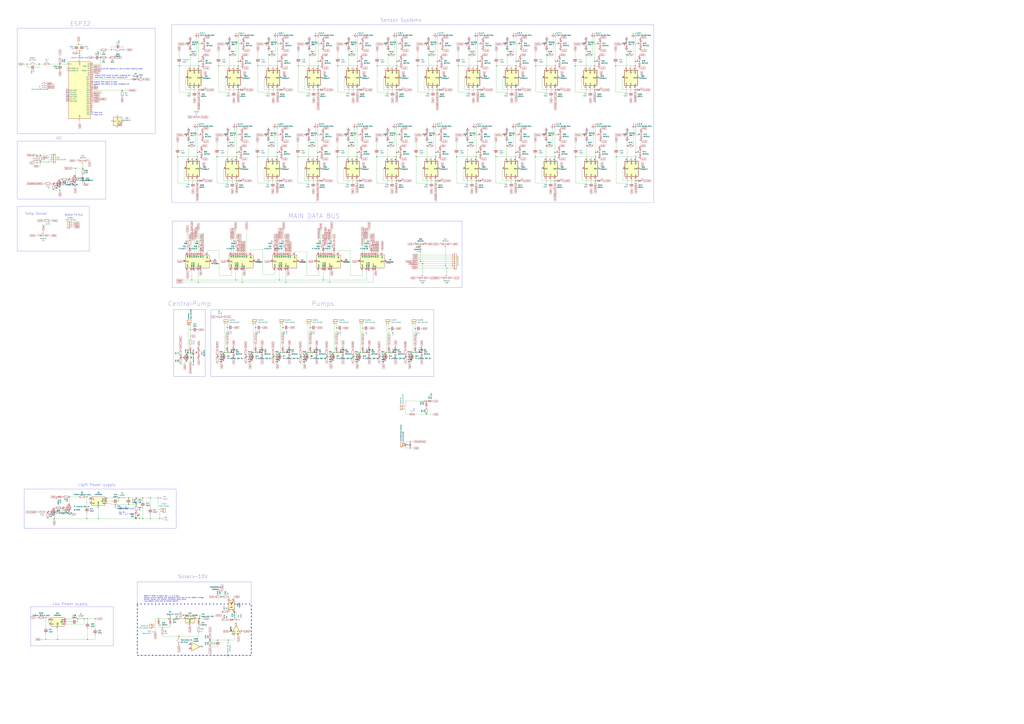
<source format=kicad_sch>
(kicad_sch (version 20230121) (generator eeschema)
  (paper "A0")
  (title_block (title "Plant Controller") (date "2020-12-21") (rev "0.4a") (company "C3MA"))
  (junction (at 460.756 104.394))
  (junction (at 415.036 76.454))
  (junction (at 110.49 718.82))
  (junction (at 738.378 182.118))
  (junction (at 100.965 577.215))
  (junction (at 228.346 51.054))
  (junction (at 276.606 76.454))
  (junction (at 274.066 51.054))
  (junction (at 261.112 409.448))
  (junction (at 321.818 177.038))
  (junction (at 322.326 76.454))
  (junction (at 390.652 409.448))
  (junction (at 143.256 57.912))
  (junction (at 552.196 51.054))
  (junction (at 437.896 76.454))
  (junction (at 207.772 739.14))
  (junction (at 321.818 210.058))
  (junction (at 100.965 602.615))
  (junction (at 230.378 327.914))
  (junction (at 598.678 210.058))
  (junction (at 667.766 76.454))
  (junction (at 188.722 728.98))
  (junction (at 490.728 306.324))
  (junction (at 621.538 182.118))
  (junction (at 226.568 156.718))
  (junction (at 507.746 76.454))
  (junction (at 552.958 182.118))
  (junction (at 488.188 292.354))
  (junction (at 104.267 579.755))
  (junction (at 415.036 104.394))
  (junction (at 642.366 51.054))
  (junction (at 368.808 210.058))
  (junction (at 346.456 76.454))
  (junction (at 218.44 410.21))
  (junction (at 360.172 380.746))
  (junction (at 505.206 51.054))
  (junction (at 482.092 409.448))
  (junction (at 599.186 71.374))
  (junction (at 328.422 380.492))
  (junction (at 690.626 71.374))
  (junction (at 230.632 718.82))
  (junction (at 264.668 169.418))
  (junction (at 165.735 578.485))
  (junction (at 184.15 718.82))
  (junction (at 348.742 414.528))
  (junction (at 421.132 409.448))
  (junction (at 457.708 156.718))
  (junction (at 274.828 177.038))
  (junction (at 598.678 177.038))
  (junction (at 483.108 182.118))
  (junction (at 62.865 602.615))
  (junction (at 45.466 74.422))
  (junction (at 450.596 63.754))
  (junction (at 73.025 589.915))
  (junction (at 141.859 104.902))
  (junction (at 263.652 409.448))
  (junction (at 197.612 718.82))
  (junction (at 42.926 180.34))
  (junction (at 114.3 602.615))
  (junction (at 495.046 481.33))
  (junction (at 87.376 215.9))
  (junction (at 497.586 63.754))
  (junction (at 243.84 743.712))
  (junction (at 92.456 59.182))
  (junction (at 31.496 74.422))
  (junction (at 79.756 208.28))
  (junction (at 449.072 409.448))
  (junction (at 554.736 104.394))
  (junction (at 229.108 210.058))
  (junction (at 158.115 602.615))
  (junction (at 634.238 169.418))
  (junction (at 294.132 409.448))
  (junction (at 530.098 182.118))
  (junction (at 299.466 76.454))
  (junction (at 229.108 177.038))
  (junction (at 404.368 169.418))
  (junction (at 285.242 414.528))
  (junction (at 622.046 76.454))
  (junction (at 319.786 51.054))
  (junction (at 149.225 578.485))
  (junction (at 668.528 182.118))
  (junction (at 360.172 409.448))
  (junction (at 437.388 182.118))
  (junction (at 421.132 381.254))
  (junction (at 404.876 63.754))
  (junction (at 331.978 327.914))
  (junction (at 161.925 602.615))
  (junction (at 272.288 156.718))
  (junction (at 738.378 210.058))
  (junction (at 252.222 414.528))
  (junction (at 369.316 104.394))
  (junction (at 507.746 71.374))
  (junction (at 737.616 71.374))
  (junction (at 460.248 177.038))
  (junction (at 53.34 742.95))
  (junction (at 596.138 156.718))
  (junction (at 575.818 182.118))
  (junction (at 727.456 63.754))
  (junction (at 458.216 51.054))
  (junction (at 273.558 325.374))
  (junction (at 252.73 743.712))
  (junction (at 507.746 104.394))
  (junction (at 390.652 381))
  (junction (at 691.388 182.118))
  (junction (at 137.795 578.485))
  (junction (at 375.158 325.374))
  (junction (at 388.112 409.448))
  (junction (at 542.798 169.418))
  (junction (at 257.81 693.42))
  (junction (at 552.958 177.038))
  (junction (at 266.446 63.754))
  (junction (at 312.166 63.754))
  (junction (at 231.902 718.82))
  (junction (at 96.266 195.58))
  (junction (at 366.776 51.054))
  (junction (at 598.678 182.118))
  (junction (at 116.586 66.802))
  (junction (at 206.248 182.118))
  (junction (at 644.398 177.038))
  (junction (at 495.808 169.418))
  (junction (at 738.378 177.038))
  (junction (at 66.802 742.95))
  (junction (at 222.758 325.374))
  (junction (at 409.702 414.528))
  (junction (at 517.398 308.864))
  (junction (at 369.316 71.374))
  (junction (at 80.645 577.215))
  (junction (at 644.398 210.058))
  (junction (at 97.79 718.82))
  (junction (at 392.176 76.454))
  (junction (at 298.958 182.118))
  (junction (at 550.418 156.718))
  (junction (at 680.466 63.754))
  (junction (at 230.886 76.454))
  (junction (at 476.25 513.08))
  (junction (at 69.596 220.98))
  (junction (at 460.248 210.058))
  (junction (at 185.42 602.615))
  (junction (at 735.838 156.718))
  (junction (at 316.992 414.528))
  (junction (at 531.876 76.454))
  (junction (at 46.736 180.34))
  (junction (at 411.988 156.718))
  (junction (at 230.886 104.394))
  (junction (at 274.32 720.09))
  (junction (at 56.642 720.09))
  (junction (at 737.616 104.394))
  (junction (at 220.726 63.754))
  (junction (at 415.036 71.374))
  (junction (at 158.115 586.105))
  (junction (at 345.948 182.118))
  (junction (at 688.086 51.054))
  (junction (at 544.576 63.754))
  (junction (at 690.626 104.394))
  (junction (at 599.186 104.394))
  (junction (at 588.518 169.418))
  (junction (at 451.612 381.762))
  (junction (at 737.616 76.454))
  (junction (at 479.552 409.448))
  (junction (at 276.606 104.394))
  (junction (at 129.286 57.912))
  (junction (at 274.828 210.058))
  (junction (at 358.648 169.418))
  (junction (at 276.606 71.374))
  (junction (at 505.968 210.058))
  (junction (at 296.672 409.448))
  (junction (at 174.625 602.615))
  (junction (at 319.278 156.718))
  (junction (at 460.756 71.374))
  (junction (at 450.088 169.418))
  (junction (at 158.115 578.485))
  (junction (at 505.968 182.118))
  (junction (at 149.225 586.105))
  (junction (at 470.662 414.528))
  (junction (at 251.968 182.118))
  (junction (at 691.388 210.058))
  (junction (at 296.672 380.746))
  (junction (at 208.026 76.454))
  (junction (at 274.828 182.118))
  (junction (at 484.886 76.454))
  (junction (at 644.398 182.118))
  (junction (at 322.326 71.374))
  (junction (at 382.778 327.914))
  (junction (at 391.668 182.118))
  (junction (at 728.218 169.418))
  (junction (at 596.646 51.054))
  (junction (at 495.046 466.09))
  (junction (at 253.746 76.454))
  (junction (at 691.388 177.038))
  (junction (at 61.976 213.36))
  (junction (at 322.326 104.394))
  (junction (at 359.156 63.754))
  (junction (at 321.818 182.118))
  (junction (at 80.645 597.535))
  (junction (at 451.612 409.448))
  (junction (at 460.248 182.118))
  (junction (at 505.968 177.038))
  (junction (at 324.358 325.374))
  (junction (at 87.376 195.58))
  (junction (at 366.268 156.718))
  (junction (at 42.926 189.23))
  (junction (at 263.652 380.492))
  (junction (at 634.746 63.754))
  (junction (at 133.985 586.105))
  (junction (at 101.6 742.95))
  (junction (at 220.98 383.032))
  (junction (at 230.886 71.374))
  (junction (at 53.34 717.55))
  (junction (at 554.736 71.374))
  (junction (at 715.518 182.118))
  (junction (at 440.182 414.528))
  (junction (at 735.076 51.054))
  (junction (at 264.922 743.712))
  (junction (at 165.735 602.615))
  (junction (at 554.736 76.454))
  (junction (at 476.25 520.7))
  (junction (at 599.186 76.454))
  (junction (at 482.092 381.762))
  (junction (at 311.658 169.418))
  (junction (at 412.496 51.054))
  (junction (at 379.222 414.528))
  (junction (at 101.6 718.82))
  (junction (at 414.528 210.058))
  (junction (at 460.756 76.454))
  (junction (at 90.17 718.82))
  (junction (at 552.958 210.058))
  (junction (at 589.026 63.754))
  (junction (at 503.428 156.718))
  (junction (at 644.906 76.454))
  (junction (at 229.108 182.118))
  (junction (at 209.55 415.29))
  (junction (at 369.316 76.454))
  (junction (at 281.178 327.914))
  (junction (at 174.625 578.485))
  (junction (at 55.245 594.995))
  (junction (at 328.422 409.448))
  (junction (at 488.188 303.784))
  (junction (at 690.626 76.454))
  (junction (at 644.906 71.374))
  (junction (at 688.848 156.718))
  (junction (at 220.98 410.21))
  (junction (at 714.756 76.454))
  (junction (at 69.596 74.422))
  (junction (at 46.736 187.96))
  (junction (at 92.456 61.722))
  (junction (at 418.592 409.448))
  (junction (at 518.668 311.404))
  (junction (at 368.808 182.118))
  (junction (at 91.186 51.562))
  (junction (at 325.882 409.448))
  (junction (at 414.528 182.118))
  (junction (at 576.326 76.454))
  (junction (at 414.528 177.038))
  (junction (at 368.808 177.038))
  (junction (at 644.906 104.394))
  (junction (at 641.858 156.718))
  (junction (at 681.228 169.418))
  (junction (at 218.948 169.418))
  (junction (at 183.515 578.485))
  (junction (at 357.632 409.448))
  (no_connect (at 681.228 149.098))
  (no_connect (at 359.156 43.434))
  (no_connect (at 107.696 132.842))
  (no_connect (at 77.216 107.442))
  (no_connect (at 634.238 149.098))
  (no_connect (at 225.298 313.944))
  (no_connect (at 404.368 149.098))
  (no_connect (at 107.696 97.282))
  (no_connect (at 107.696 87.122))
  (no_connect (at 326.898 313.944))
  (no_connect (at 77.216 112.522))
  (no_connect (at 495.808 149.098))
  (no_connect (at 77.216 117.602))
  (no_connect (at 107.696 89.662))
  (no_connect (at 234.95 751.332))
  (no_connect (at 634.746 43.434))
  (no_connect (at 264.668 149.098))
  (no_connect (at 77.216 104.902))
  (no_connect (at 107.696 94.742))
  (no_connect (at 219.71 753.872))
  (no_connect (at 107.696 130.302))
  (no_connect (at 728.218 149.098))
  (no_connect (at 680.466 43.434))
  (no_connect (at 358.648 149.098))
  (no_connect (at 312.166 43.434))
  (no_connect (at 266.446 43.434))
  (no_connect (at 727.456 43.434))
  (no_connect (at 428.498 313.944))
  (no_connect (at 450.596 43.434))
  (no_connect (at 450.088 149.098))
  (no_connect (at 377.698 313.944))
  (no_connect (at 311.658 149.098))
  (no_connect (at 497.586 43.434))
  (no_connect (at 77.216 115.062))
  (no_connect (at 589.026 43.434))
  (no_connect (at 77.216 109.982))
  (no_connect (at 404.876 43.434))
  (no_connect (at 220.726 43.434))
  (no_connect (at 588.518 149.098))
  (no_connect (at 219.71 748.792))
  (no_connect (at 544.576 43.434))
  (no_connect (at 542.798 149.098))
  (no_connect (at 218.948 149.098))
  (wire (pts (xy 42.926 189.23) (xy 42.926 187.96)))
  (wire (pts (xy 76.962 720.09) (xy 76.962 718.82)))
  (wire (pts (xy 406.908 320.294) (xy 420.878 320.294)))
  (wire (pts (xy 220.726 103.124) (xy 220.726 106.934)))
  (wire (pts (xy 261.366 90.424) (xy 261.366 104.394)))
  (wire (pts (xy 311.658 164.338) (xy 311.658 169.418)))
  (wire (pts (xy 274.828 149.098) (xy 274.828 177.038)))
  (wire (pts (xy 133.096 54.102) (xy 129.286 54.102)))
  (wire (pts (xy 183.515 591.82) (xy 183.515 578.485)))
  (wire (pts (xy 451.612 381.762) (xy 451.612 386.588)))
  (wire (pts (xy 385.318 266.954) (xy 385.318 293.624)))
  (wire (pts (xy 588.518 169.418) (xy 588.518 183.388)))
  (wire (pts (xy 322.326 43.434) (xy 322.326 71.374)))
  (wire (pts (xy 228.346 51.054) (xy 232.156 51.054)))
  (wire (pts (xy 274.828 210.058) (xy 274.828 211.328)))
  (wire (pts (xy 271.272 693.42) (xy 271.78 693.42)))
  (wire (pts (xy 354.076 90.424) (xy 354.076 104.394)))
  (wire (pts (xy 629.158 210.058) (xy 644.398 210.058)))
  (wire (pts (xy 420.878 320.294) (xy 420.878 313.944)))
  (wire (pts (xy 322.072 419.608) (xy 322.072 422.148)))
  (wire (pts (xy 56.896 185.42) (xy 58.166 185.42)))
  (wire (pts (xy 695.706 90.424) (xy 698.246 90.424)))
  (wire (pts (xy 263.652 377.698) (xy 263.652 380.492)))
  (wire (pts (xy 253.746 76.454) (xy 253.746 73.914)))
  (wire (pts (xy 92.456 59.182) (xy 94.996 59.182)))
  (wire (pts (xy 218.948 212.598) (xy 206.248 212.598)))
  (wire (pts (xy 392.176 106.934) (xy 392.176 76.454)))
  (wire (pts (xy 359.156 106.934) (xy 346.456 106.934)))
  (wire (pts (xy 634.746 103.124) (xy 634.746 106.934)))
  (wire (pts (xy 485.648 308.864) (xy 517.398 308.864)))
  (wire (pts (xy 478.282 419.608) (xy 475.742 419.608)))
  (wire (pts (xy 495.808 212.598) (xy 483.108 212.598)))
  (wire (pts (xy 230.886 76.454) (xy 230.886 77.724)))
  (wire (pts (xy 185.42 602.615) (xy 185.42 594.36)))
  (wire (pts (xy 110.49 718.82) (xy 110.49 730.25)))
  (wire (pts (xy 467.868 194.818) (xy 467.868 196.088)))
  (wire (pts (xy 41.656 180.34) (xy 42.926 180.34)))
  (wire (pts (xy 399.796 104.394) (xy 415.036 104.394)))
  (wire (pts (xy 738.378 182.118) (xy 738.378 183.388)))
  (wire (pts (xy 390.652 409.448) (xy 388.112 409.448)))
  (wire (pts (xy 322.326 71.374) (xy 322.326 76.454)))
  (wire (pts (xy 422.148 194.818) (xy 422.148 196.088)))
  (wire (pts (xy 737.616 103.124) (xy 737.616 104.394)))
  (wire (pts (xy 644.398 210.058) (xy 644.398 211.328)))
  (wire (pts (xy 470.662 413.258) (xy 470.662 414.528)))
  (wire (pts (xy 404.876 103.124) (xy 404.876 106.934)))
  (wire (pts (xy 450.088 164.338) (xy 450.088 169.418)))
  (wire (pts (xy 490.728 196.088) (xy 490.728 210.058)))
  (wire (pts (xy 437.896 76.454) (xy 437.896 73.914)))
  (wire (pts (xy 737.616 104.394) (xy 737.616 105.664)))
  (wire (pts (xy 735.838 156.718) (xy 739.648 156.718)))
  (wire (pts (xy 161.925 602.615) (xy 165.735 602.615)))
  (wire (pts (xy 217.678 270.764) (xy 217.678 293.624)))
  (wire (pts (xy 87.376 195.58) (xy 87.376 203.2)))
  (wire (pts (xy 539.496 90.424) (xy 539.496 104.394)))
  (wire (pts (xy 220.98 419.608) (xy 220.98 410.21)))
  (wire (pts (xy 329.438 194.818) (xy 329.438 196.088)))
  (wire (pts (xy 537.718 196.088) (xy 537.718 210.058)))
  (wire (pts (xy 604.266 90.424) (xy 606.806 90.424)))
  (wire (pts (xy 345.948 182.118) (xy 345.948 179.578)))
  (wire (pts (xy 62.865 602.615) (xy 100.965 602.615)))
  (wire (pts (xy 61.976 220.98) (xy 69.596 220.98)))
  (wire (pts (xy 276.606 43.434) (xy 276.606 71.374)))
  (wire (pts (xy 512.826 90.424) (xy 515.366 90.424)))
  (wire (pts (xy 174.625 597.535) (xy 174.625 602.615)))
  (wire (pts (xy 266.192 693.42) (xy 266.192 695.452)))
  (wire (pts (xy 346.456 76.454) (xy 369.316 76.454)))
  (wire (pts (xy 114.3 602.615) (xy 114.3 589.915)))
  (wire (pts (xy 257.81 693.42) (xy 258.572 693.42)))
  (wire (pts (xy 517.398 308.864) (xy 523.748 308.864)))
  (wire (pts (xy 714.756 76.454) (xy 714.756 73.914)))
  (wire (pts (xy 298.958 165.608) (xy 298.958 171.958)))
  (wire (pts (xy 184.15 718.82) (xy 197.612 718.82)))
  (wire (pts (xy 495.046 481.33) (xy 502.666 481.33)))
  (wire (pts (xy 680.466 106.934) (xy 667.766 106.934)))
  (wire (pts (xy 259.588 210.058) (xy 274.828 210.058)))
  (wire (pts (xy 409.702 413.258) (xy 409.702 414.528)))
  (wire (pts (xy 328.422 380.492) (xy 328.422 385.318)))
  (wire (pts (xy 737.616 43.434) (xy 737.616 71.374)))
  (wire (pts (xy 271.526 103.124) (xy 271.526 105.664)))
  (wire (pts (xy 324.358 313.944) (xy 324.358 325.374)))
  (wire (pts (xy 254.508 291.084) (xy 254.508 320.294)))
  (wire (pts (xy 128.905 584.835) (xy 128.905 586.105)))
  (wire (pts (xy 392.938 293.624) (xy 392.938 291.084)))
  (wire (pts (xy 415.036 104.394) (xy 415.036 105.664)))
  (wire (pts (xy 485.648 306.324) (xy 490.728 306.324)))
  (wire (pts (xy 364.236 103.124) (xy 364.236 105.664)))
  (wire (pts (xy 279.908 196.088) (xy 282.448 196.088)))
  (wire (pts (xy 392.938 291.084) (xy 406.908 291.084)))
  (wire (pts (xy 675.386 90.424) (xy 675.386 104.394)))
  (wire (pts (xy 321.818 182.118) (xy 321.818 183.388)))
  (wire (pts (xy 484.886 76.454) (xy 507.746 76.454)))
  (wire (pts (xy 417.322 419.608) (xy 414.782 419.608)))
  (wire (pts (xy 542.798 169.418) (xy 542.798 183.388)))
  (wire (pts (xy 550.418 149.098) (xy 550.418 156.718)))
  (wire (pts (xy 92.456 59.182) (xy 92.456 61.722)))
  (wire (pts (xy 324.612 419.608) (xy 322.072 419.608)))
  (wire (pts (xy 104.14 579.755) (xy 104.267 579.755)))
  (wire (pts (xy 58.166 74.422) (xy 69.596 74.422)))
  (wire (pts (xy 305.308 289.814) (xy 305.308 319.024)))
  (wire (pts (xy 358.648 212.598) (xy 345.948 212.598)))
  (wire (pts (xy 316.992 413.258) (xy 316.992 414.528)))
  (wire (pts (xy 691.388 149.098) (xy 691.388 177.038)))
  (wire (pts (xy 560.578 194.818) (xy 560.578 196.088)))
  (wire (pts (xy 131.826 57.912) (xy 129.286 57.912)))
  (wire (pts (xy 530.098 212.598) (xy 530.098 182.118)))
  (wire (pts (xy 681.228 212.598) (xy 668.528 212.598)))
  (wire (pts (xy 53.34 717.55) (xy 56.642 717.55)))
  (wire (pts (xy 100.965 596.265) (xy 100.965 602.615)))
  (wire (pts (xy 342.138 292.354) (xy 356.108 292.354)))
  (wire (pts (xy 552.196 51.054) (xy 556.006 51.054)))
  (wire (pts (xy 263.652 409.448) (xy 266.192 409.448)))
  (wire (pts (xy 97.79 718.82) (xy 101.6 718.82)))
  (wire (pts (xy 366.776 51.054) (xy 366.776 63.754)))
  (wire (pts (xy 96.266 191.77) (xy 96.266 195.58)))
  (wire (pts (xy 688.086 51.054) (xy 691.896 51.054)))
  (wire (pts (xy 723.138 210.058) (xy 738.378 210.058)))
  (wire (pts (xy 261.366 104.394) (xy 276.606 104.394)))
  (wire (pts (xy 276.606 103.124) (xy 276.606 104.394)))
  (wire (pts (xy 596.138 156.718) (xy 596.138 169.418)))
  (wire (pts (xy 505.206 51.054) (xy 509.016 51.054)))
  (wire (pts (xy 382.778 327.914) (xy 433.578 327.914)))
  (wire (pts (xy 69.596 74.422) (xy 77.216 74.422)))
  (wire (pts (xy 110.49 718.82) (xy 111.76 718.82)))
  (wire (pts (xy 513.588 194.818) (xy 513.588 196.088)))
  (wire (pts (xy 328.422 409.448) (xy 325.882 409.448)))
  (wire (pts (xy 583.438 196.088) (xy 583.438 210.058)))
  (wire (pts (xy 437.388 212.598) (xy 437.388 182.118)))
  (wire (pts (xy 544.576 63.754) (xy 544.576 77.724)))
  (wire (pts (xy 356.108 320.294) (xy 370.078 320.294)))
  (wire (pts (xy 559.816 90.424) (xy 562.356 90.424)))
  (wire (pts (xy 185.42 591.82) (xy 183.515 591.82)))
  (wire (pts (xy 158.115 578.485) (xy 165.735 578.485)))
  (wire (pts (xy 484.886 76.454) (xy 484.886 73.914)))
  (wire (pts (xy 404.876 106.934) (xy 392.176 106.934)))
  (wire (pts (xy 483.108 165.608) (xy 483.108 171.958)))
  (wire (pts (xy 274.066 51.054) (xy 277.876 51.054)))
  (wire (pts (xy 62.865 602.615) (xy 62.865 603.885)))
  (wire (pts (xy 552.196 43.434) (xy 552.196 51.054)))
  (wire (pts (xy 268.478 278.384) (xy 268.478 293.624)))
  (wire (pts (xy 42.926 180.34) (xy 46.736 180.34)))
  (wire (pts (xy 390.652 401.066) (xy 390.652 401.828)))
  (wire (pts (xy 375.158 313.944) (xy 375.158 325.374)))
  (wire (pts (xy 502.666 103.124) (xy 502.666 105.664)))
  (wire (pts (xy 596.646 43.434) (xy 596.646 51.054)))
  (wire (pts (xy 312.166 63.754) (xy 312.166 77.724)))
  (wire (pts (xy 141.859 104.902) (xy 107.696 104.902)))
  (wire (pts (xy 488.188 303.784) (xy 523.748 303.784)))
  (wire (pts (xy 296.672 377.698) (xy 296.672 380.746)))
  (wire (pts (xy 404.368 169.418) (xy 404.368 183.388)))
  (wire (pts (xy 257.302 710.692) (xy 257.302 720.09)))
  (wire (pts (xy 404.876 63.754) (xy 404.876 77.724)))
  (wire (pts (xy 450.596 63.754) (xy 450.596 77.724)))
  (wire (pts (xy 264.922 743.712) (xy 271.78 743.712)))
  (wire (pts (xy 497.586 106.934) (xy 484.886 106.934)))
  (wire (pts (xy 124.206 66.802) (xy 126.746 66.802)))
  (wire (pts (xy 96.266 212.09) (xy 96.266 214.63)))
  (wire (pts (xy 562.356 89.154) (xy 562.356 90.424)))
  (wire (pts (xy 503.428 156.718) (xy 503.428 169.418)))
  (wire (pts (xy 639.318 208.788) (xy 639.318 211.328)))
  (wire (pts (xy 114.3 602.615) (xy 158.115 602.615)))
  (wire (pts (xy 272.288 149.098) (xy 272.288 156.718)))
  (wire (pts (xy 327.406 90.424) (xy 329.946 90.424)))
  (wire (pts (xy 639.826 103.124) (xy 639.826 105.664)))
  (wire (pts (xy 76.962 718.82) (xy 90.17 718.82)))
  (wire (pts (xy 251.968 182.118) (xy 274.828 182.118)))
  (wire (pts (xy 594.106 103.124) (xy 594.106 105.664)))
  (wire (pts (xy 531.876 59.944) (xy 531.876 66.294)))
  (wire (pts (xy 92.456 61.722) (xy 91.186 61.722)))
  (wire (pts (xy 234.188 196.088) (xy 236.728 196.088)))
  (wire (pts (xy 391.668 182.118) (xy 391.668 179.578)))
  (wire (pts (xy 475.742 422.148) (xy 470.662 422.148)))
  (wire (pts (xy 100.965 577.215) (xy 104.267 577.215)))
  (wire (pts (xy 598.678 208.788) (xy 598.678 210.058)))
  (wire (pts (xy 209.042 718.82) (xy 212.852 718.82)))
  (wire (pts (xy 714.756 59.944) (xy 714.756 66.294)))
  (wire (pts (xy 451.612 409.448) (xy 449.072 409.448)))
  (wire (pts (xy 34.036 78.232) (xy 31.496 78.232)))
  (wire (pts (xy 421.132 381.254) (xy 421.132 386.08)))
  (wire (pts (xy 129.286 54.102) (xy 129.286 57.912)))
  (wire (pts (xy 379.222 413.258) (xy 379.222 414.528)))
  (wire (pts (xy 322.326 104.394) (xy 322.326 105.664)))
  (wire (pts (xy 544.576 103.124) (xy 544.576 106.934)))
  (wire (pts (xy 53.34 717.55) (xy 53.34 728.98)))
  (wire (pts (xy 274.066 43.434) (xy 274.066 51.054)))
  (wire (pts (xy 451.612 409.448) (xy 454.152 409.448)))
  (wire (pts (xy 317.246 103.124) (xy 317.246 105.664)))
  (wire (pts (xy 552.958 208.788) (xy 552.958 210.058)))
  (wire (pts (xy 468.376 89.154) (xy 468.376 90.424)))
  (wire (pts (xy 458.216 43.434) (xy 458.216 51.054)))
  (wire (pts (xy 220.98 410.21) (xy 225.806 410.21)))
  (wire (pts (xy 76.962 725.17) (xy 97.79 725.17)))
  (wire (pts (xy 445.516 90.424) (xy 445.516 104.394)))
  (wire (pts (xy 471.17 520.7) (xy 476.25 520.7)))
  (wire (pts (xy 212.598 325.374) (xy 222.758 325.374)))
  (wire (pts (xy 290.322 419.608) (xy 290.322 422.148)))
  (wire (pts (xy 263.652 380.492) (xy 263.652 385.318)))
  (wire (pts (xy 399.796 90.424) (xy 399.796 104.394)))
  (wire (pts (xy 414.782 419.608) (xy 414.782 422.148)))
  (wire (pts (xy 423.418 278.384) (xy 423.418 293.624)))
  (wire (pts (xy 226.568 156.718) (xy 230.378 156.718)))
  (wire (pts (xy 259.588 196.088) (xy 259.588 210.058)))
  (wire (pts (xy 644.906 71.374) (xy 644.906 76.454)))
  (wire (pts (xy 507.746 103.124) (xy 507.746 104.394)))
  (wire (pts (xy 331.978 327.914) (xy 382.778 327.914)))
  (wire (pts (xy 360.172 380.746) (xy 360.172 385.572)))
  (wire (pts (xy 667.766 59.944) (xy 667.766 66.294)))
  (wire (pts (xy 649.986 90.424) (xy 652.526 90.424)))
  (wire (pts (xy 505.968 210.058) (xy 505.968 211.328)))
  (wire (pts (xy 598.678 182.118) (xy 598.678 183.388)))
  (wire (pts (xy 507.746 43.434) (xy 507.746 71.374)))
  (wire (pts (xy 296.672 380.746) (xy 296.672 385.572)))
  (wire (pts (xy 272.288 156.718) (xy 272.288 169.418)))
  (wire (pts (xy 281.178 327.914) (xy 331.978 327.914)))
  (wire (pts (xy 212.598 327.914) (xy 230.378 327.914)))
  (wire (pts (xy 57.912 273.685) (xy 59.182 273.685)))
  (wire (pts (xy 471.17 513.08) (xy 476.25 513.08)))
  (wire (pts (xy 253.746 59.944) (xy 253.746 66.294)))
  (wire (pts (xy 319.786 51.054) (xy 319.786 63.754)))
  (wire (pts (xy 79.756 215.9) (xy 87.376 215.9)))
  (wire (pts (xy 425.958 278.384) (xy 425.958 293.624)))
  (wire (pts (xy 406.908 291.084) (xy 406.908 320.294)))
  (wire (pts (xy 91.186 51.562) (xy 94.996 51.562)))
  (wire (pts (xy 215.646 104.394) (xy 230.886 104.394)))
  (wire (pts (xy 542.798 164.338) (xy 542.798 169.418)))
  (wire (pts (xy 286.258 266.954) (xy 286.258 293.624)))
  (wire (pts (xy 599.186 104.394) (xy 599.186 105.664)))
  (wire (pts (xy 321.818 210.058) (xy 321.818 211.328)))
  (wire (pts (xy 184.15 728.98) (xy 188.722 728.98)))
  (wire (pts (xy 552.958 177.038) (xy 552.958 182.118)))
  (wire (pts (xy 261.112 409.448) (xy 259.842 409.448)))
  (wire (pts (xy 445.008 210.058) (xy 460.248 210.058)))
  (wire (pts (xy 145.415 578.485) (xy 149.225 578.485)))
  (wire (pts (xy 321.818 149.098) (xy 321.818 177.038)))
  (wire (pts (xy 73.025 597.535) (xy 80.645 597.535)))
  (wire (pts (xy 220.98 383.032) (xy 222.504 383.032)))
  (wire (pts (xy 414.528 149.098) (xy 414.528 177.038)))
  (wire (pts (xy 281.178 313.944) (xy 281.178 327.914)))
  (wire (pts (xy 42.672 273.685) (xy 41.402 273.685)))
  (wire (pts (xy 299.466 106.934) (xy 299.466 76.454)))
  (wire (pts (xy 312.166 58.674) (xy 312.166 63.754)))
  (wire (pts (xy 274.828 208.788) (xy 274.828 210.058)))
  (wire (pts (xy 414.782 422.148) (xy 409.702 422.148)))
  (wire (pts (xy 447.802 419.608) (xy 445.262 419.608)))
  (wire (pts (xy 101.6 718.82) (xy 101.6 722.63)))
  (wire (pts (xy 483.108 182.118) (xy 505.968 182.118)))
  (wire (pts (xy 451.612 377.698) (xy 451.612 381.762)))
  (wire (pts (xy 128.905 586.105) (xy 133.985 586.105)))
  (wire (pts (xy 443.738 291.084) (xy 443.738 293.624)))
  (wire (pts (xy 84.836 195.58) (xy 87.376 195.58)))
  (wire (pts (xy 325.882 409.448) (xy 324.612 409.448)))
  (wire (pts (xy 225.806 103.124) (xy 225.806 105.664)))
  (wire (pts (xy 263.652 401.828) (xy 263.652 400.558)))
  (wire (pts (xy 263.652 409.448) (xy 261.112 409.448)))
  (wire (pts (xy 460.248 149.098) (xy 460.248 177.038)))
  (wire (pts (xy 230.886 103.124) (xy 230.886 104.394)))
  (wire (pts (xy 124.46 578.485) (xy 137.795 578.485)))
  (wire (pts (xy 542.798 212.598) (xy 530.098 212.598)))
  (wire (pts (xy 554.736 76.454) (xy 554.736 77.724)))
  (wire (pts (xy 500.888 208.788) (xy 500.888 211.328)))
  (wire (pts (xy 41.91 717.55) (xy 43.942 717.55)))
  (wire (pts (xy 80.645 597.535) (xy 80.645 594.995)))
  (wire (pts (xy 208.026 76.454) (xy 230.886 76.454)))
  (wire (pts (xy 552.958 182.118) (xy 552.958 183.388)))
  (wire (pts (xy 688.086 43.434) (xy 688.086 51.054)))
  (wire (pts (xy 230.378 268.224) (xy 230.378 293.624)))
  (wire (pts (xy 143.256 57.912) (xy 141.986 57.912)))
  (wire (pts (xy 360.172 400.812) (xy 360.172 401.828)))
  (wire (pts (xy 229.108 177.038) (xy 229.108 182.118)))
  (wire (pts (xy 225.298 279.654) (xy 225.298 293.624)))
  (wire (pts (xy 56.896 182.88) (xy 58.166 182.88)))
  (wire (pts (xy 322.326 76.454) (xy 322.326 77.724)))
  (wire (pts (xy 243.84 743.712) (xy 252.73 743.712)))
  (wire (pts (xy 174.625 578.485) (xy 183.515 578.485)))
  (wire (pts (xy 691.388 208.788) (xy 691.388 210.058)))
  (wire (pts (xy 274.828 182.118) (xy 274.828 183.388)))
  (wire (pts (xy 421.132 377.698) (xy 421.132 381.254)))
  (wire (pts (xy 80.645 577.215) (xy 80.645 584.835)))
  (wire (pts (xy 485.648 303.784) (xy 488.188 303.784)))
  (wire (pts (xy 218.44 410.21) (xy 217.17 410.21)))
  (wire (pts (xy 69.596 66.802) (xy 69.596 64.262)))
  (wire (pts (xy 598.678 210.058) (xy 598.678 211.328)))
  (wire (pts (xy 505.206 51.054) (xy 505.206 63.754)))
  (wire (pts (xy 46.736 193.04) (xy 46.736 187.96)))
  (wire (pts (xy 218.948 169.418) (xy 218.948 183.388)))
  (wire (pts (xy 124.46 582.295) (xy 130.175 582.295)))
  (wire (pts (xy 261.112 377.698) (xy 261.112 409.448)))
  (wire (pts (xy 271.272 710.692) (xy 274.32 710.692)))
  (wire (pts (xy 104.267 579.755) (xy 104.267 577.215)))
  (wire (pts (xy 596.138 156.718) (xy 599.948 156.718)))
  (wire (pts (xy 266.446 58.674) (xy 266.446 63.754)))
  (wire (pts (xy 80.645 597.535) (xy 81.915 597.535)))
  (wire (pts (xy 696.468 196.088) (xy 699.008 196.088)))
  (wire (pts (xy 583.946 90.424) (xy 583.946 104.394)))
  (wire (pts (xy 644.906 43.434) (xy 644.906 71.374)))
  (wire (pts (xy 606.806 89.154) (xy 606.806 90.424)))
  (wire (pts (xy 437.896 106.934) (xy 437.896 76.454)))
  (wire (pts (xy 240.538 291.084) (xy 240.538 293.624)))
  (wire (pts (xy 369.316 71.374) (xy 369.316 76.454)))
  (wire (pts (xy 271.272 695.452) (xy 271.272 693.42)))
  (wire (pts (xy 675.386 104.394) (xy 690.626 104.394)))
  (wire (pts (xy 460.248 208.788) (xy 460.248 210.058)))
  (wire (pts (xy 621.538 165.608) (xy 621.538 171.958)))
  (wire (pts (xy 634.746 58.674) (xy 634.746 63.754)))
  (wire (pts (xy 485.648 296.164) (xy 523.748 296.164)))
  (wire (pts (xy 598.678 177.038) (xy 598.678 182.118)))
  (wire (pts (xy 47.752 742.95) (xy 53.34 742.95)))
  (wire (pts (xy 129.286 57.912) (xy 124.206 57.912)))
  (wire (pts (xy 445.008 196.088) (xy 445.008 210.058)))
  (wire (pts (xy 723.138 196.088) (xy 723.138 210.058)))
  (wire (pts (xy 184.15 728.98) (xy 184.15 726.44)))
  (wire (pts (xy 228.346 51.054) (xy 228.346 63.754)))
  (wire (pts (xy 319.278 149.098) (xy 319.278 156.718)))
  (wire (pts (xy 359.156 103.124) (xy 359.156 106.934)))
  (wire (pts (xy 576.326 76.454) (xy 599.186 76.454)))
  (wire (pts (xy 644.398 182.118) (xy 644.398 183.388)))
  (wire (pts (xy 326.898 196.088) (xy 329.438 196.088)))
  (wire (pts (xy 737.616 76.454) (xy 737.616 77.724)))
  (wire (pts (xy 228.346 43.434) (xy 228.346 51.054)))
  (wire (pts (xy 409.448 208.788) (xy 409.448 211.328)))
  (wire (pts (xy 415.036 43.434) (xy 415.036 71.374)))
  (wire (pts (xy 31.496 78.232) (xy 31.496 74.422)))
  (wire (pts (xy 485.648 298.704) (xy 523.748 298.704)))
  (wire (pts (xy 229.108 210.058) (xy 229.108 211.328)))
  (wire (pts (xy 370.078 278.384) (xy 370.078 293.624)))
  (wire (pts (xy 133.985 586.105) (xy 149.225 586.105)))
  (wire (pts (xy 299.466 76.454) (xy 299.466 73.914)))
  (wire (pts (xy 492.506 104.394) (xy 507.746 104.394)))
  (wire (pts (xy 357.632 409.448) (xy 356.362 409.448)))
  (wire (pts (xy 305.308 319.024) (xy 319.278 319.024)))
  (wire (pts (xy 306.578 210.058) (xy 321.818 210.058)))
  (wire (pts (xy 537.718 210.058) (xy 552.958 210.058)))
  (wire (pts (xy 691.388 182.118) (xy 691.388 183.388)))
  (wire (pts (xy 251.968 182.118) (xy 251.968 179.578)))
  (wire (pts (xy 698.246 89.154) (xy 698.246 90.424)))
  (wire (pts (xy 218.44 410.21) (xy 220.98 410.21)))
  (wire (pts (xy 681.228 164.338) (xy 681.228 169.418)))
  (wire (pts (xy 681.228 208.788) (xy 681.228 212.598)))
  (wire (pts (xy 412.496 51.054) (xy 416.306 51.054)))
  (wire (pts (xy 101.6 730.25) (xy 101.6 742.95)))
  (wire (pts (xy 116.586 66.802) (xy 116.586 74.422)))
  (wire (pts (xy 411.988 156.718) (xy 411.988 169.418)))
  (wire (pts (xy 470.916 466.09) (xy 495.046 466.09)))
  (wire (pts (xy 87.376 215.9) (xy 87.376 213.36)))
  (wire (pts (xy 358.648 164.338) (xy 358.648 169.418)))
  (wire (pts (xy 273.558 266.954) (xy 273.558 293.624)))
  (wire (pts (xy 505.968 208.788) (xy 505.968 210.058)))
  (wire (pts (xy 450.596 103.124) (xy 450.596 106.934)))
  (wire (pts (xy 124.46 584.835) (xy 128.905 584.835)))
  (wire (pts (xy 475.742 419.608) (xy 475.742 422.148)))
  (wire (pts (xy 230.886 104.394) (xy 230.886 105.664)))
  (wire (pts (xy 621.538 212.598) (xy 621.538 182.118)))
  (wire (pts (xy 158.115 586.105) (xy 158.115 587.375)))
  (wire (pts (xy 437.388 182.118) (xy 437.388 179.578)))
  (wire (pts (xy 652.018 194.818) (xy 652.018 196.088)))
  (wire (pts (xy 96.266 204.47) (xy 96.266 203.2)))
  (wire (pts (xy 455.168 208.788) (xy 455.168 211.328)))
  (wire (pts (xy 236.728 194.818) (xy 236.728 196.088)))
  (wire (pts (xy 681.228 169.418) (xy 681.228 183.388)))
  (wire (pts (xy 589.026 103.124) (xy 589.026 106.934)))
  (wire (pts (xy 107.696 74.422) (xy 116.586 74.422)))
  (wire (pts (xy 460.248 210.058) (xy 460.248 211.328)))
  (wire (pts (xy 324.358 278.384) (xy 324.358 293.624)))
  (wire (pts (xy 27.686 74.422) (xy 31.496 74.422)))
  (wire (pts (xy 685.546 103.124) (xy 685.546 105.664)))
  (wire (pts (xy 589.026 63.754) (xy 589.026 77.724)))
  (wire (pts (xy 266.446 103.124) (xy 266.446 106.934)))
  (wire (pts (xy 621.538 182.118) (xy 644.398 182.118)))
  (wire (pts (xy 390.652 377.698) (xy 390.652 381)))
  (wire (pts (xy 240.538 291.084) (xy 254.508 291.084)))
  (wire (pts (xy 460.756 71.374) (xy 460.756 76.454)))
  (wire (pts (xy 715.518 182.118) (xy 738.378 182.118)))
  (wire (pts (xy 197.612 728.98) (xy 197.612 726.44)))
  (wire (pts (xy 599.186 103.124) (xy 599.186 104.394)))
  (wire (pts (xy 733.298 208.788) (xy 733.298 211.328)))
  (wire (pts (xy 644.906 104.394) (xy 644.906 105.664)))
  (wire (pts (xy 251.968 212.598) (xy 251.968 182.118)))
  (wire (pts (xy 213.868 210.058) (xy 229.108 210.058)))
  (wire (pts (xy 629.666 104.394) (xy 644.906 104.394)))
  (wire (pts (xy 252.222 413.258) (xy 252.222 414.528)))
  (wire (pts (xy 299.466 59.944) (xy 299.466 66.294)))
  (wire (pts (xy 668.528 212.598) (xy 668.528 182.118)))
  (wire (pts (xy 691.388 177.038) (xy 691.388 182.118)))
  (wire (pts (xy 188.722 730.25) (xy 188.722 728.98)))
  (wire (pts (xy 42.926 189.23) (xy 56.896 189.23)))
  (wire (pts (xy 503.428 149.098) (xy 503.428 156.718)))
  (wire (pts (xy 732.536 103.124) (xy 732.536 105.664)))
  (wire (pts (xy 518.668 311.404) (xy 523.748 311.404)))
  (wire (pts (xy 458.216 51.054) (xy 458.216 63.754)))
  (wire (pts (xy 479.552 409.448) (xy 478.282 409.448)))
  (wire (pts (xy 56.642 720.09) (xy 56.642 725.17)))
  (wire (pts (xy 331.978 313.944) (xy 331.978 327.914)))
  (wire (pts (xy 550.418 156.718) (xy 554.228 156.718)))
  (wire (pts (xy 544.576 106.934) (xy 531.876 106.934)))
  (wire (pts (xy 230.632 739.14) (xy 230.632 735.33)))
  (wire (pts (xy 642.366 51.054) (xy 646.176 51.054)))
  (wire (pts (xy 91.186 49.022) (xy 91.186 51.562)))
  (wire (pts (xy 375.158 325.374) (xy 425.958 325.374)))
  (wire (pts (xy 319.278 319.024) (xy 319.278 313.944)))
  (wire (pts (xy 641.858 149.098) (xy 641.858 156.718)))
  (wire (pts (xy 583.946 104.394) (xy 599.186 104.394)))
  (wire (pts (xy 368.808 210.058) (xy 368.808 211.328)))
  (wire (pts (xy 328.422 409.448) (xy 330.962 409.448)))
  (wire (pts (xy 208.026 106.934) (xy 208.026 76.454)))
  (wire (pts (xy 404.368 164.338) (xy 404.368 169.418)))
  (wire (pts (xy 345.948 165.608) (xy 345.948 171.958)))
  (wire (pts (xy 360.172 377.698) (xy 360.172 380.746)))
  (wire (pts (xy 603.758 196.088) (xy 606.298 196.088)))
  (wire (pts (xy 346.456 59.944) (xy 346.456 66.294)))
  (wire (pts (xy 88.646 51.562) (xy 91.186 51.562)))
  (wire (pts (xy 319.278 156.718) (xy 323.088 156.718)))
  (wire (pts (xy 363.728 208.788) (xy 363.728 211.328)))
  (wire (pts (xy 291.338 289.814) (xy 305.308 289.814)))
  (wire (pts (xy 404.368 208.788) (xy 404.368 212.598)))
  (wire (pts (xy 576.326 106.934) (xy 576.326 76.454)))
  (wire (pts (xy 188.722 739.14) (xy 207.772 739.14)))
  (wire (pts (xy 45.466 78.232) (xy 45.466 74.422)))
  (wire (pts (xy 450.088 212.598) (xy 437.388 212.598)))
  (wire (pts (xy 368.808 149.098) (xy 368.808 177.038)))
  (wire (pts (xy 728.218 169.418) (xy 728.218 183.388)))
  (wire (pts (xy 479.552 377.698) (xy 479.552 409.448)))
  (wire (pts (xy 588.518 212.598) (xy 575.818 212.598)))
  (wire (pts (xy 691.388 210.058) (xy 691.388 211.328)))
  (wire (pts (xy 644.398 177.038) (xy 644.398 182.118)))
  (wire (pts (xy 589.026 58.674) (xy 589.026 63.754)))
  (wire (pts (xy 688.848 149.098) (xy 688.848 156.718)))
  (wire (pts (xy 165.735 589.915) (xy 165.735 602.615)))
  (wire (pts (xy 46.736 180.34) (xy 58.166 180.34)))
  (wire (pts (xy 420.116 90.424) (xy 422.656 90.424)))
  (wire (pts (xy 58.166 256.286) (xy 59.436 256.286)))
  (wire (pts (xy 226.568 149.098) (xy 226.568 156.718)))
  (wire (pts (xy 488.188 292.354) (xy 488.188 303.784)))
  (wire (pts (xy 470.916 474.98) (xy 470.916 481.33)))
  (wire (pts (xy 390.652 381) (xy 390.652 385.826)))
  (wire (pts (xy 668.528 165.608) (xy 668.528 171.958)))
  (wire (pts (xy 517.398 288.544) (xy 517.398 308.864)))
  (wire (pts (xy 412.496 43.434) (xy 412.496 51.054)))
  (wire (pts (xy 264.922 710.692) (xy 266.192 710.692)))
  (wire (pts (xy 576.326 59.944) (xy 576.326 66.294)))
  (wire (pts (xy 251.968 165.608) (xy 251.968 171.958)))
  (wire (pts (xy 742.696 90.424) (xy 745.236 90.424)))
  (wire (pts (xy 495.808 208.788) (xy 495.808 212.598)))
  (wire (pts (xy 227.838 277.114) (xy 227.838 293.624)))
  (wire (pts (xy 690.626 71.374) (xy 690.626 76.454)))
  (wire (pts (xy 140.716 54.102) (xy 143.256 54.102)))
  (wire (pts (xy 460.756 104.394) (xy 460.756 105.664)))
  (wire (pts (xy 699.008 194.818) (xy 699.008 196.088)))
  (wire (pts (xy 31.496 74.422) (xy 32.766 74.422)))
  (wire (pts (xy 40.386 189.23) (xy 42.926 189.23)))
  (wire (pts (xy 518.668 311.404) (xy 518.668 317.754)))
  (wire (pts (xy 319.786 51.054) (xy 323.596 51.054)))
  (wire (pts (xy 376.428 194.818) (xy 376.428 196.088)))
  (wire (pts (xy 450.088 169.418) (xy 450.088 183.388)))
  (wire (pts (xy 634.746 106.934) (xy 622.046 106.934)))
  (wire (pts (xy 634.238 164.338) (xy 634.238 169.418)))
  (wire (pts (xy 214.63 420.37) (xy 214.63 422.91)))
  (wire (pts (xy 422.656 89.154) (xy 422.656 90.424)))
  (wire (pts (xy 414.528 208.788) (xy 414.528 210.058)))
  (wire (pts (xy 52.705 594.995) (xy 55.245 594.995)))
  (wire (pts (xy 96.266 195.58) (xy 87.376 195.58)))
  (wire (pts (xy 531.876 106.934) (xy 531.876 76.454)))
  (wire (pts (xy 104.14 584.2) (xy 104.267 584.2)))
  (wire (pts (xy 544.576 58.674) (xy 544.576 63.754)))
  (wire (pts (xy 346.456 76.454) (xy 346.456 73.914)))
  (wire (pts (xy 88.646 59.182) (xy 92.456 59.182)))
  (wire (pts (xy 366.268 156.718) (xy 370.078 156.718)))
  (wire (pts (xy 50.546 213.36) (xy 51.816 213.36)))
  (wire (pts (xy 307.086 104.394) (xy 322.326 104.394)))
  (wire (pts (xy 622.046 76.454) (xy 644.906 76.454)))
  (wire (pts (xy 531.876 76.454) (xy 531.876 73.914)))
  (wire (pts (xy 369.316 103.124) (xy 369.316 104.394)))
  (wire (pts (xy 644.906 76.454) (xy 644.906 77.724)))
  (wire (pts (xy 366.268 156.718) (xy 366.268 169.418)))
  (wire (pts (xy 353.822 422.148) (xy 348.742 422.148)))
  (wire (pts (xy 228.092 718.82) (xy 230.632 718.82)))
  (wire (pts (xy 311.658 212.598) (xy 298.958 212.598)))
  (wire (pts (xy 360.172 409.448) (xy 362.712 409.448)))
  (wire (pts (xy 727.456 58.674) (xy 727.456 63.754)))
  (wire (pts (xy 56.896 189.23) (xy 56.896 185.42)))
  (wire (pts (xy 100.965 577.215) (xy 100.965 588.645)))
  (wire (pts (xy 388.112 377.698) (xy 388.112 409.448)))
  (wire (pts (xy 415.036 76.454) (xy 415.036 77.724)))
  (wire (pts (xy 299.466 76.454) (xy 322.326 76.454)))
  (wire (pts (xy 460.248 177.038) (xy 460.248 182.118)))
  (wire (pts (xy 667.766 106.934) (xy 667.766 76.454)))
  (wire (pts (xy 238.506 89.154) (xy 238.506 90.424)))
  (wire (pts (xy 359.156 63.754) (xy 359.156 77.724)))
  (wire (pts (xy 470.916 481.33) (xy 474.726 481.33)))
  (wire (pts (xy 215.646 90.424) (xy 215.646 104.394)))
  (wire (pts (xy 377.698 286.004) (xy 377.698 293.624)))
  (wire (pts (xy 353.568 210.058) (xy 368.808 210.058)))
  (wire (pts (xy 218.948 164.338) (xy 218.948 169.418)))
  (wire (pts (xy 148.971 104.902) (xy 141.859 104.902)))
  (wire (pts (xy 329.438 266.954) (xy 329.438 293.624)))
  (wire (pts (xy 104.267 584.2) (xy 104.267 579.755)))
  (wire (pts (xy 507.746 76.454) (xy 507.746 77.724)))
  (wire (pts (xy 391.668 165.608) (xy 391.668 171.958)))
  (wire (pts (xy 629.666 90.424) (xy 629.666 104.394)))
  (wire (pts (xy 366.776 51.054) (xy 370.586 51.054)))
  (wire (pts (xy 642.366 51.054) (xy 642.366 63.754)))
  (wire (pts (xy 649.478 196.088) (xy 652.018 196.088)))
  (wire (pts (xy 208.026 59.944) (xy 208.026 66.294)))
  (wire (pts (xy 575.818 182.118) (xy 598.678 182.118)))
  (wire (pts (xy 735.076 51.054) (xy 735.076 63.754)))
  (wire (pts (xy 384.302 419.608) (xy 384.302 422.148)))
  (wire (pts (xy 421.132 401.32) (xy 421.132 401.828)))
  (wire (pts (xy 230.632 727.71) (xy 230.632 726.44)))
  (wire (pts (xy 354.076 104.394) (xy 369.316 104.394)))
  (wire (pts (xy 229.108 149.098) (xy 229.108 177.038)))
  (wire (pts (xy 87.376 217.678) (xy 87.376 215.9)))
  (wire (pts (xy 253.746 106.934) (xy 253.746 76.454)))
  (wire (pts (xy 312.166 106.934) (xy 299.466 106.934)))
  (wire (pts (xy 382.778 313.944) (xy 382.778 327.914)))
  (wire (pts (xy 419.608 196.088) (xy 422.148 196.088)))
  (wire (pts (xy 272.542 720.09) (xy 274.32 720.09)))
  (wire (pts (xy 165.735 578.485) (xy 174.625 578.485)))
  (wire (pts (xy 124.46 579.755) (xy 124.46 578.485)))
  (wire (pts (xy 471.17 518.16) (xy 471.17 520.7)))
  (wire (pts (xy 727.456 63.754) (xy 727.456 77.724)))
  (wire (pts (xy 728.218 212.598) (xy 715.518 212.598)))
  (wire (pts (xy 373.888 196.088) (xy 376.428 196.088)))
  (wire (pts (xy 294.132 409.448) (xy 292.862 409.448)))
  (wire (pts (xy 230.886 71.374) (xy 230.886 76.454)))
  (wire (pts (xy 714.756 106.934) (xy 714.756 76.454)))
  (wire (pts (xy 589.026 106.934) (xy 576.326 106.934)))
  (wire (pts (xy 411.988 156.718) (xy 415.798 156.718)))
  (wire (pts (xy 218.44 378.46) (xy 218.44 410.21)))
  (wire (pts (xy 321.818 208.788) (xy 321.818 210.058)))
  (wire (pts (xy 634.238 212.598) (xy 621.538 212.598)))
  (wire (pts (xy 56.642 720.09) (xy 56.642 717.55)))
  (wire (pts (xy 722.376 90.424) (xy 722.376 104.394)))
  (wire (pts (xy 99.187 577.215) (xy 100.965 577.215)))
  (wire (pts (xy 680.466 58.674) (xy 680.466 63.754)))
  (wire (pts (xy 552.958 149.098) (xy 552.958 177.038)))
  (wire (pts (xy 325.882 377.698) (xy 325.882 409.448)))
  (wire (pts (xy 482.092 409.448) (xy 484.632 409.448)))
  (wire (pts (xy 686.308 208.788) (xy 686.308 211.328)))
  (wire (pts (xy 549.656 103.124) (xy 549.656 105.664)))
  (wire (pts (xy 174.625 602.615) (xy 185.42 602.615)))
  (wire (pts (xy 558.038 196.088) (xy 560.578 196.088)))
  (wire (pts (xy 391.668 212.598) (xy 391.668 182.118)))
  (wire (pts (xy 374.396 90.424) (xy 376.936 90.424)))
  (wire (pts (xy 414.528 210.058) (xy 414.528 211.328)))
  (wire (pts (xy 437.388 165.608) (xy 437.388 171.958)))
  (wire (pts (xy 690.626 104.394) (xy 690.626 105.664)))
  (wire (pts (xy 676.148 210.058) (xy 691.388 210.058)))
  (wire (pts (xy 230.886 43.434) (xy 230.886 71.374)))
  (wire (pts (xy 51.562 717.55) (xy 53.34 717.55)))
  (wire (pts (xy 368.808 182.118) (xy 368.808 183.388)))
  (wire (pts (xy 599.186 43.434) (xy 599.186 71.374)))
  (wire (pts (xy 353.568 196.088) (xy 353.568 210.058)))
  (wire (pts (xy 641.858 156.718) (xy 645.668 156.718)))
  (wire (pts (xy 273.558 313.944) (xy 273.558 325.374)))
  (wire (pts (xy 552.196 51.054) (xy 552.196 63.754)))
  (wire (pts (xy 366.776 43.434) (xy 366.776 51.054)))
  (wire (pts (xy 483.108 182.118) (xy 483.108 179.578)))
  (wire (pts (xy 158.115 602.615) (xy 161.925 602.615)))
  (wire (pts (xy 690.626 43.434) (xy 690.626 71.374)))
  (wire (pts (xy 70.866 208.28) (xy 69.596 208.28)))
  (wire (pts (xy 470.916 472.44) (xy 470.916 466.09)))
  (wire (pts (xy 329.946 89.154) (xy 329.946 90.424)))
  (wire (pts (xy 471.17 515.62) (xy 471.17 513.08)))
  (wire (pts (xy 688.848 156.718) (xy 688.848 169.418)))
  (wire (pts (xy 358.648 169.418) (xy 358.648 183.388)))
  (wire (pts (xy 445.262 422.148) (xy 440.182 422.148)))
  (wire (pts (xy 104.14 584.2) (xy 104.14 584.835)))
  (wire (pts (xy 599.186 76.454) (xy 599.186 77.724)))
  (wire (pts (xy 409.956 103.124) (xy 409.956 105.664)))
  (wire (pts (xy 575.818 182.118) (xy 575.818 179.578)))
  (wire (pts (xy 311.658 169.418) (xy 311.658 183.388)))
  (wire (pts (xy 596.646 51.054) (xy 600.456 51.054)))
  (wire (pts (xy 285.242 413.258) (xy 285.242 414.528)))
  (wire (pts (xy 372.618 268.224) (xy 372.618 293.624)))
  (wire (pts (xy 715.518 212.598) (xy 715.518 182.118)))
  (wire (pts (xy 78.486 208.28) (xy 79.756 208.28)))
  (wire (pts (xy 348.742 413.258) (xy 348.742 414.528)))
  (wire (pts (xy 346.456 106.934) (xy 346.456 76.454)))
  (wire (pts (xy 324.358 325.374) (xy 375.158 325.374)))
  (wire (pts (xy 226.568 156.718) (xy 226.568 169.418)))
  (wire (pts (xy 428.498 266.954) (xy 428.498 293.624)))
  (wire (pts (xy 738.378 210.058) (xy 738.378 211.328)))
  (wire (pts (xy 644.398 208.788) (xy 644.398 210.058)))
  (wire (pts (xy 450.596 106.934) (xy 437.896 106.934)))
  (wire (pts (xy 411.988 149.098) (xy 411.988 156.718)))
  (wire (pts (xy 294.132 377.698) (xy 294.132 409.448)))
  (wire (pts (xy 598.678 149.098) (xy 598.678 177.038)))
  (wire (pts (xy 45.466 74.422) (xy 50.546 74.422)))
  (wire (pts (xy 296.672 409.448) (xy 299.212 409.448)))
  (wire (pts (xy 69.596 220.98) (xy 69.596 222.25)))
  (wire (pts (xy 342.138 292.354) (xy 342.138 293.624)))
  (wire (pts (xy 220.98 383.032) (xy 220.98 378.46)))
  (wire (pts (xy 80.645 577.215) (xy 91.567 577.215)))
  (wire (pts (xy 476.25 513.08) (xy 480.06 513.08)))
  (wire (pts (xy 421.132 409.448) (xy 423.672 409.448)))
  (wire (pts (xy 497.586 58.674) (xy 497.586 63.754)))
  (wire (pts (xy 599.186 71.374) (xy 599.186 76.454)))
  (wire (pts (xy 316.738 208.788) (xy 316.738 211.328)))
  (wire (pts (xy 634.238 169.418) (xy 634.238 183.388)))
  (wire (pts (xy 738.378 177.038) (xy 738.378 182.118)))
  (wire (pts (xy 358.648 208.788) (xy 358.648 212.598)))
  (wire (pts (xy 497.586 63.754) (xy 497.586 77.724)))
  (wire (pts (xy 490.728 306.324) (xy 490.728 317.754)))
  (wire (pts (xy 45.466 193.04) (xy 46.736 193.04)))
  (wire (pts (xy 575.818 165.608) (xy 575.818 171.958)))
  (wire (pts (xy 180.34 718.82) (xy 180.34 726.44)))
  (wire (pts (xy 188.722 739.14) (xy 188.722 737.87)))
  (wire (pts (xy 322.326 103.124) (xy 322.326 104.394)))
  (wire (pts (xy 505.206 43.434) (xy 505.206 51.054)))
  (wire (pts (xy 460.756 76.454) (xy 460.756 77.724)))
  (wire (pts (xy 458.216 51.054) (xy 462.026 51.054)))
  (wire (pts (xy 264.668 164.338) (xy 264.668 169.418)))
  (wire (pts (xy 298.958 182.118) (xy 321.818 182.118)))
  (wire (pts (xy 460.756 43.434) (xy 460.756 71.374)))
  (wire (pts (xy 64.135 589.915) (xy 62.865 589.915)))
  (wire (pts (xy 174.625 578.485) (xy 174.625 589.915)))
  (wire (pts (xy 345.948 182.118) (xy 368.808 182.118)))
  (wire (pts (xy 41.656 78.232) (xy 45.466 78.232)))
  (wire (pts (xy 629.158 196.088) (xy 629.158 210.058)))
  (wire (pts (xy 457.708 156.718) (xy 461.518 156.718)))
  (wire (pts (xy 322.072 422.148) (xy 316.992 422.148)))
  (wire (pts (xy 622.046 59.944) (xy 622.046 66.294)))
  (wire (pts (xy 213.868 196.088) (xy 213.868 210.058)))
  (wire (pts (xy 495.808 169.418) (xy 495.808 183.388)))
  (wire (pts (xy 530.098 165.608) (xy 530.098 171.958)))
  (wire (pts (xy 42.926 74.422) (xy 45.466 74.422)))
  (wire (pts (xy 180.34 718.82) (xy 184.15 718.82)))
  (wire (pts (xy 622.046 76.454) (xy 622.046 73.914)))
  (wire (pts (xy 668.528 182.118) (xy 691.388 182.118)))
  (wire (pts (xy 688.086 51.054) (xy 688.086 63.754)))
  (wire (pts (xy 425.958 325.374) (xy 425.958 313.944)))
  (wire (pts (xy 281.686 90.424) (xy 284.226 90.424)))
  (wire (pts (xy 550.418 156.718) (xy 550.418 169.418)))
  (wire (pts (xy 676.148 196.088) (xy 676.148 210.058)))
  (wire (pts (xy 264.668 208.788) (xy 264.668 212.598)))
  (wire (pts (xy 207.772 739.14) (xy 230.632 739.14)))
  (wire (pts (xy 161.925 598.805) (xy 161.925 602.615)))
  (wire (pts (xy 230.632 718.82) (xy 231.902 718.82)))
  (wire (pts (xy 257.302 419.608) (xy 257.302 422.148)))
  (wire (pts (xy 690.626 103.124) (xy 690.626 104.394)))
  (wire (pts (xy 715.518 165.608) (xy 715.518 171.958)))
  (wire (pts (xy 149.225 578.485) (xy 158.115 578.485)))
  (wire (pts (xy 66.802 742.95) (xy 66.802 730.25)))
  (wire (pts (xy 596.138 149.098) (xy 596.138 156.718)))
  (wire (pts (xy 437.388 182.118) (xy 460.248 182.118)))
  (wire (pts (xy 644.906 103.124) (xy 644.906 104.394)))
  (wire (pts (xy 399.288 196.088) (xy 399.288 210.058)))
  (wire (pts (xy 484.886 106.934) (xy 484.886 76.454)))
  (wire (pts (xy 259.842 419.608) (xy 257.302 419.608)))
  (wire (pts (xy 345.948 212.598) (xy 345.948 182.118)))
  (wire (pts (xy 306.578 196.088) (xy 306.578 210.058)))
  (wire (pts (xy 634.746 63.754) (xy 634.746 77.724)))
  (wire (pts (xy 488.188 288.544) (xy 488.188 292.354)))
  (wire (pts (xy 359.156 58.674) (xy 359.156 63.754)))
  (wire (pts (xy 460.248 182.118) (xy 460.248 183.388)))
  (wire (pts (xy 433.578 327.914) (xy 433.578 313.944)))
  (wire (pts (xy 621.538 182.118) (xy 621.538 179.578)))
  (wire (pts (xy 490.728 306.324) (xy 523.748 306.324)))
  (wire (pts (xy 588.518 208.788) (xy 588.518 212.598)))
  (wire (pts (xy 735.076 51.054) (xy 738.886 51.054)))
  (wire (pts (xy 268.478 320.294) (xy 268.478 313.944)))
  (wire (pts (xy 531.876 76.454) (xy 554.736 76.454)))
  (wire (pts (xy 220.98 402.59) (xy 220.98 401.32)))
  (wire (pts (xy 271.78 743.712) (xy 271.78 738.632)))
  (wire (pts (xy 575.818 212.598) (xy 575.818 182.118)))
  (wire (pts (xy 735.838 156.718) (xy 735.838 169.418)))
  (wire (pts (xy 224.028 208.788) (xy 224.028 211.328)))
  (wire (pts (xy 737.616 71.374) (xy 737.616 76.454)))
  (wire (pts (xy 71.755 589.915) (xy 73.025 589.915)))
  (wire (pts (xy 188.722 728.98) (xy 197.612 728.98)))
  (wire (pts (xy 230.378 313.944) (xy 230.378 327.914)))
  (wire (pts (xy 450.596 58.674) (xy 450.596 63.754)))
  (wire (pts (xy 606.298 194.818) (xy 606.298 196.088)))
  (wire (pts (xy 69.596 220.98) (xy 69.596 218.44)))
  (wire (pts (xy 735.838 149.098) (xy 735.838 156.718)))
  (wire (pts (xy 220.98 383.032) (xy 220.98 393.7)))
  (wire (pts (xy 110.49 737.87) (xy 110.49 742.95)))
  (wire (pts (xy 690.626 76.454) (xy 690.626 77.724)))
  (wire (pts (xy 465.836 90.424) (xy 468.376 90.424)))
  (wire (pts (xy 257.81 686.562) (xy 257.81 693.42)))
  (wire (pts (xy 380.238 279.654) (xy 380.238 293.624)))
  (wire (pts (xy 715.518 182.118) (xy 715.518 179.578)))
  (wire (pts (xy 271.018 278.384) (xy 271.018 293.624)))
  (wire (pts (xy 421.132 409.448) (xy 418.592 409.448)))
  (wire (pts (xy 206.248 182.118) (xy 229.108 182.118)))
  (wire (pts (xy 511.048 196.088) (xy 513.588 196.088)))
  (wire (pts (xy 450.088 208.788) (xy 450.088 212.598)))
  (wire (pts (xy 235.966 90.424) (xy 238.506 90.424)))
  (wire (pts (xy 539.496 104.394) (xy 554.736 104.394)))
  (wire (pts (xy 165.735 578.485) (xy 165.735 582.295)))
  (wire (pts (xy 92.456 143.002) (xy 92.456 140.462)))
  (wire (pts (xy 728.218 164.338) (xy 728.218 169.418)))
  (wire (pts (xy 485.648 311.404) (xy 518.668 311.404)))
  (wire (pts (xy 243.84 751.332) (xy 252.73 751.332)))
  (wire (pts (xy 414.528 177.038) (xy 414.528 182.118)))
  (wire (pts (xy 292.862 419.608) (xy 290.322 419.608)))
  (wire (pts (xy 90.17 718.82) (xy 90.17 722.63)))
  (wire (pts (xy 143.256 54.102) (xy 143.256 57.912)))
  (wire (pts (xy 298.958 182.118) (xy 298.958 179.578)))
  (wire (pts (xy 497.586 103.124) (xy 497.586 106.934)))
  (wire (pts (xy 507.746 71.374) (xy 507.746 76.454)))
  (wire (pts (xy 222.758 279.654) (xy 222.758 293.624)))
  (wire (pts (xy 368.808 177.038) (xy 368.808 182.118)))
  (wire (pts (xy 437.896 76.454) (xy 460.756 76.454)))
  (wire (pts (xy 274.066 51.054) (xy 274.066 63.754)))
  (wire (pts (xy 147.066 57.912) (xy 143.256 57.912)))
  (wire (pts (xy 217.17 420.37) (xy 214.63 420.37)))
  (wire (pts (xy 583.438 210.058) (xy 598.678 210.058)))
  (wire (pts (xy 321.818 177.038) (xy 321.818 182.118)))
  (wire (pts (xy 449.072 409.448) (xy 447.802 409.448)))
  (wire (pts (xy 282.448 194.818) (xy 282.448 196.088)))
  (wire (pts (xy 76.962 722.63) (xy 82.55 722.63)))
  (wire (pts (xy 554.736 103.124) (xy 554.736 104.394)))
  (wire (pts (xy 415.036 103.124) (xy 415.036 104.394)))
  (wire (pts (xy 291.338 293.624) (xy 291.338 289.814)))
  (wire (pts (xy 319.786 43.434) (xy 319.786 51.054)))
  (wire (pts (xy 457.708 149.098) (xy 457.708 156.718)))
  (wire (pts (xy 353.822 419.608) (xy 353.822 422.148)))
  (wire (pts (xy 328.422 401.828) (xy 328.422 400.558)))
  (wire (pts (xy 515.366 89.154) (xy 515.366 90.424)))
  (wire (pts (xy 552.958 210.058) (xy 552.958 211.328)))
  (wire (pts (xy 298.958 212.598) (xy 298.958 182.118)))
  (wire (pts (xy 596.646 51.054) (xy 596.646 63.754)))
  (wire (pts (xy 547.878 208.788) (xy 547.878 211.328)))
  (wire (pts (xy 53.34 742.95) (xy 66.802 742.95)))
  (wire (pts (xy 414.528 182.118) (xy 414.528 183.388)))
  (wire (pts (xy 152.146 92.202) (xy 107.696 92.202)))
  (wire (pts (xy 445.262 419.608) (xy 445.262 422.148)))
  (wire (pts (xy 66.802 742.95) (xy 101.6 742.95)))
  (wire (pts (xy 370.078 320.294) (xy 370.078 313.944)))
  (wire (pts (xy 667.766 76.454) (xy 690.626 76.454)))
  (wire (pts (xy 92.456 61.722) (xy 92.456 69.342)))
  (wire (pts (xy 357.632 377.698) (xy 357.632 409.448)))
  (wire (pts (xy 554.736 71.374) (xy 554.736 76.454)))
  (wire (pts (xy 652.526 89.154) (xy 652.526 90.424)))
  (wire (pts (xy 257.302 422.148) (xy 252.222 422.148)))
  (wire (pts (xy 492.506 90.424) (xy 492.506 104.394)))
  (wire (pts (xy 728.218 208.788) (xy 728.218 212.598)))
  (wire (pts (xy 688.848 156.718) (xy 692.658 156.718)))
  (wire (pts (xy 738.378 149.098) (xy 738.378 177.038)))
  (wire (pts (xy 448.818 305.054) (xy 447.548 305.054)))
  (wire (pts (xy 390.652 409.448) (xy 393.192 409.448)))
  (wire (pts (xy 59.436 213.36) (xy 61.976 213.36)))
  (wire (pts (xy 465.328 196.088) (xy 467.868 196.088)))
  (wire (pts (xy 276.606 104.394) (xy 276.606 105.664)))
  (wire (pts (xy 276.606 76.454) (xy 276.606 77.724)))
  (wire (pts (xy 412.496 51.054) (xy 412.496 63.754)))
  (wire (pts (xy 680.466 103.124) (xy 680.466 106.934)))
  (wire (pts (xy 180.34 728.98) (xy 180.34 734.06)))
  (wire (pts (xy 235.712 718.82) (xy 231.902 718.82)))
  (wire (pts (xy 484.886 59.944) (xy 484.886 66.294)))
  (wire (pts (xy 46.736 187.96) (xy 58.166 187.96)))
  (wire (pts (xy 307.086 90.424) (xy 307.086 104.394)))
  (wire (pts (xy 722.376 104.394) (xy 737.616 104.394)))
  (wire (pts (xy 392.176 59.944) (xy 392.176 66.294)))
  (wire (pts (xy 457.708 156.718) (xy 457.708 169.418)))
  (wire (pts (xy 294.132 409.448) (xy 296.672 409.448)))
  (wire (pts (xy 530.098 182.118) (xy 552.958 182.118)))
  (wire (pts (xy 622.046 106.934) (xy 622.046 76.454)))
  (wire (pts (xy 530.098 182.118) (xy 530.098 179.578)))
  (wire (pts (xy 149.225 586.105) (xy 158.115 586.105)))
  (wire (pts (xy 269.748 208.788) (xy 269.748 211.328)))
  (wire (pts (xy 482.092 409.448) (xy 479.552 409.448)))
  (wire (pts (xy 391.668 182.118) (xy 414.528 182.118)))
  (wire (pts (xy 100.965 602.615) (xy 114.3 602.615)))
  (wire (pts (xy 727.456 103.124) (xy 727.456 106.934)))
  (wire (pts (xy 384.302 422.148) (xy 379.222 422.148)))
  (wire (pts (xy 743.458 196.088) (xy 745.998 196.088)))
  (wire (pts (xy 206.248 165.608) (xy 206.248 171.958)))
  (wire (pts (xy 206.248 212.598) (xy 206.248 182.118)))
  (wire (pts (xy 490.728 210.058) (xy 505.968 210.058)))
  (wire (pts (xy 505.968 149.098) (xy 505.968 177.038)))
  (wire (pts (xy 229.108 182.118) (xy 229.108 183.388)))
  (wire (pts (xy 554.736 43.434) (xy 554.736 71.374)))
  (wire (pts (xy 482.346 481.33) (xy 495.046 481.33)))
  (wire (pts (xy 415.036 71.374) (xy 415.036 76.454)))
  (wire (pts (xy 208.026 76.454) (xy 208.026 73.914)))
  (wire (pts (xy 369.316 76.454) (xy 369.316 77.724)))
  (wire (pts (xy 483.108 212.598) (xy 483.108 182.118)))
  (wire (pts (xy 745.998 194.818) (xy 745.998 196.088)))
  (wire (pts (xy 222.758 325.374) (xy 273.558 325.374)))
  (wire (pts (xy 101.6 742.95) (xy 110.49 742.95)))
  (wire (pts (xy 296.672 400.812) (xy 296.672 401.828)))
  (wire (pts (xy 593.598 208.788) (xy 593.598 211.328)))
  (wire (pts (xy 588.518 164.338) (xy 588.518 169.418)))
  (wire (pts (xy 437.896 59.944) (xy 437.896 66.294)))
  (wire (pts (xy 505.968 177.038) (xy 505.968 182.118)))
  (wire (pts (xy 264.668 169.418) (xy 264.668 183.388)))
  (wire (pts (xy 266.446 63.754) (xy 266.446 77.724)))
  (wire (pts (xy 735.076 43.434) (xy 735.076 51.054)))
  (wire (pts (xy 101.6 718.82) (xy 110.49 718.82)))
  (wire (pts (xy 274.828 177.038) (xy 274.828 182.118)))
  (wire (pts (xy 642.366 43.434) (xy 642.366 51.054)))
  (wire (pts (xy 276.606 71.374) (xy 276.606 76.454)))
  (wire (pts (xy 326.898 278.384) (xy 326.898 293.624)))
  (wire (pts (xy 230.378 327.914) (xy 281.178 327.914)))
  (wire (pts (xy 392.176 76.454) (xy 415.036 76.454)))
  (wire (pts (xy 680.466 63.754) (xy 680.466 77.724)))
  (wire (pts (xy 197.612 718.82) (xy 201.422 718.82)))
  (wire (pts (xy 386.842 419.608) (xy 384.302 419.608)))
  (wire (pts (xy 576.326 76.454) (xy 576.326 73.914)))
  (wire (pts (xy 328.422 377.698) (xy 328.422 380.492)))
  (wire (pts (xy 485.648 301.244) (xy 523.748 301.244)))
  (wire (pts (xy 745.236 89.154) (xy 745.236 90.424)))
  (wire (pts (xy 727.456 106.934) (xy 714.756 106.934)))
  (wire (pts (xy 218.948 208.788) (xy 218.948 212.598)))
  (wire (pts (xy 319.278 156.718) (xy 319.278 169.418)))
  (wire (pts (xy 209.55 414.02) (xy 209.55 415.29)))
  (wire (pts (xy 404.876 58.674) (xy 404.876 63.754)))
  (wire (pts (xy 445.516 104.394) (xy 460.756 104.394)))
  (wire (pts (xy 668.528 182.118) (xy 668.528 179.578)))
  (wire (pts (xy 714.756 76.454) (xy 737.616 76.454)))
  (wire (pts (xy 206.248 182.118) (xy 206.248 179.578)))
  (wire (pts (xy 311.658 208.788) (xy 311.658 212.598)))
  (wire (pts (xy 399.288 210.058) (xy 414.528 210.058)))
  (wire (pts (xy 290.322 422.148) (xy 285.242 422.148)))
  (wire (pts (xy 43.815 594.995) (xy 45.085 594.995)))
  (wire (pts (xy 369.316 104.394) (xy 369.316 105.664)))
  (wire (pts (xy 274.32 710.692) (xy 274.32 720.09)))
  (wire (pts (xy 460.756 103.124) (xy 460.756 104.394)))
  (wire (pts (xy 222.758 313.944) (xy 222.758 325.374)))
  (wire (pts (xy 449.072 377.698) (xy 449.072 409.448)))
  (wire (pts (xy 273.558 325.374) (xy 324.358 325.374)))
  (wire (pts (xy 667.766 76.454) (xy 667.766 73.914)))
  (wire (pts (xy 369.316 43.434) (xy 369.316 71.374)))
  (wire (pts (xy 229.108 208.788) (xy 229.108 210.058)))
  (wire (pts (xy 165.735 602.615) (xy 174.625 602.615)))
  (wire (pts (xy 360.172 409.448) (xy 357.632 409.448)))
  (wire (pts (xy 644.398 149.098) (xy 644.398 177.038)))
  (wire (pts (xy 505.968 182.118) (xy 505.968 183.388)))
  (wire (pts (xy 264.668 212.598) (xy 251.968 212.598)))
  (wire (pts (xy 220.726 58.674) (xy 220.726 63.754)))
  (wire (pts (xy 418.592 377.698) (xy 418.592 409.448)))
  (wire (pts (xy 97.79 718.82) (xy 97.79 725.17)))
  (wire (pts (xy 503.428 156.718) (xy 507.238 156.718)))
  (wire (pts (xy 284.226 89.154) (xy 284.226 90.424)))
  (wire (pts (xy 87.376 186.69) (xy 88.646 186.69)))
  (wire (pts (xy 356.108 292.354) (xy 356.108 320.294)))
  (wire (pts (xy 116.586 57.912) (xy 116.586 66.802)))
  (wire (pts (xy 420.878 286.004) (xy 420.878 293.624)))
  (wire (pts (xy 274.32 723.392) (xy 274.32 720.09)))
  (wire (pts (xy 312.166 103.124) (xy 312.166 106.934)))
  (wire (pts (xy 388.112 409.448) (xy 386.842 409.448)))
  (wire (pts (xy 440.182 413.258) (xy 440.182 414.528)))
  (wire (pts (xy 257.302 693.42) (xy 257.81 693.42)))
  (wire (pts (xy 356.362 419.608) (xy 353.822 419.608)))
  (wire (pts (xy 554.736 104.394) (xy 554.736 105.664)))
  (wire (pts (xy 418.592 409.448) (xy 417.322 409.448)))
  (wire (pts (xy 368.808 208.788) (xy 368.808 210.058)))
  (wire (pts (xy 376.936 89.154) (xy 376.936 90.424)))
  (wire (pts (xy 55.245 602.615) (xy 62.865 602.615)))
  (wire (pts (xy 220.726 106.934) (xy 208.026 106.934)))
  (wire (pts (xy 455.676 103.124) (xy 455.676 105.664)))
  (wire (pts (xy 448.818 303.784) (xy 448.818 305.054)))
  (wire (pts (xy 62.865 602.615) (xy 62.865 600.075)))
  (wire (pts (xy 253.746 76.454) (xy 276.606 76.454)))
  (wire (pts (xy 220.726 63.754) (xy 220.726 77.724)))
  (wire (pts (xy 404.368 212.598) (xy 391.668 212.598)))
  (wire (pts (xy 476.25 520.7) (xy 480.06 520.7)))
  (wire (pts (xy 495.808 164.338) (xy 495.808 169.418)))
  (wire (pts (xy 641.858 156.718) (xy 641.858 169.418)))
  (wire (pts (xy 507.746 104.394) (xy 507.746 105.664)))
  (wire (pts (xy 482.092 377.698) (xy 482.092 381.762)))
  (wire (pts (xy 634.238 208.788) (xy 634.238 212.598)))
  (wire (pts (xy 382.778 279.654) (xy 382.778 293.624)))
  (wire (pts (xy 137.795 578.485) (xy 137.795 582.295)))
  (wire (pts (xy 542.798 208.788) (xy 542.798 212.598)))
  (wire (pts (xy 366.268 149.098) (xy 366.268 156.718)))
  (wire (pts (xy 53.34 736.6) (xy 53.34 742.95)))
  (wire (pts (xy 266.446 106.934) (xy 253.746 106.934)))
  (wire (pts (xy 738.378 208.788) (xy 738.378 210.058)))
  (wire (pts (xy 252.73 743.712) (xy 264.922 743.712)))
  (wire (pts (xy 214.63 422.91) (xy 209.55 422.91)))
  (wire (pts (xy 254.508 320.294) (xy 268.478 320.294)))
  (wire (pts (xy 392.176 76.454) (xy 392.176 73.914)))
  (wire (pts (xy 86.106 263.906) (xy 84.836 263.906)))
  (wire (pts (xy 482.092 381.762) (xy 482.092 386.588)))
  (wire (pts (xy 272.288 156.718) (xy 276.098 156.718)))
  (rectangle (start 20.066 32.766) (end 180.34 155.194))
  (rectangle (start 244.602 359.918) (end 503.682 437.388))
  (rectangle (start 20.066 239.776) (end 103.886 291.846))
  (rectangle (start 159.512 701.802) (end 291.846 761.492) (stroke (width 1) (type dot)))
  (rectangle (start 20.066 163.83) (end 122.936 231.14))
  (rectangle (start 27.94 568.325) (end 204.47 614.045))
  (rectangle (start 199.644 28.702) (end 758.952 235.458))
  (rectangle (start 35.56 704.85) (end 131.318 750.57))
  (rectangle (start 199.898 256.794) (end 536.448 334.264))
  (rectangle (start 159.512 675.894) (end 291.846 761.492))
  (rectangle (start 201.676 359.664) (end 238.506 437.388))
  (text "Pumps" (at 388.112 356.108 0) (effects (font (size 5.2578 5.2578)) (justify right bottom)))
  (text "outputs PWM signal at boot" (at 108.966 96.012 0) (effects (font (size 1.27 1.27)) (justify left bottom)))
  (text "ESP32" (at 81.28 30.734 0) (effects (font (size 5 5)) (justify left bottom)))
  (text "WaterTemp" (at 74.676 251.206 0) (effects (font (size 2.667 2.667)) (justify left bottom)))
  (text "boot fails if pulled high, strapping pin" (at 110.236 90.932 0) (effects (font (size 1.27 1.27)) (justify left bottom)))
  (text "Low Power supply" (at 60.96 703.58 0) (effects (font (size 3 3)) (justify left bottom)))
  (text "CentralPump" (at 194.818 356.108 0) (effects (font (size 5.2578 5.2578)) (justify left bottom)))
  (text "must be left floating or LOW to enter flashing mode" (at 114.046 80.772 0) (effects (font (size 1.27 1.27)) (justify left bottom)))
  (text "Input only" (at 108.966 134.112 0) (effects (font (size 1.27 1.27)) (justify left bottom)))
  (text "MAIN DATA BUS" (at 334.518 254.254 0) (effects (font (size 5.2 5.2)) (justify left bottom)))
  (text "Light Power supply" (at 90.805 565.15 0) (effects (font (size 3 3)) (justify left bottom)))
  (text "Solar>~10V" (at 206.502 672.338 0) (effects (font (size 4 4)) (justify left bottom)))
  (text "min = 1V\n10k = 50k * 0.25\n\nmax 9V\n10k = 1k * 10.25" (at 137.795 598.17 0) (effects (font (size 1.27 1.27)) (justify left bottom)))
  (text "Input only" (at 108.966 131.572 0) (effects (font (size 1.27 1.27)) (justify left bottom)))
  (text "Temp Sensor" (at 28.956 249.936 0) (effects (font (size 2.667 2.667)) (justify left bottom)))
  (text "Detect if solar is above 10V -> it is Day\nprevent current flowing into disabled circuit due to low battery voltage\nprevent issues with reverse connected solar panel, \n e.g. Battery short due to shared ground\n" (at 166.878 699.262 0) (effects (font (size 1.27 1.27)) (justify left bottom)))
  (text "outputs PWM signal at boot, strapping pin" (at 110.236 88.392 0) (effects (font (size 1.27 1.27)) (justify left bottom)))
  (text "Sensor Systems" (at 441.706 25.908 0) (effects (font (size 4 4)) (justify left bottom)))
  (text "outputs PWM signal at boot, strapping pin" (at 108.966 98.552 0) (effects (font (size 1.27 1.27)) (justify left bottom)))
  (text "I2C\n" (at 64.516 162.56 0) (effects (font (size 3 3)) (justify left bottom)))
  (global_label "GND" (shape input) (at 605.028 149.098 0) (property "Intersheetrefs" "${INTERSHEET_REFS}" (effects hide)))
  (global_label "GND" (shape input) (at 232.918 278.384 90) (property "Intersheetrefs" "${INTERSHEET_REFS}" (effects hide)))
  (global_label "GND" (shape input) (at 414.782 422.148 270) (property "Intersheetrefs" "${INTERSHEET_REFS}" (effects hide)))
  (global_label "SENSOR6_B" (shape input) (at 460.248 211.328 270) (property "Intersheetrefs" "${INTERSHEET_REFS}" (effects hide)))
  (global_label "12V" (shape input) (at 304.292 417.068 270) (property "Intersheetrefs" "${INTERSHEET_REFS}" (effects hide)))
  (global_label "GND" (shape input) (at 47.752 742.95 180) (property "Intersheetrefs" "${INTERSHEET_REFS}" (effects hide)))
  (global_label "Latch" (shape input) (at 107.696 112.522 0) (property "Intersheetrefs" "${INTERSHEET_REFS}" (effects hide)))
  (global_label "SIGNAL" (shape input) (at 445.008 156.718 180) (property "Intersheetrefs" "${INTERSHEET_REFS}" (effects hide)))
  (global_label "GND" (shape input) (at 455.168 218.948 270) (property "Intersheetrefs" "${INTERSHEET_REFS}" (effects hide)))
  (global_label "GND" (shape input) (at 685.546 113.284 270) (property "Intersheetrefs" "${INTERSHEET_REFS}" (effects hide)))
  (global_label "GND" (shape input) (at 483.108 165.608 90) (property "Intersheetrefs" "${INTERSHEET_REFS}" (effects hide)))
  (global_label "Temp" (shape input) (at 50.292 268.605 90) (property "Intersheetrefs" "${INTERSHEET_REFS}" (effects hide)))
  (global_label "GND" (shape input) (at 511.048 169.418 0) (property "Intersheetrefs" "${INTERSHEET_REFS}" (effects hide)))
  (global_label "GND" (shape input) (at 698.246 89.154 90) (property "Intersheetrefs" "${INTERSHEET_REFS}" (effects hide)))
  (global_label "GND" (shape input) (at 91.186 49.022 90) (property "Intersheetrefs" "${INTERSHEET_REFS}" (effects hide)))
  (global_label "12V" (shape input) (at 271.272 417.068 270) (property "Intersheetrefs" "${INTERSHEET_REFS}" (effects hide)))
  (global_label "SIGNAL" (shape input) (at 629.158 156.718 180) (property "Intersheetrefs" "${INTERSHEET_REFS}" (effects hide)))
  (global_label "GND" (shape input) (at 604.266 63.754 0) (property "Intersheetrefs" "${INTERSHEET_REFS}" (effects hide)))
  (global_label "GND" (shape input) (at 668.528 165.608 90) (property "Intersheetrefs" "${INTERSHEET_REFS}" (effects hide)))
  (global_label "3_3V" (shape input) (at 212.598 303.784 180) (property "Intersheetrefs" "${INTERSHEET_REFS}" (effects hide)))
  (global_label "GND" (shape input) (at 281.178 149.098 0) (property "Intersheetrefs" "${INTERSHEET_REFS}" (effects hide)))
  (global_label "GND" (shape input) (at 299.466 59.944 90) (property "Intersheetrefs" "${INTERSHEET_REFS}" (effects hide)))
  (global_label "3_3V" (shape input) (at 603.758 184.658 0) (property "Intersheetrefs" "${INTERSHEET_REFS}" (effects hide)))
  (global_label "GND" (shape input) (at 367.792 401.828 90) (property "Intersheetrefs" "${INTERSHEET_REFS}" (effects hide)))
  (global_label "GND" (shape input) (at 603.758 169.418 0) (property "Intersheetrefs" "${INTERSHEET_REFS}" (effects hide)))
  (global_label "GND" (shape input) (at 87.376 186.69 180) (property "Intersheetrefs" "${INTERSHEET_REFS}" (effects hide)))
  (global_label "GND" (shape input) (at 296.418 303.784 0) (property "Intersheetrefs" "${INTERSHEET_REFS}" (effects hide)))
  (global_label "SENSOR6_B" (shape input) (at 382.778 279.654 90) (property "Intersheetrefs" "${INTERSHEET_REFS}" (effects hide)))
  (global_label "3_3V" (shape input) (at 279.908 184.658 0) (property "Intersheetrefs" "${INTERSHEET_REFS}" (effects hide)))
  (global_label "SENSOR6_A" (shape input) (at 414.528 211.328 270) (property "Intersheetrefs" "${INTERSHEET_REFS}" (effects hide)))
  (global_label "GND" (shape input) (at 621.538 165.608 90) (property "Intersheetrefs" "${INTERSHEET_REFS}" (effects hide)))
  (global_label "SerialOut" (shape input) (at 443.738 291.084 90) (property "Intersheetrefs" "${INTERSHEET_REFS}" (effects hide)))
  (global_label "SENSOR5_A" (shape input) (at 274.828 211.328 270) (property "Intersheetrefs" "${INTERSHEET_REFS}" (effects hide)))
  (global_label "1K_GND" (shape input) (at 467.868 210.058 0) (property "Intersheetrefs" "${INTERSHEET_REFS}" (effects hide)))
  (global_label "3_3V" (shape input) (at 328.676 58.674 0) (property "Intersheetrefs" "${INTERSHEET_REFS}" (effects hide)))
  (global_label "GND" (shape input) (at 699.008 194.818 90) (property "Intersheetrefs" "${INTERSHEET_REFS}" (effects hide)))
  (global_label "12V" (shape input) (at 489.712 417.068 270) (property "Intersheetrefs" "${INTERSHEET_REFS}" (effects hide)))
  (global_label "3_3V" (shape input) (at 696.976 58.674 0) (property "Intersheetrefs" "${INTERSHEET_REFS}" (effects hide)))
  (global_label "SENSOR1_A" (shape input) (at 225.298 279.654 90) (property "Intersheetrefs" "${INTERSHEET_REFS}" (effects hide)))
  (global_label "GND" (shape input) (at 558.038 169.418 0) (property "Intersheetrefs" "${INTERSHEET_REFS}" (effects hide)))
  (global_label "SIGNAL" (shape input) (at 537.718 156.718 180) (property "Intersheetrefs" "${INTERSHEET_REFS}" (effects hide)))
  (global_label "12V" (shape input) (at 390.652 385.826 270) (property "Intersheetrefs" "${INTERSHEET_REFS}" (effects hide)))
  (global_label "SENSOR4_B" (shape input) (at 737.616 105.664 270) (property "Intersheetrefs" "${INTERSHEET_REFS}" (effects hide)))
  (global_label "LED_ENABLE" (shape input) (at 43.815 594.995 180) (property "Intersheetrefs" "${INTERSHEET_REFS}" (effects hide)))
  (global_label "SENSOR3_PUMP_END" (shape input) (at 278.638 293.624 90) (property "Intersheetrefs" "${INTERSHEET_REFS}" (effects hide)))
  (global_label "1K_GND" (shape input) (at 560.578 210.058 0) (property "Intersheetrefs" "${INTERSHEET_REFS}" (effects hide)))
  (global_label "3_3V" (shape input) (at 485.648 301.244 180) (property "Intersheetrefs" "${INTERSHEET_REFS}" (effects hide)))
  (global_label "12V" (shape input) (at 367.792 417.068 270) (property "Intersheetrefs" "${INTERSHEET_REFS}" (effects hide)))
  (global_label "3_3V" (shape input) (at 327.406 78.994 0) (property "Intersheetrefs" "${INTERSHEET_REFS}" (effects hide)))
  (global_label "1K_GND" (shape input) (at 238.506 104.394 0) (property "Intersheetrefs" "${INTERSHEET_REFS}" (effects hide)))
  (global_label "GND" (shape input) (at 437.388 165.608 90) (property "Intersheetrefs" "${INTERSHEET_REFS}" (effects hide)))
  (global_label "GND" (shape input) (at 639.826 113.284 270) (property "Intersheetrefs" "${INTERSHEET_REFS}" (effects hide)))
  (global_label "SIGNAL" (shape input) (at 213.868 156.718 180) (property "Intersheetrefs" "${INTERSHEET_REFS}" (effects hide)))
  (global_label "GND" (shape input) (at 686.308 218.948 270) (property "Intersheetrefs" "${INTERSHEET_REFS}" (effects hide)))
  (global_label "1K_GND" (shape input) (at 606.806 104.394 0) (property "Intersheetrefs" "${INTERSHEET_REFS}" (effects hide)))
  (global_label "3_3V" (shape input) (at 695.706 78.994 0) (property "Intersheetrefs" "${INTERSHEET_REFS}" (effects hide)))
  (global_label "3_3V" (shape input) (at 558.038 184.658 0) (property "Intersheetrefs" "${INTERSHEET_REFS}" (effects hide)))
  (global_label "GND" (shape input) (at 319.278 278.384 90) (property "Intersheetrefs" "${INTERSHEET_REFS}" (effects hide)))
  (global_label "GND" (shape input) (at 445.262 422.148 270) (property "Intersheetrefs" "${INTERSHEET_REFS}" (effects hide)))
  (global_label "3_3V" (shape input) (at 465.836 78.994 0) (property "Intersheetrefs" "${INTERSHEET_REFS}" (effects hide)))
  (global_label "GND" (shape input) (at 515.366 89.154 90) (property "Intersheetrefs" "${INTERSHEET_REFS}" (effects hide)))
  (global_label "3_3V" (shape input) (at 420.116 78.994 0) (property "Intersheetrefs" "${INTERSHEET_REFS}" (effects hide)))
  (global_label "SCL" (shape input) (at 40.386 189.23 180) (property "Intersheetrefs" "${INTERSHEET_REFS}" (effects hide)))
  (global_label "PUMP5" (shape input) (at 329.438 266.954 90) (property "Intersheetrefs" "${INTERSHEET_REFS}" (effects hide)))
  (global_label "SCL" (shape input) (at 107.696 99.822 0) (property "Intersheetrefs" "${INTERSHEET_REFS}" (effects hide)))
  (global_label "1K_GND" (shape input) (at 515.366 104.394 0) (property "Intersheetrefs" "${INTERSHEET_REFS}" (effects hide)))
  (global_label "PWR_I2C" (shape input) (at 41.656 180.34 180) (property "Intersheetrefs" "${INTERSHEET_REFS}" (effects hide)))
  (global_label "GND" (shape input) (at 392.176 59.944 90) (property "Intersheetrefs" "${INTERSHEET_REFS}" (effects hide)))
  (global_label "GND" (shape input) (at 398.018 303.784 0) (property "Intersheetrefs" "${INTERSHEET_REFS}" (effects hide)))
  (global_label "3_3V" (shape input) (at 281.686 78.994 0) (property "Intersheetrefs" "${INTERSHEET_REFS}" (effects hide)))
  (global_label "GND" (shape input) (at 606.298 194.818 90) (property "Intersheetrefs" "${INTERSHEET_REFS}" (effects hide)))
  (global_label "ESP_RX" (shape input) (at 107.696 82.042 0) (property "Intersheetrefs" "${INTERSHEET_REFS}" (effects hide)))
  (global_label "GND" (shape input) (at 230.886 402.59 90) (property "Intersheetrefs" "${INTERSHEET_REFS}" (effects hide)))
  (global_label "GND" (shape input) (at 245.618 303.784 0) (property "Intersheetrefs" "${INTERSHEET_REFS}" (effects hide)))
  (global_label "GND" (shape input) (at 281.686 63.754 0) (property "Intersheetrefs" "${INTERSHEET_REFS}" (effects hide)))
  (global_label "ESP_TX" (shape input) (at 107.696 76.962 0) (property "Intersheetrefs" "${INTERSHEET_REFS}" (effects hide)))
  (global_label "GND" (shape input) (at 284.226 89.154 90) (property "Intersheetrefs" "${INTERSHEET_REFS}" (effects hide)))
  (global_label "GND" (shape input) (at 65.405 577.215 180) (property "Intersheetrefs" "${INTERSHEET_REFS}" (effects hide)))
  (global_label "S_GND" (shape input) (at 220.472 726.44 270) (property "Intersheetrefs" "${INTERSHEET_REFS}" (effects hide)))
  (global_label "SENSORS_ENABLE" (shape input) (at 50.546 213.36 180) (property "Intersheetrefs" "${INTERSHEET_REFS}" (effects hide)))
  (global_label "1K_GND" (shape input) (at 652.018 210.058 0) (property "Intersheetrefs" "${INTERSHEET_REFS}" (effects hide)))
  (global_label "GND" (shape input) (at 271.78 693.42 0) (property "Intersheetrefs" "${INTERSHEET_REFS}" (effects hide)))
  (global_label "GND" (shape input) (at 502.666 113.284 270) (property "Intersheetrefs" "${INTERSHEET_REFS}" (effects hide)))
  (global_label "GND" (shape input) (at 237.236 43.434 0) (property "Intersheetrefs" "${INTERSHEET_REFS}" (effects hide)))
  (global_label "Temp" (shape input) (at 107.696 84.582 0) (property "Intersheetrefs" "${INTERSHEET_REFS}" (effects hide)))
  (global_label "SENSOR2_B" (shape input) (at 271.018 278.384 90) (property "Intersheetrefs" "${INTERSHEET_REFS}" (effects hide)))
  (global_label "3_3V" (shape input) (at 50.546 256.286 180) (property "Intersheetrefs" "${INTERSHEET_REFS}" (effects hide)))
  (global_label "GND" (shape input) (at 530.098 165.608 90) (property "Intersheetrefs" "${INTERSHEET_REFS}" (effects hide)))
  (global_label "SIGNAL" (shape input) (at 215.646 51.054 180) (property "Intersheetrefs" "${INTERSHEET_REFS}" (effects hide)))
  (global_label "GND" (shape input) (at 652.018 194.818 90) (property "Intersheetrefs" "${INTERSHEET_REFS}" (effects hide)))
  (global_label "12V" (shape input) (at 502.666 466.09 0) (property "Intersheetrefs" "${INTERSHEET_REFS}" (effects hide)))
  (global_label "5K_12V" (shape input) (at 328.422 400.558 90) (property "Intersheetrefs" "${INTERSHEET_REFS}" (effects hide)))
  (global_label "GND" (shape input) (at 489.712 381.762 0) (property "Intersheetrefs" "${INTERSHEET_REFS}" (effects hide)))
  (global_label "GND" (shape input) (at 398.272 401.828 90) (property "Intersheetrefs" "${INTERSHEET_REFS}" (effects hide)))
  (global_label "12V" (shape input) (at 421.132 386.08 270) (property "Intersheetrefs" "${INTERSHEET_REFS}" (effects hide)))
  (global_label "S_GND" (shape input) (at 180.34 734.06 270) (property "Intersheetrefs" "${INTERSHEET_REFS}" (effects hide)))
  (global_label "GND" (shape input) (at 560.578 194.818 90) (property "Intersheetrefs" "${INTERSHEET_REFS}" (effects hide)))
  (global_label "GND" (shape input) (at 562.356 89.154 90) (property "Intersheetrefs" "${INTERSHEET_REFS}" (effects hide)))
  (global_label "3_3V" (shape input) (at 559.308 164.338 0) (property "Intersheetrefs" "${INTERSHEET_REFS}" (effects hide)))
  (global_label "GND" (shape input) (at 428.752 381.254 0) (property "Intersheetrefs" "${INTERSHEET_REFS}" (effects hide)))
  (global_label "3_3V" (shape input) (at 235.458 164.338 0) (property "Intersheetrefs" "${INTERSHEET_REFS}" (effects hide)))
  (global_label "GND" (shape input) (at 385.318 313.944 270) (property "Intersheetrefs" "${INTERSHEET_REFS}" (effects hide)))
  (global_label "GND" (shape input) (at 622.046 59.944 90) (property "Intersheetrefs" "${INTERSHEET_REFS}" (effects hide)))
  (global_label "GND" (shape input) (at 696.976 43.434 0) (property "Intersheetrefs" "${INTERSHEET_REFS}" (effects hide)))
  (global_label "GND" (shape input) (at 422.656 89.154 90) (property "Intersheetrefs" "${INTERSHEET_REFS}" (effects hide)))
  (global_label "GND" (shape input) (at 480.06 520.7 0) (property "Intersheetrefs" "${INTERSHEET_REFS}" (effects hide)))
  (global_label "3_3V" (shape input) (at 235.966 78.994 0) (property "Intersheetrefs" "${INTERSHEET_REFS}" (effects hide)))
  (global_label "12V" (shape input) (at 482.092 386.588 270) (property "Intersheetrefs" "${INTERSHEET_REFS}" (effects hide)))
  (global_label "GND" (shape input) (at 514.096 43.434 0) (property "Intersheetrefs" "${INTERSHEET_REFS}" (effects hide)))
  (global_label "12V" (shape input) (at 263.652 385.318 270) (property "Intersheetrefs" "${INTERSHEET_REFS}" (effects hide)))
  (global_label "3_3V" (shape input) (at 263.398 303.784 180) (property "Intersheetrefs" "${INTERSHEET_REFS}" (effects hide)))
  (global_label "SENSOR4_B" (shape input) (at 326.898 278.384 90) (property "Intersheetrefs" "${INTERSHEET_REFS}" (effects hide)))
  (global_label "SENSOR2_A" (shape input) (at 268.478 278.384 90) (property "Intersheetrefs" "${INTERSHEET_REFS}" (effects hide)))
  (global_label "SENSOR1_A" (shape input) (at 276.606 105.664 270) (property "Intersheetrefs" "${INTERSHEET_REFS}" (effects hide)))
  (global_label "GND" (shape input) (at 697.738 149.098 0) (property "Intersheetrefs" "${INTERSHEET_REFS}" (effects hide)))
  (global_label "GND" (shape input) (at 236.728 194.818 90) (property "Intersheetrefs" "${INTERSHEET_REFS}" (effects hide)))
  (global_label "GND" (shape input) (at 322.072 422.148 270) (property "Intersheetrefs" "${INTERSHEET_REFS}" (effects hide)))
  (global_label "GND" (shape input) (at 559.816 63.754 0) (property "Intersheetrefs" "${INTERSHEET_REFS}" (effects hide)))
  (global_label "GND" (shape input) (at 436.118 313.944 270) (property "Intersheetrefs" "${INTERSHEET_REFS}" (effects hide)))
  (global_label "SIGNAL_NEXT" (shape input) (at 485.648 303.784 180) (property "Intersheetrefs" "${INTERSHEET_REFS}" (effects hide)))
  (global_label "GND" (shape input) (at 53.848 96.774 0) (property "Intersheetrefs" "${INTERSHEET_REFS}" (effects hide)))
  (global_label "GND" (shape input) (at 282.956 43.434 0) (property "Intersheetrefs" "${INTERSHEET_REFS}" (effects hide)))
  (global_label "3_3V" (shape input) (at 314.198 303.784 180) (property "Intersheetrefs" "${INTERSHEET_REFS}" (effects hide)))
  (global_label "GND" (shape input) (at 304.292 380.746 0) (property "Intersheetrefs" "${INTERSHEET_REFS}" (effects hide)))
  (global_label "GND" (shape input) (at 745.236 89.154 90) (property "Intersheetrefs" "${INTERSHEET_REFS}" (effects hide)))
  (global_label "PUMP1" (shape input) (at 217.678 270.764 90) (property "Intersheetrefs" "${INTERSHEET_REFS}" (effects hide)))
  (global_label "GND" (shape input) (at 376.428 194.818 90) (property "Intersheetrefs" "${INTERSHEET_REFS}" (effects hide)))
  (global_label "PUMP1" (shape input) (at 252.222 405.638 90) (property "Intersheetrefs" "${INTERSHEET_REFS}" (effects hide)))
  (global_label "GND" (shape input) (at 375.666 43.434 0) (property "Intersheetrefs" "${INTERSHEET_REFS}" (effects hide)))
  (global_label "12V" (shape input) (at 398.272 417.068 270) (property "Intersheetrefs" "${INTERSHEET_REFS}" (effects hide)))
  (global_label "1K_GND" (shape input) (at 699.008 210.058 0) (property "Intersheetrefs" "${INTERSHEET_REFS}" (effects hide)))
  (global_label "1K_GND" (shape input) (at 282.448 210.058 0) (property "Intersheetrefs" "${INTERSHEET_REFS}" (effects hide)))
  (global_label "S_5V" (shape input) (at 276.86 738.632 270) (property "Intersheetrefs" "${INTERSHEET_REFS}" (effects hide)))
  (global_label "GND" (shape input) (at 283.718 313.944 270) (property "Intersheetrefs" "${INTERSHEET_REFS}" (effects hide)))
  (global_label "SENSOR8_PUMP_END" (shape input) (at 433.578 293.624 90) (property "Intersheetrefs" "${INTERSHEET_REFS}" (effects hide)))
  (global_label "1K_GND" (shape input) (at 422.148 210.058 0) (property "Intersheetrefs" "${INTERSHEET_REFS}" (effects hide)))
  (global_label "GND" (shape input) (at 489.712 401.828 90) (property "Intersheetrefs" "${INTERSHEET_REFS}" (effects hide)))
  (global_label "12V" (shape input) (at 336.042 417.068 270) (property "Intersheetrefs" "${INTERSHEET_REFS}" (effects hide)))
  (global_label "GND" (shape input) (at 147.066 57.912 0) (property "Intersheetrefs" "${INTERSHEET_REFS}" (effects hide)))
  (global_label "PUMP4" (shape input) (at 286.258 266.954 90) (property "Intersheetrefs" "${INTERSHEET_REFS}" (effects hide)))
  (global_label "SIGNAL" (shape input) (at 353.568 156.718 180) (property "Intersheetrefs" "${INTERSHEET_REFS}" (effects hide)))
  (global_label "SIGNAL" (shape input) (at 261.366 51.054 180) (property "Intersheetrefs" "${INTERSHEET_REFS}" (effects hide)))
  (global_label "GND" (shape input) (at 467.868 194.818 90) (property "Intersheetrefs" "${INTERSHEET_REFS}" (effects hide)))
  (global_label "GND" (shape input) (at 483.108 322.834 180) (property "Intersheetrefs" "${INTERSHEET_REFS}" (effects hide)))
  (global_label "1K_GND" (shape input) (at 329.438 210.058 0) (property "Intersheetrefs" "${INTERSHEET_REFS}" (effects hide)))
  (global_label "GND" (shape input) (at 375.158 149.098 0) (property "Intersheetrefs" "${INTERSHEET_REFS}" (effects hide)))
  (global_label "Latch" (shape input) (at 212.598 327.914 180) (property "Intersheetrefs" "${INTERSHEET_REFS}" (effects hide)))
  (global_label "GND" (shape input) (at 59.182 273.685 0) (property "Intersheetrefs" "${INTERSHEET_REFS}" (effects hide)))
  (global_label "SIGNAL" (shape input) (at 148.971 104.902 0) (property "Intersheetrefs" "${INTERSHEET_REFS}" (effects hide)))
  (global_label "S_5V" (shape input) (at 257.302 715.01 180) (property "Intersheetrefs" "${INTERSHEET_REFS}" (effects hide)))
  (global_label "SENSOR6_A" (shape input) (at 380.238 279.654 90) (property "Intersheetrefs" "${INTERSHEET_REFS}" (effects hide)))
  (global_label "GND" (shape input) (at 329.438 194.818 90) (property "Intersheetrefs" "${INTERSHEET_REFS}" (effects hide)))
  (global_label "3_3V" (shape input) (at 466.598 164.338 0) (property "Intersheetrefs" "${INTERSHEET_REFS}" (effects hide)))
  (global_label "SENSOR7_B" (shape input) (at 425.958 278.384 90) (property "Intersheetrefs" "${INTERSHEET_REFS}" (effects hide)))
  (global_label "SIGNAL" (shape input) (at 306.578 156.718 180) (property "Intersheetrefs" "${INTERSHEET_REFS}" (effects hide)))
  (global_label "GND" (shape input) (at 743.966 43.434 0) (property "Intersheetrefs" "${INTERSHEET_REFS}" (effects hide)))
  (global_label "12V" (shape input) (at 230.886 417.83 270) (property "Intersheetrefs" "${INTERSHEET_REFS}" (effects hide)))
  (global_label "GND" (shape input) (at 500.888 218.948 270) (property "Intersheetrefs" "${INTERSHEET_REFS}" (effects hide)))
  (global_label "1K_GND" (shape input) (at 745.236 104.394 0) (property "Intersheetrefs" "${INTERSHEET_REFS}" (effects hide)))
  (global_label "3_3V" (shape input) (at 467.106 58.674 0) (property "Intersheetrefs" "${INTERSHEET_REFS}" (effects hide)))
  (global_label "3_3V" (shape input) (at 498.348 322.834 0) (property "Intersheetrefs" "${INTERSHEET_REFS}" (effects hide)))
  (global_label "3_3V" (shape input) (at 375.666 58.674 0) (property "Intersheetrefs" "${INTERSHEET_REFS}" (effects hide)))
  (global_label "PUMP_ENABLE" (shape input) (at 107.696 115.062 0) (property "Intersheetrefs" "${INTERSHEET_REFS}" (effects hide)))
  (global_label "GND" (shape input) (at 224.282 135.89 180) (property "Intersheetrefs" "${INTERSHEET_REFS}" (effects hide)))
  (global_label "GND" (shape input) (at 649.986 63.754 0) (property "Intersheetrefs" "${INTERSHEET_REFS}" (effects hide)))
  (global_label "GND" (shape input) (at 485.648 296.164 180) (property "Intersheetrefs" "${INTERSHEET_REFS}" (effects hide)))
  (global_label "3_3V" (shape input) (at 604.266 78.994 0) (property "Intersheetrefs" "${INTERSHEET_REFS}" (effects hide)))
  (global_label "SDA" (shape input) (at 45.466 193.04 180) (property "Intersheetrefs" "${INTERSHEET_REFS}" (effects hide)))
  (global_label "ESP_RX" (shape input) (at 53.848 101.854 0) (property "Intersheetrefs" "${INTERSHEET_REFS}" (effects hide)))
  (global_label "GND" (shape input) (at 409.956 113.284 270) (property "Intersheetrefs" "${INTERSHEET_REFS}" (effects hide)))
  (global_label "GND" (shape input) (at 696.468 169.418 0) (property "Intersheetrefs" "${INTERSHEET_REFS}" (effects hide)))
  (global_label "GND" (shape input) (at 107.696 79.502 0) (property "Intersheetrefs" "${INTERSHEET_REFS}" (effects hide)))
  (global_label "5K_12V" (shape input) (at 360.172 400.812 90) (property "Intersheetrefs" "${INTERSHEET_REFS}" (effects hide)))
  (global_label "SIGNAL" (shape input) (at 675.386 51.054 180) (property "Intersheetrefs" "${INTERSHEET_REFS}" (effects hide)))
  (global_label "SENSOR2_PUMP_END" (shape input) (at 235.458 293.624 90) (property "Intersheetrefs" "${INTERSHEET_REFS}" (effects hide)))
  (global_label "1K_GND" (shape input) (at 376.936 104.394 0) (property "Intersheetrefs" "${INTERSHEET_REFS}" (effects hide)))
  (global_label "3_3V" (shape input) (at 744.728 164.338 0) (property "Intersheetrefs" "${INTERSHEET_REFS}" (effects hide)))
  (global_label "SENSOR4_A" (shape input) (at 690.626 105.664 270) (property "Intersheetrefs" "${INTERSHEET_REFS}" (effects hide)))
  (global_label "PUMP2" (shape input) (at 230.378 268.224 90) (property "Intersheetrefs" "${INTERSHEET_REFS}" (effects hide)))
  (global_label "S_VIN" (shape input) (at 266.7 733.552 180) (property "Intersheetrefs" "${INTERSHEET_REFS}" (effects hide)))
  (global_label "SIGNAL" (shape input) (at 259.588 156.718 180) (property "Intersheetrefs" "${INTERSHEET_REFS}" (effects hide)))
  (global_label "GND" (shape input) (at 744.728 149.098 0) (property "Intersheetrefs" "${INTERSHEET_REFS}" (effects hide)))
  (global_label "GND" (shape input) (at 62.865 603.885 270) (property "Intersheetrefs" "${INTERSHEET_REFS}" (effects hide)))
  (global_label "S_GND" (shape input) (at 281.94 733.552 0) (property "Intersheetrefs" "${INTERSHEET_REFS}" (effects hide)))
  (global_label "12V" (shape input) (at 360.172 385.572 270) (property "Intersheetrefs" "${INTERSHEET_REFS}" (effects hide)))
  (global_label "GND" (shape input) (at 230.124 383.032 0) (property "Intersheetrefs" "${INTERSHEET_REFS}" (effects hide)))
  (global_label "3_3V" (shape input) (at 480.568 283.464 180) (property "Intersheetrefs" "${INTERSHEET_REFS}" (effects hide)))
  (global_label "GND" (shape input) (at 336.042 380.492 0) (property "Intersheetrefs" "${INTERSHEET_REFS}" (effects hide)))
  (global_label "PUMP4" (shape input) (at 348.742 405.638 90) (property "Intersheetrefs" "${INTERSHEET_REFS}" (effects hide)))
  (global_label "12V" (shape input) (at 485.648 298.704 180) (property "Intersheetrefs" "${INTERSHEET_REFS}" (effects hide)))
  (global_label "3_3V" (shape input) (at 281.178 164.338 0) (property "Intersheetrefs" "${INTERSHEET_REFS}" (effects hide)))
  (global_label "SIGNAL" (shape input) (at 583.438 156.718 180) (property "Intersheetrefs" "${INTERSHEET_REFS}" (effects hide)))
  (global_label "GND" (shape input) (at 279.908 169.418 0) (property "Intersheetrefs" "${INTERSHEET_REFS}" (effects hide)))
  (global_label "GND" (shape input) (at 69.596 82.042 270) (property "Intersheetrefs" "${INTERSHEET_REFS}" (effects hide)))
  (global_label "SIGNAL" (shape input) (at 307.086 51.054 180) (property "Intersheetrefs" "${INTERSHEET_REFS}" (effects hide)))
  (global_label "5K_12V" (shape input) (at 421.132 401.32 90) (property "Intersheetrefs" "${INTERSHEET_REFS}" (effects hide)))
  (global_label "GND" (shape input) (at 224.028 218.948 270) (property "Intersheetrefs" "${INTERSHEET_REFS}" (effects hide)))
  (global_label "GND" (shape input) (at 92.456 143.002 270) (property "Intersheetrefs" "${INTERSHEET_REFS}" (effects hide)))
  (global_label "SENSOR3_B" (shape input) (at 599.186 105.664 270) (property "Intersheetrefs" "${INTERSHEET_REFS}" (effects hide)))
  (global_label "3_3V" (shape input) (at 420.878 164.338 0) (property "Intersheetrefs" "${INTERSHEET_REFS}" (effects hide)))
  (global_label "SENSOR7_PUMP_END" (shape input) (at 505.968 211.328 270) (property "Intersheetrefs" "${INTERSHEET_REFS}" (effects hide)))
  (global_label "GND" (shape input) (at 220.218 278.384 90) (property "Intersheetrefs" "${INTERSHEET_REFS}" (effects hide)))
  (global_label "SIGNAL" (shape input) (at 399.288 156.718 180) (property "Intersheetrefs" "${INTERSHEET_REFS}" (effects hide)))
  (global_label "GND" (shape input) (at 387.858 278.384 90) (property "Intersheetrefs" "${INTERSHEET_REFS}" (effects hide)))
  (global_label "3_3V" (shape input) (at 84.836 258.826 0) (property "Intersheetrefs" "${INTERSHEET_REFS}" (effects hide)))
  (global_label "SENSOR2_A" (shape input) (at 415.036 105.664 270) (property "Intersheetrefs" "${INTERSHEET_REFS}" (effects hide)))
  (global_label "1K_GND" (shape input) (at 376.428 210.058 0) (property "Intersheetrefs" "${INTERSHEET_REFS}" (effects hide)))
  (global_label "3_3V" (shape input) (at 237.236 58.674 0) (property "Intersheetrefs" "${INTERSHEET_REFS}" (effects hide)))
  (global_label "PUMP6" (shape input) (at 372.618 268.224 90) (property "Intersheetrefs" "${INTERSHEET_REFS}" (effects hide)))
  (global_label "3_3V" (shape input) (at 511.048 184.658 0) (property "Intersheetrefs" "${INTERSHEET_REFS}" (effects hide)))
  (global_label "GND" (shape input) (at 234.188 169.418 0) (property "Intersheetrefs" "${INTERSHEET_REFS}" (effects hide)))
  (global_label "GND" (shape input) (at 347.218 303.784 0) (property "Intersheetrefs" "${INTERSHEET_REFS}" (effects hide)))
  (global_label "1K_GND" (shape input) (at 284.226 104.394 0) (property "Intersheetrefs" "${INTERSHEET_REFS}" (effects hide)))
  (global_label "1K_GND" (shape input) (at 236.728 210.058 0) (property "Intersheetrefs" "${INTERSHEET_REFS}" (effects hide)))
  (global_label "GND" (shape input) (at 575.818 165.608 90) (property "Intersheetrefs" "${INTERSHEET_REFS}" (effects hide)))
  (global_label "3_3V" (shape input) (at 743.458 184.658 0) (property "Intersheetrefs" "${INTERSHEET_REFS}" (effects hide)))
  (global_label "3_3V" (shape input) (at 697.738 164.338 0) (property "Intersheetrefs" "${INTERSHEET_REFS}" (effects hide)))
  (global_label "IsDay" (shape input) (at 257.81 686.562 90) (property "Intersheetrefs" "${INTERSHEET_REFS}" (effects hide)))
  (global_label "SDA" (shape input) (at 107.696 102.362 0) (property "Intersheetrefs" "${INTERSHEET_REFS}" (effects hide)))
  (global_label "GND" (shape input) (at 484.886 59.944 90) (property "Intersheetrefs" "${INTERSHEET_REFS}" (effects hide)))
  (global_label "GND" (shape input) (at 336.042 401.828 90) (property "Intersheetrefs" "${INTERSHEET_REFS}" (effects hide)))
  (global_label "GND" (shape input) (at 421.386 43.434 0) (property "Intersheetrefs" "${INTERSHEET_REFS}" (effects hide)))
  (global_label "3_3V" (shape input) (at 326.898 184.658 0) (property "Intersheetrefs" "${INTERSHEET_REFS}" (effects hide)))
  (global_label "SENSOR5_A" (shape input) (at 337.058 293.624 90) (property "Intersheetrefs" "${INTERSHEET_REFS}" (effects hide)))
  (global_label "GND" (shape input) (at 465.328 169.418 0) (property "Intersheetrefs" "${INTERSHEET_REFS}" (effects hide)))
  (global_label "12V" (shape input) (at 428.752 417.068 270) (property "Intersheetrefs" "${INTERSHEET_REFS}" (effects hide)))
  (global_label "SENSOR1_PUMP_END" (shape input) (at 222.758 279.654 90) (property "Intersheetrefs" "${INTERSHEET_REFS}" (effects hide)))
  (global_label "GND" (shape input) (at 561.086 43.434 0) (property "Intersheetrefs" "${INTERSHEET_REFS}" (effects hide)))
  (global_label "SIGNAL" (shape input) (at 539.496 51.054 180) (property "Intersheetrefs" "${INTERSHEET_REFS}" (effects hide)))
  (global_label "12V" (shape input) (at 220.98 390.652 0) (property "Intersheetrefs" "${INTERSHEET_REFS}" (effects hide)))
  (global_label "GND" (shape input) (at 639.318 218.948 270) (property "Intersheetrefs" "${INTERSHEET_REFS}" (effects hide)))
  (global_label "GND" (shape input) (at 547.878 218.948 270) (property "Intersheetrefs" "${INTERSHEET_REFS}" (effects hide)))
  (global_label "GND" (shape input) (at 251.968 165.608 90) (property "Intersheetrefs" "${INTERSHEET_REFS}" (effects hide)))
  (global_label "GND" (shape input) (at 167.386 92.202 0) (property "Intersheetrefs" "${INTERSHEET_REFS}" (effects hide)))
  (global_label "3_3V" (shape input) (at 696.468 184.658 0) (property "Intersheetrefs" "${INTERSHEET_REFS}" (effects hide)))
  (global_label "5K_12V" (shape input) (at 482.092 401.828 90) (property "Intersheetrefs" "${INTERSHEET_REFS}" (effects hide)))
  (global_label "GND" (shape input) (at 331.978 278.384 90) (property "Intersheetrefs" "${INTERSHEET_REFS}" (effects hide)))
  (global_label "PUMP3" (shape input) (at 273.558 266.954 90) (property "Intersheetrefs" "${INTERSHEET_REFS}" (effects hide)))
  (global_label "PUMP6" (shape input) (at 409.702 405.638 90) (property "Intersheetrefs" "${INTERSHEET_REFS}" (effects hide)))
  (global_label "GND" (shape input) (at 409.448 218.948 270) (property "Intersheetrefs" "${INTERSHEET_REFS}" (effects hide)))
  (global_label "SENSOR3_A" (shape input) (at 281.178 293.624 90) (property "Intersheetrefs" "${INTERSHEET_REFS}" (effects hide)))
  (global_label "5K_12V" (shape input) (at 263.652 400.558 90) (property "Intersheetrefs" "${INTERSHEET_REFS}" (effects hide)))
  (global_label "Temp" (shape input) (at 84.836 261.366 0) (property "Intersheetrefs" "${INTERSHEET_REFS}" (effects hide)))
  (global_label "GND" (shape input) (at 346.456 59.944 90) (property "Intersheetrefs" "${INTERSHEET_REFS}" (effects hide)))
  (global_label "3_3V" (shape input) (at 234.188 184.658 0) (property "Intersheetrefs" "${INTERSHEET_REFS}" (effects hide)))
  (global_label "GND" (shape input) (at 475.742 422.148 270) (property "Intersheetrefs" "${INTERSHEET_REFS}" (effects hide)))
  (global_label "GND" (shape input) (at 594.106 113.284 270) (property "Intersheetrefs" "${INTERSHEET_REFS}" (effects hide)))
  (global_label "S_GND" (shape input) (at 243.84 751.332 270) (property "Intersheetrefs" "${INTERSHEET_REFS}" (effects hide)))
  (global_label "GND" (shape input) (at 141.859 112.522 270) (property "Intersheetrefs" "${INTERSHEET_REFS}" (effects hide)))
  (global_label "GND" (shape input) (at 467.106 43.434 0) (property "Intersheetrefs" "${INTERSHEET_REFS}" (effects hide)))
  (global_label "GND" (shape input) (at 559.308 149.098 0) (property "Intersheetrefs" "${INTERSHEET_REFS}" (effects hide)))
  (global_label "SENSOR7_A" (shape input) (at 423.418 278.384 90) (property "Intersheetrefs" "${INTERSHEET_REFS}" (effects hide)))
  (global_label "SIGNAL" (shape input) (at 492.506 51.054 180) (property "Intersheetrefs" "${INTERSHEET_REFS}" (effects hide)))
  (global_label "SENSOR5_B" (shape input) (at 370.078 278.384 90) (property "Intersheetrefs" "${INTERSHEET_REFS}" (effects hide)))
  (global_label "3_3V" (shape input) (at 512.318 164.338 0) (property "Intersheetrefs" "${INTERSHEET_REFS}" (effects hide)))
  (global_label "GND" (shape input) (at 715.518 165.608 90) (property "Intersheetrefs" "${INTERSHEET_REFS}" (effects hide)))
  (global_label "3_3V" (shape input) (at 649.478 184.658 0) (property "Intersheetrefs" "${INTERSHEET_REFS}" (effects hide)))
  (global_label "3_3V" (shape input) (at 743.966 58.674 0) (property "Intersheetrefs" "${INTERSHEET_REFS}" (effects hide)))
  (global_label "SerialOut" (shape input) (at 485.648 306.324 180) (property "Intersheetrefs" "${INTERSHEET_REFS}" (effects hide)))
  (global_label "SENSOR4_A" (shape input) (at 324.358 278.384 90) (property "Intersheetrefs" "${INTERSHEET_REFS}" (effects hide)))
  (global_label "GND" (shape input) (at 232.918 313.944 270) (property "Intersheetrefs" "${INTERSHEET_REFS}" (effects hide)))
  (global_label "GND" (shape input) (at 235.458 149.098 0) (property "Intersheetrefs" "${INTERSHEET_REFS}" (effects hide)))
  (global_label "GND" (shape input) (at 374.396 63.754 0) (property "Intersheetrefs" "${INTERSHEET_REFS}" (effects hide)))
  (global_label "3_3V" (shape input) (at 514.096 58.674 0) (property "Intersheetrefs" "${INTERSHEET_REFS}" (effects hide)))
  (global_label "GND" (shape input) (at 364.236 113.284 270) (property "Intersheetrefs" "${INTERSHEET_REFS}" (effects hide)))
  (global_label "GND" (shape input) (at 459.232 381.762 0) (property "Intersheetrefs" "${INTERSHEET_REFS}" (effects hide)))
  (global_label "SIGNAL" (shape input) (at 676.148 156.718 180) (property "Intersheetrefs" "${INTERSHEET_REFS}" (effects hide)))
  (global_label "GND" (shape input) (at 329.946 89.154 90) (property "Intersheetrefs" "${INTERSHEET_REFS}" (effects hide)))
  (global_label "1K_GND" (shape input) (at 329.946 104.394 0) (property "Intersheetrefs" "${INTERSHEET_REFS}" (effects hide)))
  (global_label "SENSOR1_B" (shape input) (at 322.326 105.664 270) (property "Intersheetrefs" "${INTERSHEET_REFS}" (effects hide)))
  (global_label "GND" (shape input) (at 419.608 169.418 0) (property "Intersheetrefs" "${INTERSHEET_REFS}" (effects hide)))
  (global_label "GND" (shape input) (at 326.898 169.418 0) (property "Intersheetrefs" "${INTERSHEET_REFS}" (effects hide)))
  (global_label "1K_GND" (shape input) (at 468.376 104.394 0) (property "Intersheetrefs" "${INTERSHEET_REFS}" (effects hide)))
  (global_label "SENSOR6_PUMP_END" (shape input) (at 377.698 286.004 90) (property "Intersheetrefs" "${INTERSHEET_REFS}" (effects hide)))
  (global_label "GND" (shape input) (at 108.966 66.802 180) (property "Intersheetrefs" "${INTERSHEET_REFS}" (effects hide)))
  (global_label "GND" (shape input) (at 276.098 278.384 90) (property "Intersheetrefs" "${INTERSHEET_REFS}" (effects hide)))
  (global_label "SIGNAL" (shape input) (at 583.946 51.054 180) (property "Intersheetrefs" "${INTERSHEET_REFS}" (effects hide)))
  (global_label "GND" (shape input) (at 733.298 218.948 270) (property "Intersheetrefs" "${INTERSHEET_REFS}" (effects hide)))
  (global_label "3_3V" (shape input) (at 282.956 58.674 0) (property "Intersheetrefs" "${INTERSHEET_REFS}" (effects hide)))
  (global_label "GND" (shape input) (at 69.596 222.25 270) (property "Intersheetrefs" "${INTERSHEET_REFS}" (effects hide)))
  (global_label "GND" (shape input) (at 512.318 149.098 0) (property "Intersheetrefs" "${INTERSHEET_REFS}" (effects hide)))
  (global_label "SIGNAL" (shape input) (at 399.796 51.054 180) (property "Intersheetrefs" "${INTERSHEET_REFS}" (effects hide)))
  (global_label "SerialIn" (shape input) (at 107.696 107.442 0) (property "Intersheetrefs" "${INTERSHEET_REFS}" (effects hide)))
  (global_label "GND" (shape input) (at 651.256 43.434 0) (property "Intersheetrefs" "${INTERSHEET_REFS}" (effects hide)))
  (global_label "GND" (shape input) (at 420.116 63.754 0) (property "Intersheetrefs" "${INTERSHEET_REFS}" (effects hide)))
  (global_label "GND" (shape input) (at 511.048 322.834 180) (property "Intersheetrefs" "${INTERSHEET_REFS}" (effects hide)))
  (global_label "PWR_I2C" (shape input) (at 84.836 195.58 180) (property "Intersheetrefs" "${INTERSHEET_REFS}" (effects hide)))
  (global_label "GND" (shape input) (at 695.706 63.754 0) (property "Intersheetrefs" "${INTERSHEET_REFS}" (effects hide)))
  (global_label "SIGNAL" (shape input) (at 445.516 51.054 180) (property "Intersheetrefs" "${INTERSHEET_REFS}" (effects hide)))
  (global_label "SENSOR1_B" (shape input) (at 227.838 277.114 90) (property "Intersheetrefs" "${INTERSHEET_REFS}" (effects hide)))
  (global_label "GND" (shape input) (at 447.548 305.054 0) (property "Intersheetrefs" "${INTERSHEET_REFS}" (effects hide)))
  (global_label "3_3V" (shape input) (at 605.028 164.338 0) (property "Intersheetrefs" "${INTERSHEET_REFS}" (effects hide)))
  (global_label "3_3V" (shape input) (at 509.778 283.464 180) (property "Intersheetrefs" "${INTERSHEET_REFS}" (effects hide)))
  (global_label "5K_12V" (shape input) (at 296.672 400.812 90) (property "Intersheetrefs" "${INTERSHEET_REFS}" (effects hide)))
  (global_label "GND" (shape input) (at 652.526 89.154 90) (property "Intersheetrefs" "${INTERSHEET_REFS}" (effects hide)))
  (global_label "GND" (shape input) (at 96.266 214.63 0) (property "Intersheetrefs" "${INTERSHEET_REFS}" (effects hide)))
  (global_label "SENSOR4_PUMP_END" (shape input) (at 644.906 105.664 270) (property "Intersheetrefs" "${INTERSHEET_REFS}" (effects hide)))
  (global_label "GND" (shape input) (at 345.948 165.608 90) (property "Intersheetrefs" "${INTERSHEET_REFS}" (effects hide)))
  (global_label "3_3V" (shape input) (at 373.888 184.658 0) (property "Intersheetrefs" "${INTERSHEET_REFS}" (effects hide)))
  (global_label "GND" (shape input) (at 269.748 218.948 270) (property "Intersheetrefs" "${INTERSHEET_REFS}" (effects hide)))
  (global_label "GND" (shape input) (at 742.696 63.754 0) (property "Intersheetrefs" "${INTERSHEET_REFS}" (effects hide)))
  (global_label "GND" (shape input) (at 271.272 401.828 90) (property "Intersheetrefs" "${INTERSHEET_REFS}" (effects hide)))
  (global_label "5K_12V" (shape input) (at 451.612 401.828 90) (property "Intersheetrefs" "${INTERSHEET_REFS}" (effects hide)))
  (global_label "GND" (shape input) (at 282.448 194.818 90) (property "Intersheetrefs" "${INTERSHEET_REFS}" (effects hide)))
  (global_label "GND" (shape input) (at 468.376 89.154 90) (property "Intersheetrefs" "${INTERSHEET_REFS}" (effects hide)))
  (global_label "1K_GND" (shape input) (at 745.998 210.058 0) (property "Intersheetrefs" "${INTERSHEET_REFS}" (effects hide)))
  (global_label "SIGNAL" (shape input) (at 722.376 51.054 180) (property "Intersheetrefs" "${INTERSHEET_REFS}" (effects hide)))
  (global_label "12V" (shape input) (at 41.91 717.55 180) (property "Intersheetrefs" "${INTERSHEET_REFS}" (effects hide)))
  (global_label "PUMP2" (shape input) (at 285.242 405.638 90) (property "Intersheetrefs" "${INTERSHEET_REFS}" (effects hide)))
  (global_label "GND" (shape input) (at 437.896 59.944 90) (property "Intersheetrefs" "${INTERSHEET_REFS}" (effects hide)))
  (global_label "SIGNAL" (shape input) (at 490.728 156.718 180) (property "Intersheetrefs" "${INTERSHEET_REFS}" (effects hide)))
  (global_label "3_3V" (shape input) (at 465.328 184.658 0) (property "Intersheetrefs" "${INTERSHEET_REFS}" (effects hide)))
  (global_label "1K_GND" (shape input) (at 422.656 104.394 0) (property "Intersheetrefs" "${INTERSHEET_REFS}" (effects hide)))
  (global_label "SENSOR6_PUMP_END" (shape input) (at 368.808 211.328 270) (property "Intersheetrefs" "${INTERSHEET_REFS}" (effects hide)))
  (global_label "GND" (shape input) (at 363.728 218.948 270) (property "Intersheetrefs" "${INTERSHEET_REFS}" (effects hide)))
  (global_label "SENSOR7_A" (shape input) (at 552.958 211.328 270) (property "Intersheetrefs" "${INTERSHEET_REFS}" (effects hide)))
  (global_label "Temp" (shape input) (at 59.436 256.286 0) (property "Intersheetrefs" "${INTERSHEET_REFS}" (effects hide)))
  (global_label "12V" (shape input) (at 328.422 385.318 270) (property "Intersheetrefs" "${INTERSHEET_REFS}" (effects hide)))
  (global_label "Latch" (shape input) (at 485.648 311.404 180) (property "Intersheetrefs" "${INTERSHEET_REFS}" (effects hide)))
  (global_label "SENSOR7_PUMP_END" (shape input) (at 420.878 286.004 90) (property "Intersheetrefs" "${INTERSHEET_REFS}" (effects hide)))
  (global_label "SENSOR8_PUMP_END" (shape input) (at 644.398 211.328 270) (property "Intersheetrefs" "${INTERSHEET_REFS}" (effects hide)))
  (global_label "GND" (shape input) (at 459.232 401.828 90) (property "Intersheetrefs" "${INTERSHEET_REFS}" (effects hide)))
  (global_label "1K_GND" (shape input) (at 652.526 104.394 0) (property "Intersheetrefs" "${INTERSHEET_REFS}" (effects hide)))
  (global_label "SENSOR3_PUMP_END" (shape input) (at 507.746 105.664 270) (property "Intersheetrefs" "${INTERSHEET_REFS}" (effects hide)))
  (global_label "1K_GND" (shape input) (at 562.356 104.394 0) (property "Intersheetrefs" "${INTERSHEET_REFS}" (effects hide)))
  (global_label "3_3V" (shape input) (at 111.76 718.82 0) (property "Intersheetrefs" "${INTERSHEET_REFS}" (effects hide)))
  (global_label "5K_12V" (shape input) (at 390.652 401.066 90) (property "Intersheetrefs" "${INTERSHEET_REFS}" (effects hide)))
  (global_label "GND" (shape input) (at 525.018 283.464 0) (property "Intersheetrefs" "${INTERSHEET_REFS}" (effects hide)))
  (global_label "GND" (shape input) (at 398.272 381 0) (property "Intersheetrefs" "${INTERSHEET_REFS}" (effects hide)))
  (global_label "GND" (shape input) (at 732.536 113.284 270) (property "Intersheetrefs" "${INTERSHEET_REFS}" (effects hide)))
  (global_label "GND" (shape input) (at 549.656 113.284 270) (property "Intersheetrefs" "${INTERSHEET_REFS}" (effects hide)))
  (global_label "GND" (shape input) (at 714.756 59.944 90) (property "Intersheetrefs" "${INTERSHEET_REFS}" (effects hide)))
  (global_label "12V" (shape input) (at 251.206 368.046 180) (property "Intersheetrefs" "${INTERSHEET_REFS}" (effects hide)))
  (global_label "3_3V" (shape input) (at 41.402 273.685 180) (property "Intersheetrefs" "${INTERSHEET_REFS}" (effects hide)))
  (global_label "3_3V" (shape input) (at 650.748 164.338 0) (property "Intersheetrefs" "${INTERSHEET_REFS}" (effects hide)))
  (global_label "GND" (shape input) (at 290.322 422.148 270) (property "Intersheetrefs" "${INTERSHEET_REFS}" (effects hide)))
  (global_label "GND" (shape input) (at 667.766 59.944 90) (property "Intersheetrefs" "${INTERSHEET_REFS}" (effects hide)))
  (global_label "PUMP3" (shape input) (at 316.992 405.638 90) (property "Intersheetrefs" "${INTERSHEET_REFS}" (effects hide)))
  (global_label "12V" (shape input) (at 296.672 385.572 270) (property "Intersheetrefs" "${INTERSHEET_REFS}" (effects hide)))
  (global_label "GND" (shape input) (at 606.806 89.154 90) (property "Intersheetrefs" "${INTERSHEET_REFS}" (effects hide)))
  (global_label "GND" (shape input) (at 391.668 165.608 90) (property "Intersheetrefs" "${INTERSHEET_REFS}" (effects hide)))
  (global_label "SENSOR7_B" (shape input) (at 598.678 211.328 270) (property "Intersheetrefs" "${INTERSHEET_REFS}" (effects hide)))
  (global_label "GND" (shape input) (at 298.958 165.608 90) (property "Intersheetrefs" "${INTERSHEET_REFS}" (effects hide)))
  (global_label "1K_GND" (shape input) (at 231.902 135.89 0) (property "Intersheetrefs" "${INTERSHEET_REFS}" (effects hide)))
  (global_label "SENSOR8_B" (shape input) (at 738.378 211.328 270) (property "Intersheetrefs" "${INTERSHEET_REFS}" (effects hide)))
  (global_label "SENSOR2_PUMP_END" (shape input) (at 369.316 105.664 270) (property "Intersheetrefs" "${INTERSHEET_REFS}" (effects hide)))
  (global_label "SIGNAL" (shape input) (at 354.076 51.054 180) (property "Intersheetrefs" "${INTERSHEET_REFS}" (effects hide)))
  (global_label "3_3V" (shape input) (at 375.158 164.338 0) (property "Intersheetrefs" "${INTERSHEET_REFS}" (effects hide)))
  (global_label "PUMP5" (shape input) (at 379.222 405.638 90) (property "Intersheetrefs" "${INTERSHEET_REFS}" (effects hide)))
  (global_label "GND" (shape input) (at 304.292 401.828 90) (property "Intersheetrefs" "${INTERSHEET_REFS}" (effects hide)))
  (global_label "SENSOR5_PUMP_END" (shape input) (at 229.108 211.328 270) (property "Intersheetrefs" "${INTERSHEET_REFS}" (effects hide)))
  (global_label "GND" (shape input) (at 495.808 283.464 0) (property "Intersheetrefs" "${INTERSHEET_REFS}" (effects hide)))
  (global_label "SENSOR4_PUMP_END" (shape input) (at 321.818 293.624 90) (property "Intersheetrefs" "${INTERSHEET_REFS}" (effects hide)))
  (global_label "3_3V" (shape input) (at 249.682 693.42 180) (property "Intersheetrefs" "${INTERSHEET_REFS}" (effects hide)))
  (global_label "CentralPump" (shape input) (at 480.06 513.08 0) (property "Intersheetrefs" "${INTERSHEET_REFS}" (effects hide)))
  (global_label "3_3V" (shape input) (at 328.168 164.338 0) (property "Intersheetrefs" "${INTERSHEET_REFS}" (effects hide)))
  (global_label "3_3V" (shape input) (at 421.386 58.674 0) (property "Intersheetrefs" "${INTERSHEET_REFS}" (effects hide)))
  (global_label "GND" (shape input) (at 271.272 380.492 0) (property "Intersheetrefs" "${INTERSHEET_REFS}" (effects hide)))
  (global_label "3_3V" (shape input) (at 512.826 78.994 0) (property "Intersheetrefs" "${INTERSHEET_REFS}" (effects hide)))
  (global_label "Clock" (shape input) (at 107.696 109.982 0) (property "Intersheetrefs" "${INTERSHEET_REFS}" (effects hide)))
  (global_label "GND" (shape input) (at 593.598 218.948 270) (property "Intersheetrefs" "${INTERSHEET_REFS}" (effects hide)))
  (global_label "3_3V" (shape input) (at 649.986 78.994 0) (property "Intersheetrefs" "${INTERSHEET_REFS}" (effects hide)))
  (global_label "GND" (shape input) (at 745.998 194.818 90) (property "Intersheetrefs" "${INTERSHEET_REFS}" (effects hide)))
  (global_label "PUMP7" (shape input) (at 440.182 405.638 90) (property "Intersheetrefs" "${INTERSHEET_REFS}" (effects hide)))
  (global_label "GND" (shape input) (at 317.246 113.284 270) (property "Intersheetrefs" "${INTERSHEET_REFS}" (effects hide)))
  (global_label "GND" (shape input) (at 253.746 59.944 90) (property "Intersheetrefs" "${INTERSHEET_REFS}" (effects hide)))
  (global_label "3_3V" (shape input) (at 526.288 322.834 0) (property "Intersheetrefs" "${INTERSHEET_REFS}" (effects hide)))
  (global_label "3_3V" (shape input) (at 87.376 217.678 270) (property "Intersheetrefs" "${INTERSHEET_REFS}" (effects hide)))
  (global_label "GND" (shape input) (at 513.588 194.818 90) (property "Intersheetrefs" "${INTERSHEET_REFS}" (effects hide)))
  (global_label "GND" (shape input) (at 420.878 149.098 0) (property "Intersheetrefs" "${INTERSHEET_REFS}" (effects hide)))
  (global_label "S_GND" (shape input) (at 207.772 749.3 270) (property "Intersheetrefs" "${INTERSHEET_REFS}" (effects hide)))
  (global_label "12V" (shape input) (at 81.915 597.535 0) (property "Intersheetrefs" "${INTERSHEET_REFS}" (effects hide)))
  (global_label "GND" (shape input) (at 327.406 63.754 0) (property "Intersheetrefs" "${INTERSHEET_REFS}" (effects hide)))
  (global_label "SENSOR3_A" (shape input) (at 554.736 105.664 270) (property "Intersheetrefs" "${INTERSHEET_REFS}" (effects hide)))
  (global_label "GND" (shape input) (at 367.792 380.746 0) (property "Intersheetrefs" "${INTERSHEET_REFS}" (effects hide)))
  (global_label "GND" (shape input) (at 465.836 63.754 0) (property "Intersheetrefs" "${INTERSHEET_REFS}" (effects hide)))
  (global_label "SENSOR1_PUMP_END" (shape input) (at 230.886 105.664 270) (property "Intersheetrefs" "${INTERSHEET_REFS}" (effects hide)))
  (global_label "SIGNAL" (shape input) (at 723.138 156.718 180) (property "Intersheetrefs" "${INTERSHEET_REFS}" (effects hide)))
  (global_label "GND" (shape input) (at 316.738 218.948 270) (property "Intersheetrefs" "${INTERSHEET_REFS}" (effects hide)))
  (global_label "12V" (shape input) (at 459.232 417.068 270) (property "Intersheetrefs" "${INTERSHEET_REFS}" (effects hide)))
  (global_label "GND" (shape input) (at 384.302 422.148 270) (property "Intersheetrefs" "${INTERSHEET_REFS}" (effects hide)))
  (global_label "GND" (shape input) (at 605.536 43.434 0) (property "Intersheetrefs" "${INTERSHEET_REFS}" (effects hide)))
  (global_label "GND" (shape input) (at 56.896 182.88 180) (property "Intersheetrefs" "${INTERSHEET_REFS}" (effects hide)))
  (global_label "PUMP7" (shape input) (at 385.318 266.954 90) (property "Intersheetrefs" "${INTERSHEET_REFS}" (effects hide)))
  (global_label "12V" (shape input) (at 451.612 386.588 270) (property "Intersheetrefs" "${INTERSHEET_REFS}" (effects hide)))
  (global_label "3_3V" (shape input) (at 364.998 303.784 180) (property "Intersheetrefs" "${INTERSHEET_REFS}" (effects hide)))
  (global_label "3_3V" (shape input) (at 103.886 186.69 270) (property "Intersheetrefs" "${INTERSHEET_REFS}" (effects hide)))
  (global_label "3_3V" (shape input) (at 415.798 303.784 180) (property "Intersheetrefs" "${INTERSHEET_REFS}" (effects hide)))
  (global_label "GND" (shape input) (at 271.526 113.284 270) (property "Intersheetrefs" "${INTERSHEET_REFS}" (effects hide)))
  (global_label "SIGNAL" (shape input) (at 629.666 51.054 180) (property "Intersheetrefs" "${INTERSHEET_REFS}" (effects hide)))
  (global_label "GND" (shape input) (at 257.302 422.148 270) (property "Intersheetrefs" "${INTERSHEET_REFS}" (effects hide)))
  (global_label "GND" (shape input) (at 235.966 63.754 0) (property "Intersheetrefs" "${INTERSHEET_REFS}" (effects hide)))
  (global_label "3_3V" (shape input) (at 419.608 184.658 0) (property "Intersheetrefs" "${INTERSHEET_REFS}" (effects hide)))
  (global_label "3_3V" (shape input) (at 605.536 58.674 0) (property "Intersheetrefs" "${INTERSHEET_REFS}" (effects hide)))
  (global_label "GND" (shape input) (at 86.106 263.906 0) (property "Intersheetrefs" "${INTERSHEET_REFS}" (effects hide)))
  (global_label "SerialIn" (shape input) (at 217.678 313.944 270) (property "Intersheetrefs" "${INTERSHEET_REFS}" (effects hide)))
  (global_label "SENSOR8_A" (shape input) (at 436.118 293.624 90) (property "Intersheetrefs" "${INTERSHEET_REFS}" (effects hide)))
  (global_label "GND" (shape input) (at 743.458 169.418 0) (property "Intersheetrefs" "${INTERSHEET_REFS}" (effects hide)))
  (global_label "GND" (shape input) (at 353.822 422.148 270) (property "Intersheetrefs" "${INTERSHEET_REFS}" (effects hide)))
  (global_label "3_3V" (shape input) (at 651.256 58.674 0) (property "Intersheetrefs" "${INTERSHEET_REFS}" (effects hide)))
  (global_label "PUMP_ENABLE" (shape input) (at 209.55 406.4 90) (property "Intersheetrefs" "${INTERSHEET_REFS}" (effects hide)))
  (global_label "GND" (shape input) (at 576.326 59.944 90) (property "Intersheetrefs" "${INTERSHEET_REFS}" (effects hide)))
  (global_label "SENSOR5_PUMP_END" (shape input) (at 334.518 293.624 90) (property "Intersheetrefs" "${INTERSHEET_REFS}" (effects hide)))
  (global_label "Clock" (shape input) (at 485.648 308.864 180) (property "Intersheetrefs" "${INTERSHEET_REFS}" (effects hide)))
  (global_label "CentralPump" (shape input) (at 220.98 419.608 270) (property "Intersheetrefs" "${INTERSHEET_REFS}" (effects hide)))
  (global_label "3_3V" (shape input) (at 69.596 64.262 90) (property "Intersheetrefs" "${INTERSHEET_REFS}" (effects hide)))
  (global_label "GND" (shape input) (at 531.876 59.944 90) (property "Intersheetrefs" "${INTERSHEET_REFS}" (effects hide)))
  (global_label "3_3V" (shape input) (at 561.086 58.674 0) (property "Intersheetrefs" "${INTERSHEET_REFS}" (effects hide)))
  (global_label "SENSOR5_B" (shape input) (at 321.818 211.328 270) (property "Intersheetrefs" "${INTERSHEET_REFS}" (effects hide)))
  (global_label "S_5V" (shape input) (at 235.712 718.82 0) (property "Intersheetrefs" "${INTERSHEET_REFS}" (effects hide)))
  (global_label "1K_GND" (shape input) (at 698.246 104.394 0) (property "Intersheetrefs" "${INTERSHEET_REFS}" (effects hide)))
  (global_label "5K_12V" (shape input) (at 258.826 368.046 0) (property "Intersheetrefs" "${INTERSHEET_REFS}" (effects hide)))
  (global_label "GND" (shape input) (at 455.676 113.284 270) (property "Intersheetrefs" "${INTERSHEET_REFS}" (effects hide)))
  (global_label "3_3V" (shape input) (at 134.366 66.802 0) (property "Intersheetrefs" "${INTERSHEET_REFS}" (effects hide)))
  (global_label "3_3V" (shape input) (at 91.186 61.722 180) (property "Intersheetrefs" "${INTERSHEET_REFS}" (effects hide)))
  (global_label "SENSOR2_B" (shape input) (at 460.756 105.664 270) (property "Intersheetrefs" "${INTERSHEET_REFS}" (effects hide)))
  (global_label "1K_GND" (shape input) (at 513.588 210.058 0) (property "Intersheetrefs" "${INTERSHEET_REFS}" (effects hide)))
  (global_label "3_3V" (shape input) (at 559.816 78.994 0) (property "Intersheetrefs" "${INTERSHEET_REFS}" (effects hide)))
  (global_label "1K_GND" (shape input) (at 606.298 210.058 0) (property "Intersheetrefs" "${INTERSHEET_REFS}" (effects hide)))
  (global_label "Clock" (shape input) (at 212.598 325.374 180) (property "Intersheetrefs" "${INTERSHEET_REFS}" (effects hide)))
  (global_label "GND" (shape input) (at 27.686 74.422 180) (property "Intersheetrefs" "${INTERSHEET_REFS}" (effects hide)))
  (global_label "GND" (shape input) (at 422.148 194.818 90) (property "Intersheetrefs" "${INTERSHEET_REFS}" (effects hide)))
  (global_label "GND" (shape input) (at 206.248 165.608 90) (property "Intersheetrefs" "${INTERSHEET_REFS}" (effects hide)))
  (global_label "GND" (shape input) (at 376.936 89.154 90) (property "Intersheetrefs" "${INTERSHEET_REFS}" (effects hide)))
  (global_label "GND" (shape input) (at 328.168 149.098 0) (property "Intersheetrefs" "${INTERSHEET_REFS}" (effects hide)))
  (global_label "GND" (shape input) (at 208.026 59.944 90) (property "Intersheetrefs" "${INTERSHEET_REFS}" (effects hide)))
  (global_label "S_VIN" (shape input) (at 209.55 718.82 90) (property "Intersheetrefs" "${INTERSHEET_REFS}" (effects hide)))
  (global_label "S_VIN" (shape input) (at 243.84 736.092 90) (property "Intersheetrefs" "${INTERSHEET_REFS}" (effects hide)))
  (global_label "GND" (shape input) (at 466.598 149.098 0) (property "Intersheetrefs" "${INTERSHEET_REFS}" (effects hide)))
  (global_label "GND" (shape input) (at 375.158 278.384 90) (property "Intersheetrefs" "${INTERSHEET_REFS}" (effects hide)))
  (global_label "GND" (shape input) (at 238.506 89.154 90) (property "Intersheetrefs" "${INTERSHEET_REFS}" (effects hide)))
  (global_label "GND" (shape input) (at 502.666 481.33 0) (property "Intersheetrefs" "${INTERSHEET_REFS}" (effects hide)))
  (global_label "GND" (shape input) (at 334.518 313.944 270) (property "Intersheetrefs" "${INTERSHEET_REFS}" (effects hide)))
  (global_label "GND" (shape input) (at 649.478 169.418 0) (property "Intersheetrefs" "${INTERSHEET_REFS}" (effects hide)))
  (global_label "3_3V" (shape input) (at 374.396 78.994 0) (property "Intersheetrefs" "${INTERSHEET_REFS}" (effects hide)))
  (global_label "3_3V" (shape input) (at 742.696 78.994 0) (property "Intersheetrefs" "${INTERSHEET_REFS}" (effects hide)))
  (global_label "SENSOR8_B" (shape input) (at 438.658 293.624 90) (property "Intersheetrefs" "${INTERSHEET_REFS}" (effects hide)))
  (global_label "GND" (shape input) (at 225.806 113.284 270) (property "Intersheetrefs" "${INTERSHEET_REFS}" (effects hide)))
  (global_label "SENSOR3_B" (shape input) (at 283.718 293.624 90) (property "Intersheetrefs" "${INTERSHEET_REFS}" (effects hide)))
  (global_label "SENSOR8_A" (shape input) (at 691.388 211.328 270) (property "Intersheetrefs" "${INTERSHEET_REFS}" (effects hide)))
  (global_label "PUMP8" (shape input) (at 428.498 266.954 90) (property "Intersheetrefs" "${INTERSHEET_REFS}" (effects hide)))
  (global_label "GND" (shape input) (at 328.676 43.434 0) (property "Intersheetrefs" "${INTERSHEET_REFS}" (effects hide)))
  (global_label "IsDay" (shape input) (at 107.696 117.602 0) (property "Intersheetrefs" "${INTERSHEET_REFS}" (effects hide)))
  (global_label "PUMP8" (shape input) (at 470.662 405.638 90) (property "Intersheetrefs" "${INTERSHEET_REFS}" (effects hide)))
  (global_label "GND" (shape input) (at 650.748 149.098 0) (property "Intersheetrefs" "${INTERSHEET_REFS}" (effects hide)))
  (global_label "GND" (shape input) (at 512.826 63.754 0) (property "Intersheetrefs" "${INTERSHEET_REFS}" (effects hide)))
  (global_label "GND" (shape input) (at 428.752 401.828 90) (property "Intersheetrefs" "${INTERSHEET_REFS}" (effects hide)))
  (global_label "GND" (shape input) (at 373.888 169.418 0) (property "Intersheetrefs" "${INTERSHEET_REFS}" (effects hide)))
  (global_label "GND" (shape input) (at 214.63 422.91 270) (property "Intersheetrefs" "${INTERSHEET_REFS}" (effects hide)))
  (global_label "ESP_TX" (shape input) (at 53.848 99.314 0) (property "Intersheetrefs" "${INTERSHEET_REFS}" (effects hide)))
  (global_label "GND" (shape input) (at 431.038 278.384 90) (property "Intersheetrefs" "${INTERSHEET_REFS}" (effects hide)))
  (symbol (lib_id "Connector_Generic:Conn_01x03") (at 79.756 261.366 180) (unit 1)
    (property "Reference" "1WIRE1" (at 81.8388 253.111 0))
    (property "Value" "Conn_01x03" (at 81.8388 255.4224 0))
    (property "Footprint" "Connector_JST:JST_EH_B3B-EH-A_1x03_P2.50mm_Vertical" (effects hide))
  )
  (symbol (lib_id "Device:C") (at 94.996 55.372 180) (unit 1)
    (property "Reference" "C3" (at 102.616 56.642 0) (effects (justify left)))
    (property "Value" "22uf" (at 102.616 54.102 0) (effects (justify left)))
    (property "Footprint" "Capacitor_SMD:C_0805_2012Metric" (effects hide))
    (property "LCSC_PART_NUMBER" "C45783" (effects hide))
  )
  (symbol (lib_id "Device:C") (at 88.646 55.372 0) (unit 1)
    (property "Reference" "C2" (at 85.725 56.5404 0) (effects (justify right)))
    (property "Value" "100n" (at 85.725 54.229 0) (effects (justify right)))
    (property "Footprint" "Capacitor_SMD:C_0603_1608Metric" (effects hide))
    (property "LCSC_PART_NUMBER" "C49678" (effects hide))
  )
  (symbol (lib_id "RF_Module:ESP32-WROOM-32D") (at 92.456 104.902 0) (unit 1)
    (property "Reference" "U4" (at 92.456 64.7446 0))
    (property "Value" "ESP32-WROOM-32D" (at 92.456 67.056 0))
    (property "Footprint" "RF_Module:ESP32-WROOM-32" (effects hide))
    (property "Datasheet" "https://www.espressif.com/sites/default/files/documentation/esp32-wroom-32d_esp32-wroom-32u_datasheet_en.pdf" (effects hide))
    (property "LCSC_PART_NUMBER" "C529578" (effects hide))
  )
  (symbol (lib_id "Switch:SW_Push") (at 37.846 74.422 0) (unit 1)
    (property "Reference" "Reset1" (at 37.846 67.183 0))
    (property "Value" "SW_Push" (at 37.846 69.4944 0))
    (property "Footprint" "Button_Switch_SMD:SW_SPST_CK_RS282G05A3" (effects hide))
    (property "LCSC_PART_NUMBER" "C72443" (effects hide))
  )
  (symbol (lib_id "Device:R") (at 54.356 74.422 270) (unit 1)
    (property "Reference" "R17" (at 54.356 69.1642 90))
    (property "Value" "1k" (at 54.356 71.4756 90))
    (property "Footprint" "Resistor_SMD:R_0603_1608Metric" (effects hide))
    (property "LCSC_PART_NUMBER" "C95781" (effects hide))
  )
  (symbol (lib_id "Device:C") (at 37.846 78.232 90) (unit 1)
    (property "Reference" "C5" (at 39.0144 81.153 0) (effects (justify right)))
    (property "Value" "100n" (at 36.703 81.153 0) (effects (justify right)))
    (property "Footprint" "Capacitor_SMD:C_0603_1608Metric" (effects hide))
    (property "LCSC_PART_NUMBER" "C49678" (effects hide))
  )
  (symbol (lib_id "Device:C") (at 69.596 78.232 180) (unit 1)
    (property "Reference" "C6" (at 66.675 79.4004 0) (effects (justify left)))
    (property "Value" "22uf" (at 66.675 77.089 0) (effects (justify left)))
    (property "Footprint" "Capacitor_SMD:C_0805_2012Metric" (effects hide))
    (property "LCSC_PART_NUMBER" "C45783" (effects hide))
  )
  (symbol (lib_id "Connector:Conn_01x03_Male") (at 48.768 99.314 0) (unit 1)
    (property "Reference" "J2" (at 44.704 100.584 0) (effects (justify left)))
    (property "Value" "Conn_01x03_Female" (at 36.576 103.632 0) (effects (justify left)))
    (property "Footprint" "Connector_PinHeader_2.54mm:PinHeader_1x03_P2.54mm_Vertical" (effects hide))
  )
  (symbol (lib_id "Device:R") (at 69.596 70.612 180) (unit 1)
    (property "Reference" "R16" (at 74.8538 70.612 90))
    (property "Value" "10k" (at 72.5424 70.612 90))
    (property "Footprint" "Resistor_SMD:R_0603_1608Metric" (effects hide))
    (property "LCSC_PART_NUMBER" "C212284" (effects hide))
  )
  (symbol (lib_id "Switch:SW_Push") (at 136.906 57.912 180) (unit 1)
    (property "Reference" "Boot1" (at 136.906 65.151 0))
    (property "Value" "Boot" (at 136.906 62.8396 0))
    (property "Footprint" "Button_Switch_SMD:SW_SPST_CK_RS282G05A3" (effects hide))
    (property "LCSC_PART_NUMBER" "C72443" (effects hide))
  )
  (symbol (lib_id "Device:R") (at 120.396 57.912 90) (unit 1)
    (property "Reference" "R13" (at 120.396 63.1698 90))
    (property "Value" "1k" (at 120.396 60.8584 90))
    (property "Footprint" "Resistor_SMD:R_0603_1608Metric" (effects hide))
    (property "LCSC_PART_NUMBER" "C95781" (effects hide))
  )
  (symbol (lib_id "Device:C") (at 136.906 54.102 270) (unit 1)
    (property "Reference" "C1" (at 135.7376 51.181 0) (effects (justify right)))
    (property "Value" "100n" (at 138.049 51.181 0) (effects (justify right)))
    (property "Footprint" "Capacitor_SMD:C_0603_1608Metric" (effects hide))
    (property "LCSC_PART_NUMBER" "C49678" (effects hide))
  )
  (symbol (lib_id "Device:C") (at 112.776 66.802 90) (unit 1)
    (property "Reference" "C4" (at 111.6076 63.881 0) (effects (justify left)))
    (property "Value" "22uf" (at 113.919 63.881 0) (effects (justify left)))
    (property "Footprint" "Capacitor_SMD:C_0805_2012Metric" (effects hide))
    (property "LCSC_PART_NUMBER" "C45783" (effects hide))
  )
  (symbol (lib_id "Device:R") (at 120.396 66.802 90) (unit 1)
    (property "Reference" "R14" (at 120.396 72.0598 90))
    (property "Value" "1k" (at 120.396 69.7484 90))
    (property "Footprint" "Resistor_SMD:R_0603_1608Metric" (effects hide))
    (property "LCSC_PART_NUMBER" "C212284" (effects hide))
  )
  (symbol (lib_id "Diode:BAS40-04") (at 50.292 271.145 180) (unit 1)
    (property "Reference" "D3" (at 50.292 279.4 0))
    (property "Value" "BAT54S" (at 50.292 277.0886 0))
    (property "Footprint" "Package_TO_SOT_SMD:SOT-23" (effects hide))
  )
  (symbol (lib_id "Device:R") (at 130.556 66.802 90) (unit 1)
    (property "Reference" "R15" (at 130.556 72.0598 90))
    (property "Value" "1k" (at 130.556 69.7484 90))
    (property "Footprint" "Resistor_SMD:R_0603_1608Metric" (effects hide))
    (property "LCSC_PART_NUMBER" "C212284" (effects hide))
  )
  (symbol (lib_id "Connector_Generic:Conn_01x04") (at 63.246 182.88 0) (unit 1)
    (property "Reference" "I2C1" (at 65.278 183.0832 0) (effects (justify left)))
    (property "Value" "Conn_01x04" (at 65.278 185.3946 0) (effects (justify left)))
    (property "Footprint" "Connector_JST:JST_EH_B4B-EH-A_1x04_P2.50mm_Vertical" (effects hide))
  )
  (symbol (lib_id "Device:R") (at 42.926 184.15 0) (unit 1)
    (property "Reference" "R11" (at 37.846 184.15 0) (effects (justify left)))
    (property "Value" "2k2" (at 37.846 186.69 0) (effects (justify left)))
    (property "Footprint" "Resistor_SMD:R_0603_1608Metric" (effects hide))
  )
  (symbol (lib_id "Device:R") (at 46.736 184.15 0) (unit 1)
    (property "Reference" "R12" (at 48.514 182.9816 0) (effects (justify left)))
    (property "Value" "2k2" (at 48.514 185.293 0) (effects (justify left)))
    (property "Footprint" "Resistor_SMD:R_0603_1608Metric" (effects hide))
  )
  (symbol (lib_id "Transistor_FET:BSS84") (at 84.836 208.28 0) (unit 1)
    (property "Reference" "Q_PWR5" (at 90.0176 207.1116 0) (effects (justify left)))
    (property "Value" "P-channel 50v 4A" (at 90.0176 209.423 0) (effects (justify left)))
    (property "Footprint" "Package_TO_SOT_SMD:SOT-23" (effects hide))
  )
  (symbol (lib_id "ESP32-DEVKITC-32D:SL2300") (at 68.326 213.36 0) (unit 1)
    (property "Reference" "Q12" (at 72.263 212.1916 0) (effects (justify left)))
    (property "Value" "N-channel 30V 5A" (at 72.263 214.503 0) (effects (justify left)))
    (property "Footprint" "Package_TO_SOT_SMD:SOT-23" (effects hide))
    (property "LCSC_PART_NUMBER" "C350314" (effects hide))
  )
  (symbol (lib_id "Device:R") (at 61.976 217.17 0) (unit 1)
    (property "Reference" "R76" (at 63.754 216.0016 0) (effects (justify left)))
    (property "Value" "10k" (at 63.754 218.313 0) (effects (justify left)))
    (property "Footprint" "Resistor_SMD:R_0603_1608Metric" (effects hide))
    (property "LCSC_PART_NUMBER" "C212284" (effects hide))
  )
  (symbol (lib_id "Device:R") (at 79.756 212.09 0) (unit 1)
    (property "Reference" "R72" (at 81.534 210.9216 0) (effects (justify left)))
    (property "Value" "10k" (at 81.534 213.233 0) (effects (justify left)))
    (property "Footprint" "Resistor_SMD:R_0603_1608Metric" (effects hide))
    (property "LCSC_PART_NUMBER" "C212284" (effects hide))
  )
  (symbol (lib_id "Device:R") (at 55.626 213.36 270) (unit 1)
    (property "Reference" "R74" (at 56.7944 215.138 0) (effects (justify left)))
    (property "Value" "1k" (at 54.483 215.138 0) (effects (justify left)))
    (property "Footprint" "Resistor_SMD:R_0603_1608Metric" (effects hide))
    (property "LCSC_PART_NUMBER" "C95781" (effects hide))
  )
  (symbol (lib_id "Diode:BAS40-04") (at 96.266 189.23 0) (unit 1)
    (property "Reference" "D24" (at 96.266 180.975 0))
    (property "Value" "BAT54S" (at 96.266 183.2864 0))
    (property "Footprint" "Package_TO_SOT_SMD:SOT-23" (effects hide))
  )
  (symbol (lib_id "Device:R") (at 74.676 208.28 270) (unit 1)
    (property "Reference" "R70" (at 75.8444 210.058 0) (effects (justify left)))
    (property "Value" "1k" (at 73.533 210.058 0) (effects (justify left)))
    (property "Footprint" "Resistor_SMD:R_0603_1608Metric" (effects hide))
    (property "LCSC_PART_NUMBER" "C95781" (effects hide))
  )
  (symbol (lib_id "Device:LED") (at 509.778 210.058 180) (unit 1)
    (property "Reference" "SD42" (at 511.3655 215.138 0))
    (property "Value" "GREEN" (at 511.3655 217.678 0))
    (property "Footprint" "LED_SMD:LED_0603_1608Metric" (effects hide))
  )
  (symbol (lib_id "Device:LED") (at 390.652 405.638 90) (unit 1)
    (property "Reference" "PUMP_D5" (at 394.462 406.5905 90) (effects (justify right)))
    (property "Value" "BLUE" (at 394.462 409.1305 90) (effects (justify right)))
    (property "Footprint" "LED_SMD:LED_0603_1608Metric" (effects hide))
    (property "LCSC_PART_NUMBER" "C205441" (effects hide))
  )
  (symbol (lib_id "Connector:Conn_01x02_Male") (at 552.958 144.018 270) (unit 1)
    (property "Reference" "S_A_7" (at 554.228 144.018 90) (effects (justify left)))
    (property "Value" "Conn_01x02_Male" (at 554.228 146.558 90) (effects (justify left)))
    (property "Footprint" "Connector_JST:JST_PH_B2B-PH-SM4-TB_1x02-1MP_P2.00mm_Vertical" (effects hide))
  )
  (symbol (lib_id "Device:C") (at 502.666 109.474 180) (unit 1)
    (property "Reference" "C36" (at 498.856 108.839 0) (effects (justify left)))
    (property "Value" "100n" (at 498.856 111.379 0) (effects (justify left)))
    (property "Footprint" "Capacitor_SMD:C_0603_1608Metric" (effects hide))
  )
  (symbol (lib_id "Device:R") (at 408.686 63.754 90) (unit 1)
    (property "Reference" "R47" (at 408.686 59.944 90))
    (property "Value" "1k" (at 408.686 62.484 90))
    (property "Footprint" "Resistor_SMD:R_0603_1608Metric" (effects hide))
  )
  (symbol (lib_id "Connector_Generic:Conn_01x02") (at 218.44 373.38 90) (unit 1)
    (property "Reference" "PUMP9" (at 219.075 371.094 0) (effects (justify left)))
    (property "Value" "Conn_01x02" (at 221.615 371.094 0) (effects (justify left)))
    (property "Footprint" "TerminalBlock_Phoenix:TerminalBlock_Phoenix_MKDS-1,5-2_1x02_P5.00mm_Horizontal" (effects hide))
  )
  (symbol (lib_id "Diode:BAS40-04") (at 324.866 71.374 270) (unit 1)
    (property "Reference" "D16" (at 329.946 70.739 90) (effects (justify left)))
    (property "Value" "BAT54S" (at 329.946 73.279 90) (effects (justify left)))
    (property "Footprint" "Package_TO_SOT_SMD:SOT-23" (effects hide))
  )
  (symbol (lib_id "Connector:Conn_01x02_Male") (at 644.906 38.354 270) (unit 1)
    (property "Reference" "S_P_4" (at 646.176 38.354 90) (effects (justify left)))
    (property "Value" "Conn_01x02_Male" (at 646.176 40.894 90) (effects (justify left)))
    (property "Footprint" "Connector_JST:JST_PH_B2B-PH-SM4-TB_1x02-1MP_P2.00mm_Vertical" (effects hide))
  )
  (symbol (lib_id "Device:R") (at 158.115 591.185 0) (unit 1)
    (property "Reference" "R24" (at 160.655 589.915 0) (effects (justify left)))
    (property "Value" "1k" (at 160.655 592.455 0) (effects (justify left)))
  )
  (symbol (lib_id "Connector:Conn_01x02_Male") (at 598.678 144.018 270) (unit 1)
    (property "Reference" "S_B_7" (at 599.948 144.018 90) (effects (justify left)))
    (property "Value" "Conn_01x02_Male" (at 599.948 146.558 90) (effects (justify left)))
    (property "Footprint" "Connector_JST:JST_PH_B2B-PH-SM4-TB_1x02-1MP_P2.00mm_Vertical" (effects hide))
  )
  (symbol (lib_id "Device:R") (at 276.098 282.194 0) (unit 1)
    (property "Reference" "R100" (at 273.558 282.829 0) (effects (justify right)))
    (property "Value" "1k" (at 273.558 280.289 0) (effects (justify right)))
    (property "Footprint" "Resistor_SMD:R_0603_1608Metric" (effects hide))
  )
  (symbol (lib_id "Connector:Conn_01x02_Male") (at 460.756 38.354 270) (unit 1)
    (property "Reference" "S_B_2" (at 462.026 38.354 90) (effects (justify left)))
    (property "Value" "Conn_01x02_Male" (at 462.026 40.894 90) (effects (justify left)))
    (property "Footprint" "Connector_JST:JST_PH_B2B-PH-SM4-TB_1x02-1MP_P2.00mm_Vertical" (effects hide))
  )
  (symbol (lib_id "Diode:BAS40-04") (at 487.172 409.448 270) (unit 1)
    (property "Reference" "D33" (at 492.252 408.813 90) (effects (justify left)))
    (property "Value" "BAT54S" (at 492.252 411.353 90) (effects (justify left)))
    (property "Footprint" "Package_TO_SOT_SMD:SOT-23" (effects hide))
  )
  (symbol (lib_id "Device:Fuse") (at 478.536 481.33 90) (unit 1)
    (property "Reference" "F2" (at 477.901 478.79 0) (effects (justify left)))
    (property "Value" "Fuse" (at 480.441 478.79 0) (effects (justify left)))
  )
  (symbol (lib_id "Regulator_Linear:HT75xx-1-SOT89") (at 220.472 721.36 0) (unit 1)
    (property "Reference" "U34" (at 220.472 712.47 0))
    (property "Value" "HT7550-1-SOT89" (at 220.472 715.01 0))
    (property "Footprint" "Package_TO_SOT_SMD:SOT-89-3" (effects hide))
    (property "Datasheet" "https://www.holtek.com/documents/10179/116711/HT75xx-1v250.pdf" (effects hide))
  )
  (symbol (lib_id "Diode:BAT54S") (at 727.456 51.054 270) (mirror x) (unit 1)
    (property "Reference" "D97" (at 729.742 51.689 90) (effects (justify left)))
    (property "Value" "BAT54S" (at 729.742 49.149 90) (effects (justify left)))
    (property "Footprint" "Package_TO_SOT_SMD:SOT-23" (effects hide))
    (property "Datasheet" "https://www.diodes.com/assets/Datasheets/ds11005.pdf" (effects hide))
  )
  (symbol (lib_id "Timer:TLC555xP") (at 549.656 90.424 90) (unit 1)
    (property "Reference" "U16" (at 563.626 88.4937 90))
    (property "Value" "TLC555xP" (at 563.626 91.0337 90))
    (property "Footprint" "Package_SO:SO-8_3.9x4.9mm_P1.27mm" (effects hide))
    (property "Datasheet" "http://www.ti.com/lit/ds/symlink/tlc555.pdf" (effects hide))
  )
  (symbol (lib_id "Diode:BAS40-04") (at 558.546 51.054 270) (unit 1)
    (property "Reference" "D41" (at 563.626 50.419 90) (effects (justify left)))
    (property "Value" "BAT54S" (at 563.626 52.959 90) (effects (justify left)))
    (property "Footprint" "Package_TO_SOT_SMD:SOT-23" (effects hide))
  )
  (symbol (lib_id "Diode:BAS40-04") (at 371.348 177.038 270) (unit 1)
    (property "Reference" "D56" (at 376.428 176.403 90) (effects (justify left)))
    (property "Value" "BAT54S" (at 376.428 178.943 90) (effects (justify left)))
    (property "Footprint" "Package_TO_SOT_SMD:SOT-23" (effects hide))
  )
  (symbol (lib_id "ESP32-DEVKITC-32D:SL2300") (at 258.572 414.528 0) (unit 1)
    (property "Reference" "Q5" (at 263.652 413.893 0) (effects (justify left)))
    (property "Value" "N-channel 30V 5A" (at 263.652 416.433 0) (effects (justify left)))
    (property "Footprint" "Package_TO_SOT_SMD:SOT-23" (effects hide))
    (property "LCSC_PART_NUMBER" "C350314" (effects hide))
  )
  (symbol (lib_id "Device:R") (at 54.356 256.286 90) (unit 1)
    (property "Reference" "R1" (at 54.356 261.366 0) (effects (justify left)))
    (property "Value" "2k2" (at 56.896 261.366 0) (effects (justify left)))
    (property "Footprint" "Resistor_SMD:R_0603_1608Metric" (effects hide))
  )
  (symbol (lib_id "Device:D") (at 205.232 718.82 180) (unit 1)
    (property "Reference" "D75" (at 205.232 713.74 0))
    (property "Value" "D" (at 205.232 716.28 0))
    (property "Sim.Device" "D" (effects hide))
    (property "Sim.Pins" "1=K 2=A" (effects hide))
  )
  (symbol (lib_id "Connector:Conn_01x02_Male") (at 599.186 38.354 270) (unit 1)
    (property "Reference" "S_B_3" (at 600.456 38.354 90) (effects (justify left)))
    (property "Value" "Conn_01x02_Male" (at 600.456 40.894 90) (effects (justify left)))
    (property "Footprint" "Connector_JST:JST_PH_B2B-PH-SM4-TB_1x02-1MP_P2.00mm_Vertical" (effects hide))
  )
  (symbol (lib_id "Device:R") (at 470.662 418.338 0) (unit 1)
    (property "Reference" "R108" (at 473.202 417.703 0) (effects (justify left)))
    (property "Value" "10k" (at 473.202 420.243 0) (effects (justify left)))
    (property "Footprint" "Resistor_SMD:R_0603_1608Metric" (effects hide))
    (property "LCSC_PART_NUMBER" "C212284" (effects hide))
  )
  (symbol (lib_id "Diode:BAS40-04") (at 555.498 177.038 270) (unit 1)
    (property "Reference" "D64" (at 560.578 176.403 90) (effects (justify left)))
    (property "Value" "BAT54S" (at 560.578 178.943 90) (effects (justify left)))
    (property "Footprint" "Package_TO_SOT_SMD:SOT-23" (effects hide))
  )
  (symbol (lib_id "Device:C") (at 621.538 175.768 180) (unit 1)
    (property "Reference" "C65" (at 625.348 175.133 0) (effects (justify right)))
    (property "Value" "100n" (at 625.348 177.673 0) (effects (justify right)))
    (property "Footprint" "Capacitor_SMD:C_0603_1608Metric" (effects hide))
  )
  (symbol (lib_id "Device:C") (at 455.422 381.762 90) (unit 1)
    (property "Reference" "C26" (at 456.057 385.572 0) (effects (justify right)))
    (property "Value" "22uf" (effects hide))
    (property "Footprint" "Capacitor_SMD:C_0805_2012Metric" (effects hide))
    (property "LCSC_PART_NUMBER" "C45783" (effects hide))
  )
  (symbol (lib_id "Device:C") (at 316.738 215.138 180) (unit 1)
    (property "Reference" "C52" (at 312.928 214.503 0) (effects (justify left)))
    (property "Value" "100n" (at 312.928 217.043 0) (effects (justify left)))
    (property "Footprint" "Capacitor_SMD:C_0603_1608Metric" (effects hide))
  )
  (symbol (lib_id "Device:LED") (at 234.696 104.394 180) (unit 1)
    (property "Reference" "SD1" (at 236.2835 109.474 0))
    (property "Value" "GREEN" (at 236.2835 112.014 0))
    (property "Footprint" "LED_SMD:LED_0603_1608Metric" (effects hide))
  )
  (symbol (lib_id "Device:R") (at 592.328 169.418 90) (unit 1)
    (property "Reference" "R161" (at 592.328 165.608 90))
    (property "Value" "1k" (at 592.328 168.148 90))
    (property "Footprint" "Resistor_SMD:R_0603_1608Metric" (effects hide))
  )
  (symbol (lib_id "Device:L") (at 141.605 578.485 90) (unit 1)
    (property "Reference" "L2" (at 141.605 572.77 90))
    (property "Value" "4.7uH" (at 141.605 575.31 90))
    (property "Footprint" "Inductor_SMD:L_1210_3225Metric" (effects hide))
    (property "Datasheet" "http://www.yuden.co.jp/cs/" (effects hide))
    (property "LCSC" "C90319" (effects hide))
  )
  (symbol (lib_id "Diode:BAS40-04") (at 278.638 156.718 270) (unit 1)
    (property "Reference" "D53" (at 283.718 156.083 90) (effects (justify left)))
    (property "Value" "BAT54S" (at 283.718 158.623 90) (effects (justify left)))
    (property "Footprint" "Package_TO_SOT_SMD:SOT-23" (effects hide))
  )
  (symbol (lib_id "Device:LED") (at 296.672 405.638 90) (unit 1)
    (property "Reference" "PUMP_D2" (at 300.482 406.5905 90) (effects (justify right)))
    (property "Value" "BLUE" (at 300.482 409.1305 90) (effects (justify right)))
    (property "Footprint" "LED_SMD:LED_0603_1608Metric" (effects hide))
    (property "LCSC_PART_NUMBER" "C205441" (effects hide))
  )
  (symbol (lib_id "Device:LED") (at 418.846 104.394 180) (unit 1)
    (property "Reference" "SD28" (at 420.4335 109.474 0))
    (property "Value" "GREEN" (at 420.4335 112.014 0))
    (property "Footprint" "LED_SMD:LED_0603_1608Metric" (effects hide))
  )
  (symbol (lib_id "Device:R") (at 220.98 397.51 0) (unit 1)
    (property "Reference" "R2" (at 223.52 396.875 0) (effects (justify left)))
    (property "Value" "5k" (at 223.52 399.415 0) (effects (justify left)))
    (property "Footprint" "Resistor_SMD:R_0603_1608Metric" (effects hide))
    (property "LCSC_PART_NUMBER" "C17590" (effects hide))
  )
  (symbol (lib_id "Device:LED") (at 268.732 720.09 180) (unit 1)
    (property "Reference" "D76" (at 269.6845 716.915 90) (effects (justify right)))
    (property "Value" "YELLOW" (at 272.2245 716.915 90) (effects (justify right)))
    (property "Footprint" "LED_SMD:LED_0603_1608Metric" (effects hide))
  )
  (symbol (lib_id "Device:LED") (at 326.136 104.394 180) (unit 1)
    (property "Reference" "SD26" (at 327.7235 109.474 0))
    (property "Value" "GREEN" (at 327.7235 112.014 0))
    (property "Footprint" "LED_SMD:LED_0603_1608Metric" (effects hide))
  )
  (symbol (lib_id "Device:C") (at 53.34 732.79 0) (unit 1)
    (property "Reference" "C27" (at 56.515 731.5199 0) (effects (justify left)))
    (property "Value" "10uF" (at 56.515 734.0599 0) (effects (justify left)))
    (property "Footprint" "Capacitor_SMD:C_1206_3216Metric" (effects hide))
    (property "LCSC" "C13585" (effects hide))
  )
  (symbol (lib_id "Device:LED") (at 220.218 289.814 270) (unit 1)
    (property "Reference" "P_FAULT1" (at 216.408 288.8615 90) (effects (justify right)))
    (property "Value" "RED" (at 216.408 286.3215 90) (effects (justify right)))
    (property "Footprint" "LED_SMD:LED_0603_1608Metric" (effects hide))
  )
  (symbol (lib_id "Device:LED") (at 511.556 104.394 180) (unit 1)
    (property "Reference" "SD30" (at 513.1435 109.474 0))
    (property "Value" "GREEN" (at 513.1435 112.014 0))
    (property "Footprint" "LED_SMD:LED_0603_1608Metric" (effects hide))
  )
  (symbol (lib_id "Diode:BAS40-04") (at 268.732 409.448 270) (unit 1)
    (property "Reference" "D25" (at 273.812 408.813 90) (effects (justify left)))
    (property "Value" "BAT54S" (at 273.812 411.353 90) (effects (justify left)))
    (property "Footprint" "Package_TO_SOT_SMD:SOT-23" (effects hide))
  )
  (symbol (lib_id "Device:C") (at 225.806 109.474 180) (unit 1)
    (property "Reference" "C32" (at 221.996 108.839 0) (effects (justify left)))
    (property "Value" "100n" (at 221.996 111.379 0) (effects (justify left)))
    (property "Footprint" "Capacitor_SMD:C_0603_1608Metric" (effects hide))
  )
  (symbol (lib_id "Device:C") (at 332.232 380.492 90) (unit 1)
    (property "Reference" "C22" (at 332.867 384.302 0) (effects (justify right)))
    (property "Value" "22uf" (at 330.327 384.302 0) (effects (justify right)))
    (property "Footprint" "Capacitor_SMD:C_0805_2012Metric" (effects hide))
    (property "LCSC_PART_NUMBER" "C45783" (effects hide))
  )
  (symbol (lib_id "Device:R") (at 253.492 693.42 90) (unit 1)
    (property "Reference" "R79" (at 252.857 690.88 0) (effects (justify left)))
    (property "Value" "10k" (at 255.397 690.88 0) (effects (justify left)))
    (property "Footprint" "Resistor_SMD:R_0603_1608Metric" (effects hide))
  )
  (symbol (lib_name "D_1") (lib_id "Device:D") (at 498.856 466.09 180) (unit 1)
    (property "Reference" "D11" (at 498.221 463.55 90) (effects (justify right)))
    (property "Value" "3A 12V" (at 500.761 463.55 90) (effects (justify right)))
    (property "Sim.Device" "D" (effects hide))
    (property "Sim.Pins" "1=K 2=A" (effects hide))
  )
  (symbol (lib_id "Connector:Conn_01x02_Male") (at 690.626 38.354 270) (unit 1)
    (property "Reference" "S_A_4" (at 691.896 38.354 90) (effects (justify left)))
    (property "Value" "Conn_01x02_Male" (at 691.896 40.894 90) (effects (justify left)))
    (property "Footprint" "Connector_JST:JST_PH_B2B-PH-SM4-TB_1x02-1MP_P2.00mm_Vertical" (effects hide))
  )
  (symbol (lib_id "Timer:TLC555xP") (at 225.806 90.424 90) (unit 1)
    (property "Reference" "U2" (at 239.776 88.4937 90))
    (property "Value" "TLC555xP" (at 239.776 91.0337 90))
    (property "Footprint" "Package_SO:SO-8_3.9x4.9mm_P1.27mm" (effects hide))
    (property "Datasheet" "http://www.ti.com/lit/ds/symlink/tlc555.pdf" (effects hide))
  )
  (symbol (lib_id "Comparator:LM393") (at 227.33 751.332 0) (unit 2)
    (property "Reference" "U35" (at 227.33 742.442 0))
    (property "Value" "LM393" (at 227.33 744.982 0))
    (property "Datasheet" "http://www.ti.com/lit/ds/symlink/lm393.pdf" (effects hide))
  )
  (symbol (lib_id "Timer:TLC555xP") (at 502.666 90.424 90) (unit 1)
    (property "Reference" "U15" (at 516.636 88.4937 90))
    (property "Value" "TLC555xP" (at 516.636 91.0337 90))
    (property "Footprint" "Package_SO:SO-8_3.9x4.9mm_P1.27mm" (effects hide))
    (property "Datasheet" "http://www.ti.com/lit/ds/symlink/tlc555.pdf" (effects hide))
  )
  (symbol (lib_id "Device:LED") (at 278.638 210.058 180) (unit 1)
    (property "Reference" "SD37" (at 280.2255 215.138 0))
    (property "Value" "GREEN" (at 280.2255 217.678 0))
    (property "Footprint" "LED_SMD:LED_0603_1608Metric" (effects hide))
  )
  (symbol (lib_id "Device:C") (at 174.625 593.725 0) (unit 1)
    (property "Reference" "C71" (at 177.8 592.4549 0) (effects (justify left)))
    (property "Value" "22uF" (at 177.8 594.9949 0) (effects (justify left)))
    (property "Footprint" "Capacitor_SMD:C_1206_3216Metric" (effects hide))
    (property "LCSC" " C15008" (effects hide))
  )
  (symbol (lib_id "Device:R") (at 95.377 577.215 90) (unit 1)
    (property "Reference" "R5" (at 95.377 572.135 90))
    (property "Value" "2.2Ohm (90mW loss)" (at 95.377 574.675 90))
    (property "Footprint" "Resistor_SMD:R_0603_1608Metric" (effects hide))
    (property "LCSC" "C17513" (effects hide))
  )
  (symbol (lib_id "Timer:TLC555xP") (at 733.298 196.088 90) (unit 1)
    (property "Reference" "U33" (at 747.268 194.1577 90))
    (property "Value" "TLC555xP" (at 747.268 196.6977 90))
    (property "Footprint" "Package_SO:SO-8_3.9x4.9mm_P1.27mm" (effects hide))
    (property "Datasheet" "http://www.ti.com/lit/ds/symlink/tlc555.pdf" (effects hide))
  )
  (symbol (lib_id "Timer:TLC555xP") (at 316.738 196.088 90) (unit 1)
    (property "Reference" "U24" (at 330.708 194.1577 90))
    (property "Value" "TLC555xP" (at 330.708 196.6977 90))
    (property "Footprint" "Package_SO:SO-8_3.9x4.9mm_P1.27mm" (effects hide))
    (property "Datasheet" "http://www.ti.com/lit/ds/symlink/tlc555.pdf" (effects hide))
  )
  (symbol (lib_id "Device:C") (at 547.878 215.138 180) (unit 1)
    (property "Reference" "C62" (at 544.068 214.503 0) (effects (justify left)))
    (property "Value" "100n" (at 544.068 217.043 0) (effects (justify left)))
    (property "Footprint" "Capacitor_SMD:C_0603_1608Metric" (effects hide))
  )
  (symbol (lib_id "Diode:BAS40-04") (at 557.276 71.374 270) (unit 1)
    (property "Reference" "D40" (at 562.356 70.739 90) (effects (justify left)))
    (property "Value" "BAT54S" (at 562.356 73.279 90) (effects (justify left)))
    (property "Footprint" "Package_TO_SOT_SMD:SOT-23" (effects hide))
  )
  (symbol (lib_id "Device:R") (at 141.859 108.712 0) (unit 1)
    (property "Reference" "R6" (at 144.78 108.077 0) (effects (justify left)))
    (property "Value" "10k" (at 144.78 110.617 0) (effects (justify left)))
    (property "Footprint" "Resistor_SMD:R_0603_1608Metric" (effects hide))
  )
  (symbol (lib_id "Connector:TestPoint") (at 183.515 578.485 270) (unit 1)
    (property "Reference" "TP4" (at 189.23 577.215 90) (effects (justify left)))
    (property "Value" "LED_+" (at 189.23 579.755 90) (effects (justify left)))
    (property "Footprint" "TestPoint:TestPoint_THTPad_D2.0mm_Drill1.0mm" (effects hide))
  )
  (symbol (lib_id "Device:R") (at 499.618 169.418 90) (unit 1)
    (property "Reference" "R155" (at 499.618 165.608 90))
    (property "Value" "1k" (at 499.618 168.148 90))
    (property "Footprint" "Resistor_SMD:R_0603_1608Metric" (effects hide))
  )
  (symbol (lib_id "Device:C") (at 531.876 70.104 180) (unit 1)
    (property "Reference" "C37" (at 535.686 69.469 0) (effects (justify right)))
    (property "Value" "100n" (at 535.686 72.009 0) (effects (justify right)))
    (property "Footprint" "Capacitor_SMD:C_0603_1608Metric" (effects hide))
  )
  (symbol (lib_id "Diode:BAS40-04") (at 508.508 177.038 270) (unit 1)
    (property "Reference" "D62" (at 513.588 176.403 90) (effects (justify left)))
    (property "Value" "BAT54S" (at 513.588 178.943 90) (effects (justify left)))
    (property "Footprint" "Package_TO_SOT_SMD:SOT-23" (effects hide))
  )
  (symbol (lib_id "Timer:TLC555xP") (at 686.308 196.088 90) (unit 1)
    (property "Reference" "U32" (at 700.278 194.1577 90))
    (property "Value" "TLC555xP" (at 700.278 196.6977 90))
    (property "Footprint" "Package_SO:SO-8_3.9x4.9mm_P1.27mm" (effects hide))
    (property "Datasheet" "http://www.ti.com/lit/ds/symlink/tlc555.pdf" (effects hide))
  )
  (symbol (lib_id "Device:LED") (at 741.426 104.394 180) (unit 1)
    (property "Reference" "SD35" (at 743.0135 109.474 0))
    (property "Value" "GREEN" (at 743.0135 112.014 0))
    (property "Footprint" "LED_SMD:LED_0603_1608Metric" (effects hide))
  )
  (symbol (lib_id "Device:LED") (at 648.716 104.394 180) (unit 1)
    (property "Reference" "SD33" (at 650.3035 109.474 0))
    (property "Value" "GREEN" (at 650.3035 112.014 0))
    (property "Footprint" "LED_SMD:LED_0603_1608Metric" (effects hide))
  )
  (symbol (lib_id "Device:C") (at 575.818 175.768 180) (unit 1)
    (property "Reference" "C63" (at 579.628 175.133 0) (effects (justify right)))
    (property "Value" "100n" (at 579.628 177.673 0) (effects (justify right)))
    (property "Footprint" "Capacitor_SMD:C_0603_1608Metric" (effects hide))
  )
  (symbol (lib_id "Diode:BAT54S") (at 266.446 51.054 270) (mirror x) (unit 1)
    (property "Reference" "D86" (at 268.732 51.689 90) (effects (justify left)))
    (property "Value" "BAT54S" (at 268.732 49.149 90) (effects (justify left)))
    (property "Footprint" "Package_TO_SOT_SMD:SOT-23" (effects hide))
    (property "Datasheet" "https://www.diodes.com/assets/Datasheets/ds11005.pdf" (effects hide))
  )
  (symbol (lib_id "Device:R") (at 268.478 169.418 90) (unit 1)
    (property "Reference" "R140" (at 268.478 165.608 90))
    (property "Value" "1k" (at 268.478 168.148 90))
    (property "Footprint" "Resistor_SMD:R_0603_1608Metric" (effects hide))
  )
  (symbol (lib_id "Regulator_Switching:AP63205WU") (at 66.802 722.63 0) (unit 1)
    (property "Reference" "U22" (at 66.802 712.47 0))
    (property "Value" "AP63203" (at 66.802 715.01 0))
    (property "Footprint" "Package_TO_SOT_SMD:TSOT-23-6" (effects hide))
    (property "Datasheet" "https://www.diodes.com/assets/Datasheets/AP63200-AP63201-AP63203-AP63205.pdf" (effects hide))
    (property "LCSC" "C2071056" (effects hide))
  )
  (symbol (lib_id "Device:R") (at 731.266 63.754 90) (unit 1)
    (property "Reference" "R134" (at 731.266 59.944 90))
    (property "Value" "1k" (at 731.266 62.484 90))
    (property "Footprint" "Resistor_SMD:R_0603_1608Metric" (effects hide))
  )
  (symbol (lib_id "Diode:BAS40-04") (at 647.446 71.374 270) (unit 1)
    (property "Reference" "D44" (at 652.526 70.739 90) (effects (justify left)))
    (property "Value" "BAT54S" (at 652.526 73.279 90) (effects (justify left)))
    (property "Footprint" "Package_TO_SOT_SMD:SOT-23" (effects hide))
  )
  (symbol (lib_id "Device:R") (at 454.406 63.754 90) (unit 1)
    (property "Reference" "R116" (at 454.406 59.944 90))
    (property "Value" "1k" (at 454.406 62.484 90))
    (property "Footprint" "Resistor_SMD:R_0603_1608Metric" (effects hide))
  )
  (symbol (lib_id "Connector:Conn_01x02_Male") (at 321.818 144.018 270) (unit 1)
    (property "Reference" "S_B_5" (at 323.088 144.018 90) (effects (justify left)))
    (property "Value" "Conn_01x02_Male" (at 323.088 146.558 90) (effects (justify left)))
    (property "Footprint" "Connector_JST:JST_PH_B2B-PH-SM4-TB_1x02-1MP_P2.00mm_Vertical" (effects hide))
  )
  (symbol (lib_id "Device:R") (at 270.256 63.754 90) (unit 1)
    (property "Reference" "R34" (at 270.256 59.944 90))
    (property "Value" "1k" (at 270.256 62.484 90))
    (property "Footprint" "Resistor_SMD:R_0603_1608Metric" (effects hide))
  )
  (symbol (lib_id "Device:R") (at 209.55 410.21 0) (unit 1)
    (property "Reference" "R4" (at 204.216 410.21 90))
    (property "Value" "1k" (at 206.756 410.21 90))
    (property "Footprint" "Resistor_SMD:R_0603_1608Metric" (effects hide))
    (property "LCSC_PART_NUMBER" "C95781" (effects hide))
  )
  (symbol (lib_id "74xx:74HC595") (at 278.638 303.784 90) (unit 1)
    (property "Reference" "U3" (at 300.228 301.8537 90))
    (property "Value" "74HC595" (at 300.228 304.3937 90))
    (property "Footprint" "Package_SO:SOP-16_3.9x9.9mm_P1.27mm" (effects hide))
    (property "Datasheet" "http://www.ti.com/lit/ds/symlink/sn74hc595.pdf" (effects hide))
  )
  (symbol (lib_id "Device:LED") (at 495.046 469.9 270) (unit 1)
    (property "Reference" "D10" (at 488.696 468.3125 0))
    (property "Value" "RED" (at 491.236 468.3125 0))
    (property "Footprint" "LED_SMD:LED_0603_1608Metric" (effects hide))
  )
  (symbol (lib_id "Connector:Conn_01x02_Male") (at 460.248 144.018 270) (unit 1)
    (property "Reference" "S_B_6" (at 461.518 144.018 90) (effects (justify left)))
    (property "Value" "Conn_01x02_Male" (at 461.518 146.558 90) (effects (justify left)))
    (property "Footprint" "Connector_JST:JST_PH_B2B-PH-SM4-TB_1x02-1MP_P2.00mm_Vertical" (effects hide))
  )
  (symbol (lib_id "Diode:BAS40-04") (at 694.436 51.054 270) (unit 1)
    (property "Reference" "D47" (at 699.516 50.419 90) (effects (justify left)))
    (property "Value" "BAT54S" (at 699.516 52.959 90) (effects (justify left)))
    (property "Footprint" "Package_TO_SOT_SMD:SOT-23" (effects hide))
  )
  (symbol (lib_id "Device:C") (at 714.756 70.104 180) (unit 1)
    (property "Reference" "C45" (at 718.566 69.469 0) (effects (justify right)))
    (property "Value" "100n" (at 718.566 72.009 0) (effects (justify right)))
    (property "Footprint" "Capacitor_SMD:C_0603_1608Metric" (effects hide))
  )
  (symbol (lib_id "Device:R") (at 501.396 63.754 90) (unit 1)
    (property "Reference" "R119" (at 501.396 59.944 90))
    (property "Value" "1k" (at 501.396 62.484 90))
    (property "Footprint" "Resistor_SMD:R_0603_1608Metric" (effects hide))
  )
  (symbol (lib_id "Device:C") (at 732.536 109.474 180) (unit 1)
    (property "Reference" "C46" (at 728.726 108.839 0) (effects (justify left)))
    (property "Value" "100n" (at 728.726 111.379 0) (effects (justify left)))
    (property "Footprint" "Capacitor_SMD:C_0603_1608Metric" (effects hide))
  )
  (symbol (lib_id "Diode:BAT54S") (at 450.596 51.054 270) (mirror x) (unit 1)
    (property "Reference" "D91" (at 452.882 51.689 90) (effects (justify left)))
    (property "Value" "BAT54S" (at 452.882 49.149 90) (effects (justify left)))
    (property "Footprint" "Package_TO_SOT_SMD:SOT-23" (effects hide))
    (property "Datasheet" "https://www.diodes.com/assets/Datasheets/ds11005.pdf" (effects hide))
  )
  (symbol (lib_id "Connector_Generic:Conn_01x07") (at 528.828 303.784 0) (unit 1)
    (property "Reference" "J4" (effects hide))
    (property "Value" "Conn_01x07" (at 531.749 309.118 90) (effects (justify left)))
  )
  (symbol (lib_id "Diode:BAS40-04") (at 648.208 156.718 270) (unit 1)
    (property "Reference" "D69" (at 653.288 156.083 90) (effects (justify left)))
    (property "Value" "BAT54S" (at 653.288 158.623 90) (effects (justify left)))
    (property "Footprint" "Package_TO_SOT_SMD:SOT-23" (effects hide))
  )
  (symbol (lib_id "Device:C") (at 346.456 70.104 180) (unit 1)
    (property "Reference" "C18" (at 350.266 69.469 0) (effects (justify right)))
    (property "Value" "100n" (at 350.266 72.009 0) (effects (justify right)))
    (property "Footprint" "Capacitor_SMD:C_0603_1608Metric" (effects hide))
  )
  (symbol (lib_id "Device:C") (at 392.176 70.104 180) (unit 1)
    (property "Reference" "C20" (at 395.986 69.469 0) (effects (justify right)))
    (property "Value" "100n" (at 395.986 72.009 0) (effects (justify right)))
    (property "Footprint" "Capacitor_SMD:C_0603_1608Metric" (effects hide))
  )
  (symbol (lib_id "Device:C") (at 252.73 747.522 0) (unit 1)
    (property "Reference" "C9" (at 246.38 747.522 90))
    (property "Value" "22uf" (at 248.92 747.522 90))
  )
  (symbol (lib_id "Connector:TestPoint") (at 274.32 720.09 270) (unit 1)
    (property "Reference" "TP5" (at 276.987 718.185 0) (effects (justify right)))
    (property "Value" "IsDay" (at 279.527 718.185 0) (effects (justify right)))
    (property "Footprint" "TestPoint:TestPoint_THTPad_D2.0mm_Drill1.0mm" (effects hide))
  )
  (symbol (lib_id "Diode:BAT54S") (at 450.088 156.718 270) (mirror x) (unit 1)
    (property "Reference" "D79" (at 452.374 157.353 90) (effects (justify left)))
    (property "Value" "BAT54S" (at 452.374 154.813 90) (effects (justify left)))
    (property "Footprint" "Package_TO_SOT_SMD:SOT-23" (effects hide))
    (property "Datasheet" "https://www.diodes.com/assets/Datasheets/ds11005.pdf" (effects hide))
  )
  (symbol (lib_id "Connector_Generic:Conn_01x02") (at 418.592 372.618 90) (unit 1)
    (property "Reference" "PUMP6" (at 423.672 371.983 90) (effects (justify right)))
    (property "Value" "Conn_01x02" (at 423.672 374.523 90) (effects (justify right)))
    (property "Footprint" "TerminalBlock_Phoenix:TerminalBlock_Phoenix_MKDS-1,5-2_1x02_P5.00mm_Horizontal" (effects hide))
  )
  (symbol (lib_id "Connector:Conn_01x02_Male") (at 276.606 38.354 270) (unit 1)
    (property "Reference" "S_A_1" (at 277.876 38.354 90) (effects (justify left)))
    (property "Value" "Conn_01x02_Male" (at 277.876 40.894 90) (effects (justify left)))
    (property "Footprint" "Connector_JST:JST_PH_B2B-PH-SM4-TB_1x02-1MP_P2.00mm_Vertical" (effects hide))
  )
  (symbol (lib_id "Diode:BAS40-04") (at 602.488 156.718 270) (unit 1)
    (property "Reference" "D67" (at 607.568 156.083 90) (effects (justify left)))
    (property "Value" "BAT54S" (at 607.568 158.623 90) (effects (justify left)))
    (property "Footprint" "Package_TO_SOT_SMD:SOT-23" (effects hide))
  )
  (symbol (lib_id "Device:R") (at 261.112 720.09 90) (unit 1)
    (property "Reference" "R75" (at 260.477 718.185 0) (effects (justify left)))
    (property "Value" "1k" (at 263.017 718.185 0) (effects (justify left)))
    (property "Footprint" "Resistor_SMD:R_0603_1608Metric" (effects hide))
  )
  (symbol (lib_id "Device:C") (at 364.236 109.474 180) (unit 1)
    (property "Reference" "C19" (at 360.426 108.839 0) (effects (justify left)))
    (property "Value" "100n" (at 360.426 111.379 0) (effects (justify left)))
    (property "Footprint" "Capacitor_SMD:C_0603_1608Metric" (effects hide))
  )
  (symbol (lib_id "Device:C") (at 455.676 109.474 180) (unit 1)
    (property "Reference" "C34" (at 451.866 108.839 0) (effects (justify left)))
    (property "Value" "100n" (at 451.866 111.379 0) (effects (justify left)))
    (property "Footprint" "Capacitor_SMD:C_0603_1608Metric" (effects hide))
  )
  (symbol (lib_id "Connector_Generic:Conn_01x02") (at 388.112 372.618 90) (unit 1)
    (property "Reference" "PUMP5" (at 393.192 371.983 90) (effects (justify right)))
    (property "Value" "Conn_01x02" (at 393.192 374.523 90) (effects (justify right)))
    (property "Footprint" "TerminalBlock_Phoenix:TerminalBlock_Phoenix_MKDS-1,5-2_1x02_P5.00mm_Horizontal" (effects hide))
  )
  (symbol (lib_id "Device:LED") (at 695.198 210.058 180) (unit 1)
    (property "Reference" "SD46" (at 696.7855 215.138 0))
    (property "Value" "GREEN" (at 696.7855 217.678 0))
    (property "Footprint" "LED_SMD:LED_0603_1608Metric" (effects hide))
  )
  (symbol (lib_id "Device:R_Potentiometer") (at 158.115 598.805 0) (unit 1)
    (property "Reference" "RV1" (at 155.575 597.535 0) (effects (justify right)))
    (property "Value" "50k" (at 155.575 600.075 0) (effects (justify right)))
    (property "Footprint" "Potentiometer_THT:Potentiometer_Bourns_3299W_Vertical" (effects hide))
  )
  (symbol (lib_id "Diode:BAT54S") (at 495.808 156.718 270) (mirror x) (unit 1)
    (property "Reference" "D80" (at 498.094 157.353 90) (effects (justify left)))
    (property "Value" "BAT54S" (at 498.094 154.813 90) (effects (justify left)))
    (property "Footprint" "Package_TO_SOT_SMD:SOT-23" (effects hide))
    (property "Datasheet" "https://www.diodes.com/assets/Datasheets/ds11005.pdf" (effects hide))
  )
  (symbol (lib_id "Diode:BAS40-04") (at 417.068 177.038 270) (unit 1)
    (property "Reference" "D58" (at 422.148 176.403 90) (effects (justify left)))
    (property "Value" "BAT54S" (at 422.148 178.943 90) (effects (justify left)))
    (property "Footprint" "Package_TO_SOT_SMD:SOT-23" (effects hide))
  )
  (symbol (lib_id "Device:LED") (at 373.126 104.394 180) (unit 1)
    (property "Reference" "SD27" (at 374.7135 109.474 0))
    (property "Value" "GREEN" (at 374.7135 112.014 0))
    (property "Footprint" "LED_SMD:LED_0603_1608Metric" (effects hide))
  )
  (symbol (lib_id "ESP32-DEVKITC-32D:SL2300") (at 355.092 414.528 0) (unit 1)
    (property "Reference" "Q8" (at 360.172 413.893 0) (effects (justify left)))
    (property "Value" "N-channel 30V 5A" (at 360.172 416.433 0) (effects (justify left)))
    (property "Footprint" "Package_TO_SOT_SMD:SOT-23" (effects hide))
    (property "LCSC_PART_NUMBER" "C350314" (effects hide))
  )
  (symbol (lib_id "Diode:BAT54S") (at 497.586 51.054 270) (mirror x) (unit 1)
    (property "Reference" "D92" (at 499.872 51.689 90) (effects (justify left)))
    (property "Value" "BAT54S" (at 499.872 49.149 90) (effects (justify left)))
    (property "Footprint" "Package_TO_SOT_SMD:SOT-23" (effects hide))
    (property "Datasheet" "https://www.diodes.com/assets/Datasheets/ds11005.pdf" (effects hide))
  )
  (symbol (lib_id "Diode:BAS40-04") (at 517.398 286.004 0) (unit 1)
    (property "Reference" "D37" (at 517.398 277.749 0))
    (property "Value" "BAT54S" (at 517.398 280.0604 0))
    (property "Footprint" "Package_TO_SOT_SMD:SOT-23" (effects hide))
  )
  (symbol (lib_id "Diode:BAS40-04") (at 518.668 320.294 180) (unit 1)
    (property "Reference" "D38" (at 518.668 328.549 0))
    (property "Value" "BAT54S" (at 518.668 326.2376 0))
    (property "Footprint" "Package_TO_SOT_SMD:SOT-23" (effects hide))
  )
  (symbol (lib_id "Diode:BAS40-04") (at 301.752 409.448 270) (unit 1)
    (property "Reference" "D5" (at 306.832 408.813 90) (effects (justify left)))
    (property "Value" "BAT54S" (at 306.832 411.353 90) (effects (justify left)))
    (property "Footprint" "Package_TO_SOT_SMD:SOT-23" (effects hide))
  )
  (symbol (lib_id "Device:LED") (at 372.618 210.058 180) (unit 1)
    (property "Reference" "SD39" (at 374.2055 215.138 0))
    (property "Value" "GREEN" (at 374.2055 217.678 0))
    (property "Footprint" "LED_SMD:LED_0603_1608Metric" (effects hide))
  )
  (symbol (lib_id "Diode:BAS40-04") (at 365.252 409.448 270) (unit 1)
    (property "Reference" "D9" (at 370.332 408.813 90) (effects (justify left)))
    (property "Value" "BAT54S" (at 370.332 411.353 90) (effects (justify left)))
    (property "Footprint" "Package_TO_SOT_SMD:SOT-23" (effects hide))
  )
  (symbol (lib_id "Device:C") (at 391.668 175.768 180) (unit 1)
    (property "Reference" "C55" (at 395.478 175.133 0) (effects (justify right)))
    (property "Value" "100n" (at 395.478 177.673 0) (effects (justify right)))
    (property "Footprint" "Capacitor_SMD:C_0603_1608Metric" (effects hide))
  )
  (symbol (lib_id "Device:R") (at 188.722 734.06 0) (unit 1)
    (property "Reference" "R8" (at 190.627 733.425 0) (effects (justify left)))
    (property "Value" "10k" (at 190.627 735.965 0) (effects (justify left)))
    (property "Footprint" "Resistor_SMD:R_0603_1608Metric" (effects hide))
  )
  (symbol (lib_id "Device:C") (at 269.748 215.138 180) (unit 1)
    (property "Reference" "C50" (at 265.938 214.503 0) (effects (justify left)))
    (property "Value" "100n" (at 265.938 217.043 0) (effects (justify left)))
    (property "Footprint" "Capacitor_SMD:C_0603_1608Metric" (effects hide))
  )
  (symbol (lib_id "Diode:BAT54S") (at 588.518 156.718 270) (mirror x) (unit 1)
    (property "Reference" "D82" (at 590.804 157.353 90) (effects (justify left)))
    (property "Value" "BAT54S" (at 590.804 154.813 90) (effects (justify left)))
    (property "Footprint" "Package_TO_SOT_SMD:SOT-23" (effects hide))
    (property "Datasheet" "https://www.diodes.com/assets/Datasheets/ds11005.pdf" (effects hide))
  )
  (symbol (lib_id "Diode:BAS40-04") (at 325.628 156.718 270) (unit 1)
    (property "Reference" "D55" (at 330.708 156.083 90) (effects (justify left)))
    (property "Value" "BAT54S" (at 330.708 158.623 90) (effects (justify left)))
    (property "Footprint" "Package_TO_SOT_SMD:SOT-23" (effects hide))
  )
  (symbol (lib_id "Diode:BAT54S") (at 544.576 51.054 270) (mirror x) (unit 1)
    (property "Reference" "D93" (at 546.862 51.689 90) (effects (justify left)))
    (property "Value" "BAT54S" (at 546.862 49.149 90) (effects (justify left)))
    (property "Footprint" "Package_TO_SOT_SMD:SOT-23" (effects hide))
    (property "Datasheet" "https://www.diodes.com/assets/Datasheets/ds11005.pdf" (effects hide))
  )
  (symbol (lib_id "Diode:BAT54S") (at 634.746 51.054 270) (mirror x) (unit 1)
    (property "Reference" "D95" (at 637.032 51.689 90) (effects (justify left)))
    (property "Value" "BAT54S" (at 637.032 49.149 90) (effects (justify left)))
    (property "Footprint" "Package_TO_SOT_SMD:SOT-23" (effects hide))
    (property "Datasheet" "https://www.diodes.com/assets/Datasheets/ds11005.pdf" (effects hide))
  )
  (symbol (lib_id "Connector:Conn_01x02_Male") (at 415.036 38.354 270) (unit 1)
    (property "Reference" "S_A_2" (at 416.306 38.354 90) (effects (justify left)))
    (property "Value" "Conn_01x02_Male" (at 416.306 40.894 90) (effects (justify left)))
    (property "Footprint" "Connector_JST:JST_PH_B2B-PH-SM4-TB_1x02-1MP_P2.00mm_Vertical" (effects hide))
  )
  (symbol (lib_id "Device:LED") (at 482.092 405.638 90) (unit 1)
    (property "Reference" "PUMP_D8" (at 485.902 406.5905 90) (effects (justify right)))
    (property "Value" "BLUE" (at 485.902 409.1305 90) (effects (justify right)))
    (property "Footprint" "LED_SMD:LED_0603_1608Metric" (effects hide))
    (property "LCSC_PART_NUMBER" "C205441" (effects hide))
  )
  (symbol (lib_id "Device:R") (at 685.038 169.418 90) (unit 1)
    (property "Reference" "R167" (at 685.038 165.608 90))
    (property "Value" "1k" (at 685.038 168.148 90))
    (property "Footprint" "Resistor_SMD:R_0603_1608Metric" (effects hide))
  )
  (symbol (lib_id "Device:R") (at 158.115 582.295 0) (unit 1)
    (property "Reference" "R23" (at 160.655 581.025 0) (effects (justify left)))
    (property "Value" "10k" (at 160.655 583.565 0) (effects (justify left)))
  )
  (symbol (lib_id "Diode:BAT54S") (at 358.648 156.718 270) (mirror x) (unit 1)
    (property "Reference" "D23" (at 360.934 157.353 90) (effects (justify left)))
    (property "Value" "BAT54S" (at 360.934 154.813 90) (effects (justify left)))
    (property "Footprint" "Package_TO_SOT_SMD:SOT-23" (effects hide))
    (property "Datasheet" "https://www.diodes.com/assets/Datasheets/ds11005.pdf" (effects hide))
  )
  (symbol (lib_id "Device:LED") (at 96.266 208.28 90) (unit 1)
    (property "Reference" "I2C2" (at 99.2632 207.2894 90) (effects (justify right)))
    (property "Value" "GREEN" (at 99.2632 209.6008 90) (effects (justify right)))
    (property "Footprint" "LED_SMD:LED_0805_2012Metric_Castellated" (effects hide))
    (property "LCSC_PART_NUMBER" "C84256" (effects hide))
  )
  (symbol (lib_id "Device:R") (at 440.182 409.448 0) (unit 1)
    (property "Reference" "R67" (at 442.722 408.813 0) (effects (justify left)))
    (property "Value" "1k" (at 442.722 411.353 0) (effects (justify left)))
    (property "Footprint" "Resistor_SMD:R_0603_1608Metric" (effects hide))
    (property "LCSC_PART_NUMBER" "C95781" (effects hide))
  )
  (symbol (lib_id "Device:LED") (at 451.612 405.638 90) (unit 1)
    (property "Reference" "PUMP_D7" (at 455.422 406.5905 90) (effects (justify right)))
    (property "Value" "BLUE" (at 455.422 409.1305 90) (effects (justify right)))
    (property "Footprint" "LED_SMD:LED_0603_1608Metric" (effects hide))
    (property "LCSC_PART_NUMBER" "C205441" (effects hide))
  )
  (symbol (lib_id "Device:R") (at 243.84 739.902 0) (unit 1)
    (property "Reference" "R73" (at 238.76 739.902 90))
    (property "Value" "10k" (at 241.3 739.902 90))
    (property "Footprint" "Resistor_SMD:R_0603_1608Metric" (effects hide))
  )
  (symbol (lib_id "Device:LED") (at 328.422 405.638 90) (unit 1)
    (property "Reference" "PUMP_D3" (at 332.232 406.5905 90) (effects (justify right)))
    (property "Value" "BLUE" (at 332.232 409.1305 90) (effects (justify right)))
    (property "Footprint" "LED_SMD:LED_0603_1608Metric" (effects hide))
    (property "LCSC_PART_NUMBER" "C205441" (effects hide))
  )
  (symbol (lib_id "Device:C") (at 639.826 109.474 180) (unit 1)
    (property "Reference" "C42" (at 636.016 108.839 0) (effects (justify left)))
    (property "Value" "100n" (at 636.016 111.379 0) (effects (justify left)))
    (property "Footprint" "Capacitor_SMD:C_0603_1608Metric" (effects hide))
  )
  (symbol (lib_id "Diode:BAS40-04") (at 742.188 156.718 270) (unit 1)
    (property "Reference" "D73" (at 747.268 156.083 90) (effects (justify left)))
    (property "Value" "BAT54S" (at 747.268 158.623 90) (effects (justify left)))
    (property "Footprint" "Package_TO_SOT_SMD:SOT-23" (effects hide))
  )
  (symbol (lib_id "Diode:BAS40-04") (at 417.576 71.374 270) (unit 1)
    (property "Reference" "D22" (at 422.656 70.739 90) (effects (justify left)))
    (property "Value" "BAT54S" (at 422.656 73.279 90) (effects (justify left)))
    (property "Footprint" "Package_TO_SOT_SMD:SOT-23" (effects hide))
  )
  (symbol (lib_id "Device:R") (at 362.966 63.754 90) (unit 1)
    (property "Reference" "R41" (at 362.966 59.944 90))
    (property "Value" "1k" (at 362.966 62.484 90))
    (property "Footprint" "Resistor_SMD:R_0603_1608Metric" (effects hide))
  )
  (symbol (lib_id "Device:R") (at 76.835 577.215 270) (unit 1)
    (property "Reference" "R22" (at 78.0034 578.993 0) (effects (justify left)))
    (property "Value" "5k" (at 75.692 578.993 0) (effects (justify left)))
    (property "Footprint" "Resistor_SMD:R_0603_1608Metric" (effects hide))
    (property "LCSC_PART_NUMBER" "C17590" (effects hide))
  )
  (symbol (lib_id "Diode:BAS40-04") (at 488.188 286.004 0) (unit 1)
    (property "Reference" "D35" (at 488.188 277.749 0))
    (property "Value" "BAT54S" (at 488.188 280.0604 0))
    (property "Footprint" "Package_TO_SOT_SMD:SOT-23" (effects hide))
  )
  (symbol (lib_id "Diode:BAS40-04") (at 234.696 51.054 270) (unit 1)
    (property "Reference" "D8" (at 239.776 50.419 90) (effects (justify left)))
    (property "Value" "BAT54S" (at 239.776 52.959 90) (effects (justify left)))
    (property "Footprint" "Package_TO_SOT_SMD:SOT-23" (effects hide))
  )
  (symbol (lib_id "Device:C") (at 363.728 215.138 180) (unit 1)
    (property "Reference" "C54" (at 359.918 214.503 0) (effects (justify left)))
    (property "Value" "100n" (at 359.918 217.043 0) (effects (justify left)))
    (property "Footprint" "Capacitor_SMD:C_0603_1608Metric" (effects hide))
  )
  (symbol (lib_id "Timer:TLC555xP") (at 224.028 196.088 90) (unit 1)
    (property "Reference" "U21" (at 237.998 194.1577 90))
    (property "Value" "TLC555xP" (at 237.998 196.6977 90))
    (property "Footprint" "Package_SO:SO-8_3.9x4.9mm_P1.27mm" (effects hide))
    (property "Datasheet" "http://www.ti.com/lit/ds/symlink/tlc555.pdf" (effects hide))
  )
  (symbol (lib_id "Switch:SW_Push") (at 207.772 744.22 90) (unit 1)
    (property "Reference" "Test_Solar_In1" (at 209.677 743.585 90) (effects (justify right)))
    (property "Value" "SW_Push" (at 209.677 746.125 90) (effects (justify right)))
  )
  (symbol (lib_id "Device:C") (at 484.886 70.104 180) (unit 1)
    (property "Reference" "C35" (at 488.696 69.469 0) (effects (justify right)))
    (property "Value" "100n" (at 488.696 72.009 0) (effects (justify right)))
    (property "Footprint" "Capacitor_SMD:C_0603_1608Metric" (effects hide))
  )
  (symbol (lib_id "74xx:74HC595") (at 329.438 303.784 90) (unit 1)
    (property "Reference" "U7" (at 351.028 301.8537 90))
    (property "Value" "74HC595" (at 351.028 304.3937 90))
    (property "Footprint" "Package_SO:SOP-16_3.9x9.9mm_P1.27mm" (effects hide))
    (property "Datasheet" "http://www.ti.com/lit/ds/symlink/sn74hc595.pdf" (effects hide))
  )
  (symbol (lib_id "Device:R") (at 73.025 593.725 0) (unit 1)
    (property "Reference" "R21" (at 74.803 592.5566 0) (effects (justify left)))
    (property "Value" "10k" (at 74.803 594.868 0) (effects (justify left)))
    (property "Footprint" "Resistor_SMD:R_0603_1608Metric" (effects hide))
    (property "LCSC_PART_NUMBER" "C212284" (effects hide))
  )
  (symbol (lib_id "Device:R") (at 431.038 282.194 0) (unit 1)
    (property "Reference" "R105" (at 428.498 282.829 0) (effects (justify right)))
    (property "Value" "1k" (at 428.498 280.289 0) (effects (justify right)))
    (property "Footprint" "Resistor_SMD:R_0603_1608Metric" (effects hide))
  )
  (symbol (lib_id "Device:C") (at 363.982 380.746 90) (unit 1)
    (property "Reference" "C23" (at 364.617 384.556 0) (effects (justify right)))
    (property "Value" "22uf" (at 362.077 384.556 0) (effects (justify right)))
    (property "Footprint" "Capacitor_SMD:C_0805_2012Metric" (effects hide))
    (property "LCSC_PART_NUMBER" "C45783" (effects hide))
  )
  (symbol (lib_id "74xx:74HC595") (at 380.238 303.784 90) (unit 1)
    (property "Reference" "U8" (at 401.828 301.8537 90))
    (property "Value" "74HC595" (at 401.828 304.3937 90))
    (property "Footprint" "Package_SO:SOP-16_3.9x9.9mm_P1.27mm" (effects hide))
    (property "Datasheet" "http://www.ti.com/lit/ds/symlink/sn74hc595.pdf" (effects hide))
  )
  (symbol (lib_id "Timer:TLC555xP") (at 547.878 196.088 90) (unit 1)
    (property "Reference" "U29" (at 561.848 194.1577 90))
    (property "Value" "TLC555xP" (at 561.848 196.6977 90))
    (property "Footprint" "Package_SO:SO-8_3.9x4.9mm_P1.27mm" (effects hide))
    (property "Datasheet" "http://www.ti.com/lit/ds/symlink/tlc555.pdf" (effects hide))
  )
  (symbol (lib_id "Connector:TestPoint") (at 231.902 718.82 0) (unit 1)
    (property "Reference" "TP3" (at 233.807 713.74 0) (effects (justify left)))
    (property "Value" "Solar_3V3 LDO" (at 233.807 716.28 0) (effects (justify left)))
    (property "Footprint" "TestPoint:TestPoint_THTPad_D2.0mm_Drill1.0mm" (effects hide))
  )
  (symbol (lib_id "Timer:TLC555xP") (at 593.598 196.088 90) (unit 1)
    (property "Reference" "U30" (at 607.568 194.1577 90))
    (property "Value" "TLC555xP" (at 607.568 196.6977 90))
    (property "Footprint" "Package_SO:SO-8_3.9x4.9mm_P1.27mm" (effects hide))
    (property "Datasheet" "http://www.ti.com/lit/ds/symlink/tlc555.pdf" (effects hide))
  )
  (symbol (lib_id "Connector:TestPoint") (at 197.612 718.82 0) (unit 1)
    (property "Reference" "TP1" (at 197.612 711.2 0))
    (property "Value" "Solar_IN" (at 197.612 713.74 0))
    (property "Footprint" "TestPoint:TestPoint_THTPad_D2.0mm_Drill1.0mm" (effects hide))
  )
  (symbol (lib_id "74xx:74HC595") (at 227.838 303.784 90) (unit 1)
    (property "Reference" "U1" (at 249.428 301.8537 90))
    (property "Value" "74HC595" (at 249.428 306.324 90))
    (property "Footprint" "Package_SO:SOP-16_3.9x9.9mm_P1.27mm" (effects hide))
    (property "Datasheet" "http://www.ti.com/lit/ds/symlink/sn74hc595.pdf" (effects hide))
  )
  (symbol (lib_id "Device:C") (at 100.965 592.455 0) (unit 1)
    (property "Reference" "C13" (at 104.14 591.1849 0) (effects (justify left)))
    (property "Value" "10uF" (at 104.14 593.7249 0) (effects (justify left)))
    (property "Footprint" "Capacitor_SMD:C_1206_3216Metric" (effects hide))
    (property "LCSC" "C13585" (effects hide))
  )
  (symbol (lib_id "Device:R") (at 348.742 418.338 0) (unit 1)
    (property "Reference" "R59" (at 351.282 417.703 0) (effects (justify left)))
    (property "Value" "10k" (at 351.282 420.243 0) (effects (justify left)))
    (property "Footprint" "Resistor_SMD:R_0603_1608Metric" (effects hide))
    (property "LCSC_PART_NUMBER" "C212284" (effects hide))
  )
  (symbol (lib_id "Connector:Conn_01x02_Male") (at 274.828 144.018 270) (unit 1)
    (property "Reference" "S_A_5" (at 276.098 144.018 90) (effects (justify left)))
    (property "Value" "Conn_01x02_Male" (at 276.098 146.558 90) (effects (justify left)))
    (property "Footprint" "Connector_JST:JST_PH_B2B-PH-SM4-TB_1x02-1MP_P2.00mm_Vertical" (effects hide))
  )
  (symbol (lib_id "Device:R") (at 222.758 169.418 90) (unit 1)
    (property "Reference" "R137" (at 222.758 165.608 90))
    (property "Value" "1k" (at 222.758 168.148 90))
    (property "Footprint" "Resistor_SMD:R_0603_1608Metric" (effects hide))
  )
  (symbol (lib_id "Device:R") (at 285.242 409.448 0) (unit 1)
    (property "Reference" "R110" (at 287.782 408.813 0) (effects (justify left)))
    (property "Value" "1k" (at 287.782 411.353 0) (effects (justify left)))
    (property "Footprint" "Resistor_SMD:R_0603_1608Metric" (effects hide))
    (property "LCSC_PART_NUMBER" "C95781" (effects hide))
  )
  (symbol (lib_id "Device:C") (at 224.028 215.138 180) (unit 1)
    (property "Reference" "C48" (at 220.218 214.503 0) (effects (justify left)))
    (property "Value" "100n" (at 220.218 217.043 0) (effects (justify left)))
    (property "Footprint" "Capacitor_SMD:C_0603_1608Metric" (effects hide))
  )
  (symbol (lib_id "Device:C") (at 685.546 109.474 180) (unit 1)
    (property "Reference" "C44" (at 681.736 108.839 0) (effects (justify left)))
    (property "Value" "100n" (at 681.736 111.379 0) (effects (justify left)))
    (property "Footprint" "Capacitor_SMD:C_0603_1608Metric" (effects hide))
  )
  (symbol (lib_id "Device:C") (at 485.902 381.762 90) (unit 1)
    (property "Reference" "C7" (at 486.537 385.572 0) (effects (justify right)))
    (property "Value" "22uf" (at 483.997 385.572 0) (effects (justify right)))
    (property "Footprint" "Capacitor_SMD:C_0805_2012Metric" (effects hide))
    (property "LCSC_PART_NUMBER" "C45783" (effects hide))
  )
  (symbol (lib_id "Diode:BAT54S") (at 312.166 51.054 270) (mirror x) (unit 1)
    (property "Reference" "D87" (at 314.452 51.689 90) (effects (justify left)))
    (property "Value" "BAT54S" (at 314.452 49.149 90) (effects (justify left)))
    (property "Footprint" "Package_TO_SOT_SMD:SOT-23" (effects hide))
    (property "Datasheet" "https://www.diodes.com/assets/Datasheets/ds11005.pdf" (effects hide))
  )
  (symbol (lib_id "ESP32-DEVKITC-32D:SL2300") (at 61.595 594.995 0) (unit 1)
    (property "Reference" "Q2" (at 65.532 593.8266 0) (effects (justify left)))
    (property "Value" "N-channel 30V 5A" (at 65.532 596.138 0) (effects (justify left)))
    (property "Footprint" "Package_TO_SOT_SMD:SOT-23" (effects hide))
    (property "LCSC_PART_NUMBER" "C350314" (effects hide))
  )
  (symbol (lib_id "Device:LED") (at 230.632 722.63 90) (unit 1)
    (property "Reference" "D74" (at 233.807 723.5825 90) (effects (justify right)))
    (property "Value" "GREEN" (at 233.807 726.1225 90) (effects (justify right)))
    (property "Footprint" "LED_SMD:LED_0603_1608Metric" (effects hide))
  )
  (symbol (lib_id "LED:WS2812B") (at 136.525 140.97 0) (unit 1)
    (property "Reference" "D99" (at 147.32 137.3221 0))
    (property "Value" "WS2812B" (at 147.32 139.8621 0))
    (property "Footprint" "LED_SMD:LED_WS2812B_PLCC4_5.0x5.0mm_P3.2mm" (effects hide))
    (property "Datasheet" "https://cdn-shop.adafruit.com/datasheets/WS2812B.pdf" (effects hide))
  )
  (symbol (lib_id "Device:R") (at 243.84 747.522 0) (unit 1)
    (property "Reference" "R31" (at 238.76 747.522 90))
    (property "Value" "10k" (at 241.3 747.522 90))
    (property "Footprint" "Resistor_SMD:R_0603_1608Metric" (effects hide))
  )
  (symbol (lib_id "Timer:TLC555xP") (at 594.106 90.424 90) (unit 1)
    (property "Reference" "U17" (at 608.076 88.4937 90))
    (property "Value" "TLC555xP" (at 608.076 91.0337 90))
    (property "Footprint" "Package_SO:SO-8_3.9x4.9mm_P1.27mm" (effects hide))
    (property "Datasheet" "http://www.ti.com/lit/ds/symlink/tlc555.pdf" (effects hide))
  )
  (symbol (lib_id "Diode:BAS40-04") (at 232.918 156.718 270) (unit 1)
    (property "Reference" "D51" (at 237.998 156.083 90) (effects (justify left)))
    (property "Value" "BAT54S" (at 237.998 158.623 90) (effects (justify left)))
    (property "Footprint" "Package_TO_SOT_SMD:SOT-23" (effects hide))
  )
  (symbol (lib_id "Device:C") (at 317.246 109.474 180) (unit 1)
    (property "Reference" "C15" (at 313.436 108.839 0) (effects (justify left)))
    (property "Value" "100n" (at 313.436 111.379 0) (effects (justify left)))
    (property "Footprint" "Capacitor_SMD:C_0603_1608Metric" (effects hide))
  )
  (symbol (lib_id "Diode:BAS40-04") (at 490.728 320.294 180) (unit 1)
    (property "Reference" "D36" (at 490.728 328.549 0))
    (property "Value" "BAT54S" (at 490.728 326.2376 0))
    (property "Footprint" "Package_TO_SOT_SMD:SOT-23" (effects hide))
  )
  (symbol (lib_id "Diode:BAS40-04") (at 426.212 409.448 270) (unit 1)
    (property "Reference" "D30" (at 431.292 408.813 90) (effects (justify left)))
    (property "Value" "BAT54S" (at 431.292 411.353 90) (effects (justify left)))
    (property "Footprint" "Package_TO_SOT_SMD:SOT-23" (effects hide))
  )
  (symbol (lib_id "Diode:BAS40-04") (at 556.768 156.718 270) (unit 1)
    (property "Reference" "D65" (at 561.848 156.083 90) (effects (justify left)))
    (property "Value" "BAT54S" (at 561.848 158.623 90) (effects (justify left)))
    (property "Footprint" "Package_TO_SOT_SMD:SOT-23" (effects hide))
  )
  (symbol (lib_id "Diode:BAS40-04") (at 462.788 177.038 270) (unit 1)
    (property "Reference" "D60" (at 467.868 176.403 90) (effects (justify left)))
    (property "Value" "BAT54S" (at 467.868 178.943 90) (effects (justify left)))
    (property "Footprint" "Package_TO_SOT_SMD:SOT-23" (effects hide))
  )
  (symbol (lib_id "Device:C") (at 133.985 582.295 90) (unit 1)
    (property "Reference" "C16" (at 133.985 574.675 90))
    (property "Value" "100nF" (at 133.985 577.215 90))
    (property "Footprint" "Capacitor_SMD:C_0603_1608Metric" (effects hide))
    (property "LCSC" "C14663" (effects hide))
  )
  (symbol (lib_id "Device:R") (at 261.112 710.692 90) (unit 1)
    (property "Reference" "R77" (at 260.477 708.152 0) (effects (justify left)))
    (property "Value" "1k" (at 263.017 708.152 0) (effects (justify left)))
    (property "Footprint" "Resistor_SMD:R_0603_1608Metric" (effects hide))
  )
  (symbol (lib_id "Device:C") (at 455.168 215.138 180) (unit 1)
    (property "Reference" "C58" (at 451.358 214.503 0) (effects (justify left)))
    (property "Value" "100n" (at 451.358 217.043 0) (effects (justify left)))
    (property "Footprint" "Capacitor_SMD:C_0603_1608Metric" (effects hide))
  )
  (symbol (lib_id "Device:C") (at 271.526 109.474 180) (unit 1)
    (property "Reference" "C11" (at 267.716 108.839 0) (effects (justify left)))
    (property "Value" "100n" (at 267.716 111.379 0) (effects (justify left)))
    (property "Footprint" "Capacitor_SMD:C_0603_1608Metric" (effects hide))
  )
  (symbol (lib_id "Connector_Generic:Conn_01x02") (at 465.836 474.98 180) (unit 1)
    (property "Reference" "PowerIn1" (at 465.201 469.9 90) (effects (justify right)))
    (property "Value" "Conn_01x02" (at 467.741 469.9 90) (effects (justify right)))
  )
  (symbol (lib_id "Device:C") (at 208.026 70.104 180) (unit 1)
    (property "Reference" "CTimer1" (at 211.836 69.469 0) (effects (justify right)))
    (property "Value" "100n" (at 211.836 72.009 0) (effects (justify right)))
    (property "Footprint" "Capacitor_SMD:C_0603_1608Metric" (effects hide))
  )
  (symbol (lib_id "Connector_Generic:Conn_01x02") (at 190.5 594.36 0) (mirror x) (unit 1)
    (property "Reference" "LIGHT1" (at 190.5 585.47 0))
    (property "Value" "Conn_01x02" (at 190.5 588.01 0))
    (property "Footprint" "TerminalBlock_Phoenix:TerminalBlock_Phoenix_MKDS-1,5-2_1x02_P5.00mm_Horizontal" (effects hide))
  )
  (symbol (lib_id "Diode:BAS40-04") (at 693.928 177.038 270) (unit 1)
    (property "Reference" "D70" (at 699.008 176.403 90) (effects (justify left)))
    (property "Value" "BAT54S" (at 699.008 178.943 90) (effects (justify left)))
    (property "Footprint" "Package_TO_SOT_SMD:SOT-23" (effects hide))
  )
  (symbol (lib_id "Device:LED") (at 421.132 405.638 90) (unit 1)
    (property "Reference" "PUMP_D6" (at 424.942 406.5905 90) (effects (justify right)))
    (property "Value" "BLUE" (at 424.942 409.1305 90) (effects (justify right)))
    (property "Footprint" "LED_SMD:LED_0603_1608Metric" (effects hide))
    (property "LCSC_PART_NUMBER" "C205441" (effects hide))
  )
  (symbol (lib_id "Diode:BAT54S") (at 404.368 156.718 270) (mirror x) (unit 1)
    (property "Reference" "D26" (at 406.654 157.353 90) (effects (justify left)))
    (property "Value" "BAT54S" (at 406.654 154.813 90) (effects (justify left)))
    (property "Footprint" "Package_TO_SOT_SMD:SOT-23" (effects hide))
    (property "Datasheet" "https://www.diodes.com/assets/Datasheets/ds11005.pdf" (effects hide))
  )
  (symbol (lib_id "Device:R") (at 348.742 409.448 0) (unit 1)
    (property "Reference" "R58" (at 351.282 408.813 0) (effects (justify left)))
    (property "Value" "1k" (at 351.282 411.353 0) (effects (justify left)))
    (property "Footprint" "Resistor_SMD:R_0603_1608Metric" (effects hide))
    (property "LCSC_PART_NUMBER" "C95781" (effects hide))
  )
  (symbol (lib_id "Transistor_FET:BSS84") (at 78.105 589.915 0) (unit 1)
    (property "Reference" "Q_PWR1" (at 85.725 592.455 0) (effects (justify left)))
    (property "Value" "P-channel 50v 4A" (at 85.725 588.645 0) (effects (justify left)))
    (property "Footprint" "Package_TO_SOT_SMD:SOT-23" (effects hide))
  )
  (symbol (lib_id "Diode:BAS40-04") (at 418.846 51.054 270) (unit 1)
    (property "Reference" "D27" (at 423.926 50.419 90) (effects (justify left)))
    (property "Value" "BAT54S" (at 423.926 52.959 90) (effects (justify left)))
    (property "Footprint" "Package_TO_SOT_SMD:SOT-23" (effects hide))
  )
  (symbol (lib_id "Device:R") (at 379.222 409.448 0) (unit 1)
    (property "Reference" "R61" (at 381.762 408.813 0) (effects (justify left)))
    (property "Value" "1k" (at 381.762 411.353 0) (effects (justify left)))
    (property "Footprint" "Resistor_SMD:R_0603_1608Metric" (effects hide))
    (property "LCSC_PART_NUMBER" "C95781" (effects hide))
  )
  (symbol (lib_id "Timer:TLC555xP") (at 364.236 90.424 90) (unit 1)
    (property "Reference" "U12" (at 378.206 88.4937 90))
    (property "Value" "TLC555xP" (at 378.206 91.0337 90))
    (property "Footprint" "Package_SO:SO-8_3.9x4.9mm_P1.27mm" (effects hide))
    (property "Datasheet" "http://www.ti.com/lit/ds/symlink/tlc555.pdf" (effects hide))
  )
  (symbol (lib_id "Device:LED") (at 602.488 210.058 180) (unit 1)
    (property "Reference" "SD44" (at 604.0755 215.138 0))
    (property "Value" "GREEN" (at 604.0755 217.678 0))
    (property "Footprint" "LED_SMD:LED_0603_1608Metric" (effects hide))
  )
  (symbol (lib_id "Device:C") (at 206.248 175.768 180) (unit 1)
    (property "Reference" "C47" (at 210.058 175.133 0) (effects (justify right)))
    (property "Value" "100n" (at 210.058 177.673 0) (effects (justify right)))
    (property "Footprint" "Capacitor_SMD:C_0603_1608Metric" (effects hide))
  )
  (symbol (lib_id "Device:LED") (at 464.566 104.394 180) (unit 1)
    (property "Reference" "SD29" (at 466.1535 109.474 0))
    (property "Value" "GREEN" (at 466.1535 112.014 0))
    (property "Footprint" "LED_SMD:LED_0603_1608Metric" (effects hide))
  )
  (symbol (lib_id "Device:LED") (at 232.918 210.058 180) (unit 1)
    (property "Reference" "SD36" (at 234.5055 215.138 0))
    (property "Value" "GREEN" (at 234.5055 217.678 0))
    (property "Footprint" "LED_SMD:LED_0603_1608Metric" (effects hide))
  )
  (symbol (lib_id "Diode:BAS40-04") (at 418.338 156.718 270) (unit 1)
    (property "Reference" "D59" (at 423.418 156.083 90) (effects (justify left)))
    (property "Value" "BAT54S" (at 423.418 158.623 90) (effects (justify left)))
    (property "Footprint" "Package_TO_SOT_SMD:SOT-23" (effects hide))
  )
  (symbol (lib_id "Device:R") (at 315.976 63.754 90) (unit 1)
    (property "Reference" "R37" (at 315.976 59.944 90))
    (property "Value" "1k" (at 315.976 62.484 90))
    (property "Footprint" "Resistor_SMD:R_0603_1608Metric" (effects hide))
  )
  (symbol (lib_id "Device:C") (at 86.36 722.63 90) (unit 1)
    (property "Reference" "C28" (at 86.36 715.01 90))
    (property "Value" "100nF" (at 86.36 717.55 90))
    (property "Footprint" "Capacitor_SMD:C_0603_1608Metric" (effects hide))
    (property "LCSC" "C14663" (effects hide))
  )
  (symbol (lib_id "Device:LED") (at 155.956 92.202 180) (unit 1)
    (property "Reference" "D2" (at 157.5435 85.852 0))
    (property "Value" "YELLOW" (at 157.5435 88.392 0))
    (property "Footprint" "LED_SMD:LED_0603_1608Metric" (effects hide))
  )
  (symbol (lib_id "Device:C") (at 437.896 70.104 180) (unit 1)
    (property "Reference" "C33" (at 441.706 69.469 0) (effects (justify right)))
    (property "Value" "100n" (at 441.706 72.009 0) (effects (justify right)))
    (property "Footprint" "Capacitor_SMD:C_0603_1608Metric" (effects hide))
  )
  (symbol (lib_id "Diode:BAS40-04") (at 740.156 71.374 270) (unit 1)
    (property "Reference" "D48" (at 745.236 70.739 90) (effects (justify left)))
    (property "Value" "BAT54S" (at 745.236 73.279 90) (effects (justify left)))
    (property "Footprint" "Package_TO_SOT_SMD:SOT-23" (effects hide))
  )
  (symbol (lib_id "Device:R") (at 285.242 418.338 0) (unit 1)
    (property "Reference" "R111" (at 287.782 417.703 0) (effects (justify left)))
    (property "Value" "10k" (at 287.782 420.243 0) (effects (justify left)))
    (property "Footprint" "Resistor_SMD:R_0603_1608Metric" (effects hide))
    (property "LCSC_PART_NUMBER" "C212284" (effects hide))
  )
  (symbol (lib_id "Device:R") (at 732.028 169.418 90) (unit 1)
    (property "Reference" "R170" (at 732.028 165.608 90))
    (property "Value" "1k" (at 732.028 168.148 90))
    (property "Footprint" "Resistor_SMD:R_0603_1608Metric" (effects hide))
  )
  (symbol (lib_id "Device:LED") (at 694.436 104.394 180) (unit 1)
    (property "Reference" "SD34" (at 696.0235 109.474 0))
    (property "Value" "GREEN" (at 696.0235 112.014 0))
    (property "Footprint" "LED_SMD:LED_0603_1608Metric" (effects hide))
  )
  (symbol (lib_id "Device:C") (at 101.6 726.44 0) (unit 1)
    (property "Reference" "C30" (at 105.41 725.17 0) (effects (justify left)))
    (property "Value" "22uF" (at 105.41 727.71 0) (effects (justify left)))
    (property "Footprint" "Capacitor_SMD:C_1206_3216Metric" (effects hide))
    (property "LCSC" " C15008" (effects hide))
  )
  (symbol (lib_id "Device:C") (at 424.942 381.254 90) (unit 1)
    (property "Reference" "C25" (at 425.577 385.064 0) (effects (justify right)))
    (property "Value" "22uf" (effects hide))
    (property "Footprint" "Capacitor_SMD:C_0805_2012Metric" (effects hide))
    (property "LCSC_PART_NUMBER" "C45783" (effects hide))
  )
  (symbol (lib_id "Device:C") (at 549.656 109.474 180) (unit 1)
    (property "Reference" "C38" (at 545.846 108.839 0) (effects (justify left)))
    (property "Value" "100n" (at 545.846 111.379 0) (effects (justify left)))
    (property "Footprint" "Capacitor_SMD:C_0603_1608Metric" (effects hide))
  )
  (symbol (lib_id "Device:LED") (at 184.15 722.63 90) (unit 1)
    (property "Reference" "D13" (at 187.96 723.5825 90) (effects (justify right)))
    (property "Value" "GREEN" (at 187.96 726.1225 90) (effects (justify right)))
    (property "Footprint" "LED_SMD:LED_0603_1608Metric" (effects hide))
  )
  (symbol (lib_id "Device:LED") (at 197.612 722.63 270) (unit 1)
    (property "Reference" "D4" (at 200.787 720.4075 90) (effects (justify left)))
    (property "Value" "RED" (at 200.787 722.9475 90) (effects (justify left)))
    (property "Footprint" "LED_SMD:LED_0603_1608Metric" (effects hide))
  )
  (symbol (lib_id "Timer:TLC555xP") (at 685.546 90.424 90) (unit 1)
    (property "Reference" "U19" (at 699.516 88.4937 90))
    (property "Value" "TLC555xP" (at 699.516 91.0337 90))
    (property "Footprint" "Package_SO:SO-8_3.9x4.9mm_P1.27mm" (effects hide))
    (property "Datasheet" "http://www.ti.com/lit/ds/symlink/tlc555.pdf" (effects hide))
  )
  (symbol (lib_id "Diode:BAT54S") (at 218.948 156.718 270) (mirror x) (unit 1)
    (property "Reference" "D12" (at 221.234 157.353 90) (effects (justify left)))
    (property "Value" "BAT54S" (at 221.234 154.813 90) (effects (justify left)))
    (property "Footprint" "Package_TO_SOT_SMD:SOT-23" (effects hide))
    (property "Datasheet" "https://www.diodes.com/assets/Datasheets/ds11005.pdf" (effects hide))
  )
  (symbol (lib_id "Diode:BAS40-04") (at 279.146 71.374 270) (unit 1)
    (property "Reference" "D14" (at 284.226 70.739 90) (effects (justify left)))
    (property "Value" "BAT54S" (at 284.226 73.279 90) (effects (justify left)))
    (property "Footprint" "Package_TO_SOT_SMD:SOT-23" (effects hide))
  )
  (symbol (lib_id "Connector:Conn_01x02_Male") (at 414.528 144.018 270) (unit 1)
    (property "Reference" "S_A_6" (at 415.798 144.018 90) (effects (justify left)))
    (property "Value" "Conn_01x02_Male" (at 415.798 146.558 90) (effects (justify left)))
    (property "Footprint" "Connector_JST:JST_PH_B2B-PH-SM4-TB_1x02-1MP_P2.00mm_Vertical" (effects hide))
  )
  (symbol (lib_id "Timer:TLC555xP") (at 455.168 196.088 90) (unit 1)
    (property "Reference" "U27" (at 469.138 194.1577 90))
    (property "Value" "TLC555xP" (at 469.138 196.6977 90))
    (property "Footprint" "Package_SO:SO-8_3.9x4.9mm_P1.27mm" (effects hide))
    (property "Datasheet" "http://www.ti.com/lit/ds/symlink/tlc555.pdf" (effects hide))
  )
  (symbol (lib_id "Diode:BAT54S") (at 220.726 51.054 270) (mirror x) (unit 1)
    (property "Reference" "D90" (at 223.012 51.689 90) (effects (justify left)))
    (property "Value" "BAT54S" (at 223.012 49.149 90) (effects (justify left)))
    (property "Footprint" "Package_TO_SOT_SMD:SOT-23" (effects hide))
    (property "Datasheet" "https://www.diodes.com/assets/Datasheets/ds11005.pdf" (effects hide))
  )
  (symbol (lib_id "Device:R") (at 228.092 135.89 90) (unit 1)
    (property "Reference" "R138" (at 228.092 130.048 90))
    (property "Value" "1k" (at 228.092 132.588 90))
    (property "Footprint" "Resistor_SMD:R_0603_1608Metric" (effects hide))
  )
  (symbol (lib_id "Diode:BAS40-04") (at 601.726 71.374 270) (unit 1)
    (property "Reference" "D42" (at 606.806 70.739 90) (effects (justify left)))
    (property "Value" "BAT54S" (at 606.806 73.279 90) (effects (justify left)))
    (property "Footprint" "Package_TO_SOT_SMD:SOT-23" (effects hide))
  )
  (symbol (lib_id "Isolator:PC817") (at 268.732 703.072 90) (unit 1)
    (property "Reference" "U36" (at 275.717 703.072 0))
    (property "Value" "PC817" (at 278.257 703.072 0))
    (property "Footprint" "Package_DIP:DIP-4_W7.62mm" (effects hide))
    (property "Datasheet" "http://www.soselectronic.cz/a_info/resource/d/pc817.pdf" (effects hide))
  )
  (symbol (lib_id "Device:R") (at 96.266 199.39 0) (unit 1)
    (property "Reference" "R18" (at 98.044 198.2216 0) (effects (justify left)))
    (property "Value" "270" (at 98.044 200.533 0) (effects (justify left)))
    (property "Footprint" "Resistor_SMD:R_0603_1608Metric" (effects hide))
    (property "LCSC_PART_NUMBER" "C17590" (effects hide))
  )
  (symbol (lib_id "Device:C") (at 300.482 380.746 90) (unit 1)
    (property "Reference" "C8" (at 301.117 384.556 0) (effects (justify right)))
    (property "Value" "22uf" (at 298.577 384.556 0) (effects (justify right)))
    (property "Footprint" "Capacitor_SMD:C_0805_2012Metric" (effects hide))
    (property "LCSC_PART_NUMBER" "C45783" (effects hide))
  )
  (symbol (lib_id "Device:C") (at 639.318 215.138 180) (unit 1)
    (property "Reference" "C66" (at 635.508 214.503 0) (effects (justify left)))
    (property "Value" "100n" (at 635.508 217.043 0) (effects (justify left)))
    (property "Footprint" "Capacitor_SMD:C_0603_1608Metric" (effects hide))
  )
  (symbol (lib_id "Device:LED") (at 232.918 289.814 270) (unit 1)
    (property "Reference" "P_FAULT2" (at 229.108 288.8615 90) (effects (justify right)))
    (property "Value" "RED" (at 229.108 286.3215 90) (effects (justify right)))
    (property "Footprint" "LED_SMD:LED_0603_1608Metric" (effects hide))
  )
  (symbol (lib_id "Diode:BAS40-04") (at 463.296 71.374 270) (unit 1)
    (property "Reference" "D29" (at 468.376 70.739 90) (effects (justify left)))
    (property "Value" "BAT54S" (at 468.376 73.279 90) (effects (justify left)))
    (property "Footprint" "Package_TO_SOT_SMD:SOT-23" (effects hide))
  )
  (symbol (lib_id "Device:C") (at 668.528 175.768 180) (unit 1)
    (property "Reference" "C67" (at 672.338 175.133 0) (effects (justify right)))
    (property "Value" "100n" (at 672.338 177.673 0) (effects (justify right)))
    (property "Footprint" "Capacitor_SMD:C_0603_1608Metric" (effects hide))
  )
  (symbol (lib_id "Connector_Generic:Conn_01x02") (at 479.552 372.618 90) (unit 1)
    (property "Reference" "PUMP8" (at 484.632 371.983 90) (effects (justify right)))
    (property "Value" "Conn_01x02" (at 484.632 374.523 90) (effects (justify right)))
    (property "Footprint" "TerminalBlock_Phoenix:TerminalBlock_Phoenix_MKDS-1,5-2_1x02_P5.00mm_Horizontal" (effects hide))
  )
  (symbol (lib_id "Diode:BAS40-04") (at 646.938 177.038 270) (unit 1)
    (property "Reference" "D68" (at 652.018 176.403 90) (effects (justify left)))
    (property "Value" "BAT54S" (at 652.018 178.943 90) (effects (justify left)))
    (property "Footprint" "Package_TO_SOT_SMD:SOT-23" (effects hide))
  )
  (symbol (lib_id "Connector_Generic:Conn_01x02") (at 294.132 372.618 90) (unit 1)
    (property "Reference" "PUMP2" (at 299.212 371.983 90) (effects (justify right)))
    (property "Value" "Conn_01x02" (at 299.212 374.523 90) (effects (justify right)))
    (property "Footprint" "TerminalBlock_Phoenix:TerminalBlock_Phoenix_MKDS-1,5-2_1x02_P5.00mm_Horizontal" (effects hide))
  )
  (symbol (lib_id "Timer:TLC555xP") (at 271.526 90.424 90) (unit 1)
    (property "Reference" "U10" (at 285.496 88.4937 90))
    (property "Value" "TLC555xP" (at 285.496 91.0337 90))
    (property "Footprint" "Package_SO:SO-8_3.9x4.9mm_P1.27mm" (effects hide))
    (property "Datasheet" "http://www.ti.com/lit/ds/symlink/tlc555.pdf" (effects hide))
  )
  (symbol (lib_id "Device:C") (at 715.518 175.768 180) (unit 1)
    (property "Reference" "C69" (at 719.328 175.133 0) (effects (justify right)))
    (property "Value" "100n" (at 719.328 177.673 0) (effects (justify right)))
    (property "Footprint" "Capacitor_SMD:C_0603_1608Metric" (effects hide))
  )
  (symbol (lib_id "Device:LED") (at 280.416 104.394 180) (unit 1)
    (property "Reference" "SD25" (at 282.0035 109.474 0))
    (property "Value" "GREEN" (at 282.0035 112.014 0))
    (property "Footprint" "LED_SMD:LED_0603_1608Metric" (effects hide))
  )
  (symbol (lib_id "Device:R") (at 408.178 169.418 90) (unit 1)
    (property "Reference" "R149" (at 408.178 165.608 90))
    (property "Value" "1k" (at 408.178 168.148 90))
    (property "Footprint" "Resistor_SMD:R_0603_1608Metric" (effects hide))
  )
  (symbol (lib_id "Diode:BAS40-04") (at 456.692 409.448 270) (unit 1)
    (property "Reference" "D32" (at 461.772 408.813 90) (effects (justify left)))
    (property "Value" "BAT54S" (at 461.772 411.353 90) (effects (justify left)))
    (property "Footprint" "Package_TO_SOT_SMD:SOT-23" (effects hide))
  )
  (symbol (lib_id "Diode:BAT54S") (at 542.798 156.718 270) (mirror x) (unit 1)
    (property "Reference" "D81" (at 545.084 157.353 90) (effects (justify left)))
    (property "Value" "BAT54S" (at 545.084 154.813 90) (effects (justify left)))
    (property "Footprint" "Package_TO_SOT_SMD:SOT-23" (effects hide))
    (property "Datasheet" "https://www.diodes.com/assets/Datasheets/ds11005.pdf" (effects hide))
  )
  (symbol (lib_id "Device:C") (at 686.308 215.138 180) (unit 1)
    (property "Reference" "C68" (at 682.498 214.503 0) (effects (justify left)))
    (property "Value" "100n" (at 682.498 217.043 0) (effects (justify left)))
    (property "Footprint" "Capacitor_SMD:C_0603_1608Metric" (effects hide))
  )
  (symbol (lib_id "Device:C") (at 165.735 586.105 0) (unit 1)
    (property "Reference" "C17" (at 169.545 584.835 0) (effects (justify left)))
    (property "Value" "22uF" (at 169.545 587.375 0) (effects (justify left)))
    (property "Footprint" "Capacitor_SMD:C_1206_3216Metric" (effects hide))
    (property "LCSC" " C15008" (effects hide))
  )
  (symbol (lib_id "Diode:BAS40-04") (at 740.918 177.038 270) (unit 1)
    (property "Reference" "D72" (at 745.998 176.403 90) (effects (justify left)))
    (property "Value" "BAT54S" (at 745.998 178.943 90) (effects (justify left)))
    (property "Footprint" "Package_TO_SOT_SMD:SOT-23" (effects hide))
  )
  (symbol (lib_id "Device:R") (at 252.222 418.338 0) (unit 1)
    (property "Reference" "R50" (at 254.762 417.703 0) (effects (justify left)))
    (property "Value" "10k" (at 254.762 420.243 0) (effects (justify left)))
    (property "Footprint" "Resistor_SMD:R_0603_1608Metric" (effects hide))
    (property "LCSC_PART_NUMBER" "C212284" (effects hide))
  )
  (symbol (lib_id "Device:R") (at 252.222 409.448 0) (unit 1)
    (property "Reference" "R49" (at 254.762 408.813 0) (effects (justify left)))
    (property "Value" "1k" (at 254.762 411.353 0) (effects (justify left)))
    (property "Footprint" "Resistor_SMD:R_0603_1608Metric" (effects hide))
    (property "LCSC_PART_NUMBER" "C95781" (effects hide))
  )
  (symbol (lib_id "Timer:TLC555xP") (at 409.448 196.088 90) (unit 1)
    (property "Reference" "U26" (at 423.418 194.1577 90))
    (property "Value" "TLC555xP" (at 423.418 196.6977 90))
    (property "Footprint" "Package_SO:SO-8_3.9x4.9mm_P1.27mm" (effects hide))
    (property "Datasheet" "http://www.ti.com/lit/ds/symlink/tlc555.pdf" (effects hide))
  )
  (symbol (lib_id "ESP32-DEVKITC-32D:SL2300") (at 416.052 414.528 0) (unit 1)
    (property "Reference" "Q10" (at 421.132 413.893 0) (effects (justify left)))
    (property "Value" "N-channel 30V 5A" (at 421.132 416.433 0) (effects (justify left)))
    (property "Footprint" "Package_TO_SOT_SMD:SOT-23" (effects hide))
    (property "LCSC_PART_NUMBER" "C350314" (effects hide))
  )
  (symbol (lib_id "Diode:BAS40-04") (at 509.778 156.718 270) (unit 1)
    (property "Reference" "D63" (at 514.858 156.083 90) (effects (justify left)))
    (property "Value" "BAT54S" (at 514.858 158.623 90) (effects (justify left)))
    (property "Footprint" "Package_TO_SOT_SMD:SOT-23" (effects hide))
  )
  (symbol (lib_id "Timer:TLC555xP") (at 500.888 196.088 90) (unit 1)
    (property "Reference" "U28" (at 514.858 194.1577 90))
    (property "Value" "TLC555xP" (at 514.858 196.6977 90))
    (property "Footprint" "Package_SO:SO-8_3.9x4.9mm_P1.27mm" (effects hide))
    (property "Datasheet" "http://www.ti.com/lit/ds/symlink/tlc555.pdf" (effects hide))
  )
  (symbol (lib_id "Device:C") (at 394.462 381 90) (unit 1)
    (property "Reference" "C24" (at 395.097 384.81 0) (effects (justify right)))
    (property "Value" "22uf" (at 392.557 384.81 0) (effects (justify right)))
    (property "Footprint" "Capacitor_SMD:C_0805_2012Metric" (effects hide))
    (property "LCSC_PART_NUMBER" "C45783" (effects hide))
  )
  (symbol (lib_id "Diode:BAS40-04") (at 372.618 156.718 270) (unit 1)
    (property "Reference" "D57" (at 377.698 156.083 90) (effects (justify left)))
    (property "Value" "BAT54S" (at 377.698 158.623 90) (effects (justify left)))
    (property "Footprint" "Package_TO_SOT_SMD:SOT-23" (effects hide))
  )
  (symbol (lib_id "Device:R") (at 409.702 418.338 0) (unit 1)
    (property "Reference" "R65" (at 412.242 417.703 0) (effects (justify left)))
    (property "Value" "10k" (at 412.242 420.243 0) (effects (justify left)))
    (property "Footprint" "Resistor_SMD:R_0603_1608Metric" (effects hide))
    (property "LCSC_PART_NUMBER" "C212284" (effects hide))
  )
  (symbol (lib_id "ESP32-DEVKITC-32D:SL2300") (at 323.342 414.528 0) (unit 1)
    (property "Reference" "Q7" (at 328.422 413.893 0) (effects (justify left)))
    (property "Value" "N-channel 30V 5A" (at 328.422 416.433 0) (effects (justify left)))
    (property "Footprint" "Package_TO_SOT_SMD:SOT-23" (effects hide))
    (property "LCSC_PART_NUMBER" "C350314" (effects hide))
  )
  (symbol (lib_name "D_2") (lib_id "Device:D") (at 476.25 516.89 270) (unit 1)
    (property "Reference" "D1" (at 471.17 516.89 0))
    (property "Value" "D" (at 473.71 516.89 0))
    (property "Sim.Device" "D" (effects hide))
    (property "Sim.Pins" "1=K 2=A" (effects hide))
  )
  (symbol (lib_id "Device:LED") (at 331.978 289.814 270) (unit 1)
    (property "Reference" "P_FAULT5" (at 328.168 288.8615 90) (effects (justify right)))
    (property "Value" "RED" (at 328.168 286.3215 90) (effects (justify right)))
    (property "Footprint" "LED_SMD:LED_0603_1608Metric" (effects hide))
  )
  (symbol (lib_id "Device:R") (at 262.382 693.42 90) (unit 1)
    (property "Reference" "R78" (at 261.747 690.88 0) (effects (justify left)))
    (property "Value" "1k" (at 264.287 690.88 0) (effects (justify left)))
    (property "Footprint" "Resistor_SMD:R_0603_1608Metric" (effects hide))
  )
  (symbol (lib_id "Diode:BAT54S") (at 359.156 51.054 270) (mirror x) (unit 1)
    (property "Reference" "D88" (at 361.442 51.689 90) (effects (justify left)))
    (property "Value" "BAT54S" (at 361.442 49.149 90) (effects (justify left)))
    (property "Footprint" "Package_TO_SOT_SMD:SOT-23" (effects hide))
    (property "Datasheet" "https://www.diodes.com/assets/Datasheets/ds11005.pdf" (effects hide))
  )
  (symbol (lib_id "Device:LED") (at 742.188 210.058 180) (unit 1)
    (property "Reference" "SD47" (at 743.7755 215.138 0))
    (property "Value" "GREEN" (at 743.7755 217.678 0))
    (property "Footprint" "LED_SMD:LED_0603_1608Metric" (effects hide))
  )
  (symbol (lib_id "Device:R") (at 362.458 169.418 90) (unit 1)
    (property "Reference" "R146" (at 362.458 165.608 90))
    (property "Value" "1k" (at 362.458 168.148 90))
    (property "Footprint" "Resistor_SMD:R_0603_1608Metric" (effects hide))
  )
  (symbol (lib_id "Device:R") (at 255.016 368.046 90) (unit 1)
    (property "Reference" "R109" (at 254.381 365.506 0) (effects (justify left)))
    (property "Value" "5k" (at 256.921 365.506 0) (effects (justify left)))
    (property "Footprint" "Resistor_SMD:R_0603_1608Metric" (effects hide))
    (property "LCSC_PART_NUMBER" "C17590" (effects hide))
  )
  (symbol (lib_id "Device:LED") (at 69.215 577.215 0) (unit 1)
    (property "Reference" "I2C3" (at 70.2056 580.2122 90) (effects (justify right)))
    (property "Value" "GREEN" (at 67.8942 580.2122 90) (effects (justify right)))
    (property "Footprint" "LED_SMD:LED_0805_2012Metric_Castellated" (effects hide))
    (property "LCSC_PART_NUMBER" "C84256" (effects hide))
  )
  (symbol (lib_id "Diode:BAS40-04") (at 233.426 71.374 270) (unit 1)
    (property "Reference" "D6" (at 238.506 70.739 90) (effects (justify left)))
    (property "Value" "BAT54S" (at 238.506 73.279 90) (effects (justify left)))
    (property "Footprint" "Package_TO_SOT_SMD:SOT-23" (effects hide))
  )
  (symbol (lib_id "Diode:BAT54S") (at 264.668 156.718 270) (mirror x) (unit 1)
    (property "Reference" "D19" (at 266.954 157.353 90) (effects (justify left)))
    (property "Value" "BAT54S" (at 266.954 154.813 90) (effects (justify left)))
    (property "Footprint" "Package_TO_SOT_SMD:SOT-23" (effects hide))
    (property "Datasheet" "https://www.diodes.com/assets/Datasheets/ds11005.pdf" (effects hide))
  )
  (symbol (lib_id "Diode:BAS40-04") (at 602.996 51.054 270) (unit 1)
    (property "Reference" "D43" (at 608.076 50.419 90) (effects (justify left)))
    (property "Value" "BAT54S" (at 608.076 52.959 90) (effects (justify left)))
    (property "Footprint" "Package_TO_SOT_SMD:SOT-23" (effects hide))
  )
  (symbol (lib_id "Diode:BAS40-04") (at 601.218 177.038 270) (unit 1)
    (property "Reference" "D66" (at 606.298 176.403 90) (effects (justify left)))
    (property "Value" "BAT54S" (at 606.298 178.943 90) (effects (justify left)))
    (property "Footprint" "Package_TO_SOT_SMD:SOT-23" (effects hide))
  )
  (symbol (lib_id "Device:R") (at 220.218 282.194 0) (unit 1)
    (property "Reference" "R98" (at 217.678 282.829 0) (effects (justify right)))
    (property "Value" "1k" (at 217.678 280.289 0) (effects (justify right)))
    (property "Footprint" "Resistor_SMD:R_0603_1608Metric" (effects hide))
  )
  (symbol (lib_id "ESP32-DEVKITC-32D:SL2300") (at 446.532 414.528 0) (unit 1)
    (property "Reference" "Q11" (at 451.612 413.893 0) (effects (justify left)))
    (property "Value" "N-channel 30V 5A" (at 451.612 416.433 0) (effects (justify left)))
    (property "Footprint" "Package_TO_SOT_SMD:SOT-23" (effects hide))
    (property "LCSC_PART_NUMBER" "C350314" (effects hide))
  )
  (symbol (lib_id "Device:C") (at 500.888 215.138 180) (unit 1)
    (property "Reference" "C60" (at 497.078 214.503 0) (effects (justify left)))
    (property "Value" "100n" (at 497.078 217.043 0) (effects (justify left)))
    (property "Footprint" "Capacitor_SMD:C_0603_1608Metric" (effects hide))
  )
  (symbol (lib_id "Diode:BAS40-04") (at 511.556 51.054 270) (unit 1)
    (property "Reference" "D39" (at 516.636 50.419 90) (effects (justify left)))
    (property "Value" "BAT54S" (at 516.636 52.959 90) (effects (justify left)))
    (property "Footprint" "Package_TO_SOT_SMD:SOT-23" (effects hide))
  )
  (symbol (lib_id "Device:LED") (at 325.628 210.058 180) (unit 1)
    (property "Reference" "SD38" (at 327.2155 215.138 0))
    (property "Value" "GREEN" (at 327.2155 217.678 0))
    (property "Footprint" "LED_SMD:LED_0603_1608Metric" (effects hide))
  )
  (symbol (lib_id "Device:LED") (at 220.98 406.4 90) (unit 1)
    (property "Reference" "D78" (at 215.646 407.9875 0))
    (property "Value" "BLUE" (at 218.186 407.9875 0))
    (property "Footprint" "LED_SMD:LED_0603_1608Metric" (effects hide))
    (property "LCSC_PART_NUMBER" "C205441" (effects hide))
  )
  (symbol (lib_id "Device:R") (at 546.608 169.418 90) (unit 1)
    (property "Reference" "R158" (at 546.608 165.608 90))
    (property "Value" "1k" (at 546.608 168.148 90))
    (property "Footprint" "Resistor_SMD:R_0603_1608Metric" (effects hide))
  )
  (symbol (lib_id "Connector:TestPoint") (at 257.81 686.562 90) (unit 1)
    (property "Reference" "IsDayBattery1" (at 250.19 682.117 90))
    (property "Value" "TestPoint" (at 250.19 684.657 90))
  )
  (symbol (lib_id "Diode:BAS40-04") (at 228.346 410.21 270) (unit 1)
    (property "Reference" "D77" (at 234.442 410.21 0))
    (property "Value" "BAT54S" (at 236.982 410.21 0))
    (property "Footprint" "Package_TO_SOT_SMD:SOT-23" (effects hide))
  )
  (symbol (lib_id "Device:C") (at 299.466 70.104 180) (unit 1)
    (property "Reference" "C12" (at 303.276 69.469 0) (effects (justify right)))
    (property "Value" "100n" (at 303.276 72.009 0) (effects (justify right)))
    (property "Footprint" "Capacitor_SMD:C_0603_1608Metric" (effects hide))
  )
  (symbol (lib_id "Device:R") (at 548.386 63.754 90) (unit 1)
    (property "Reference" "R122" (at 548.386 59.944 90))
    (property "Value" "1k" (at 548.386 62.484 90))
    (property "Footprint" "Resistor_SMD:R_0603_1608Metric" (effects hide))
  )
  (symbol (lib_id "Device:LED") (at 418.338 210.058 180) (unit 1)
    (property "Reference" "SD40" (at 419.9255 215.138 0))
    (property "Value" "GREEN" (at 419.9255 217.678 0))
    (property "Footprint" "LED_SMD:LED_0603_1608Metric" (effects hide))
  )
  (symbol (lib_id "Device:C") (at 110.49 734.06 0) (unit 1)
    (property "Reference" "C31" (at 113.665 732.7899 0) (effects (justify left)))
    (property "Value" "22uF" (at 113.665 735.3299 0) (effects (justify left)))
    (property "Footprint" "Capacitor_SMD:C_1206_3216Metric" (effects hide))
    (property "LCSC" " C15008" (effects hide))
  )
  (symbol (lib_id "Device:LED") (at 464.058 210.058 180) (unit 1)
    (property "Reference" "SD41" (at 465.6455 215.138 0))
    (property "Value" "GREEN" (at 465.6455 217.678 0))
    (property "Footprint" "LED_SMD:LED_0603_1608Metric" (effects hide))
  )
  (symbol (lib_id "Device:C") (at 345.948 175.768 180) (unit 1)
    (property "Reference" "C53" (at 349.758 175.133 0) (effects (justify right)))
    (property "Value" "100n" (at 349.758 177.673 0) (effects (justify right)))
    (property "Footprint" "Capacitor_SMD:C_0603_1608Metric" (effects hide))
  )
  (symbol (lib_id "Comparator:LM393") (at 274.32 731.012 90) (unit 1)
    (property "Reference" "U35" (effects hide))
    (property "Value" "LM393" (at 267.97 731.012 0))
    (property "Datasheet" "http://www.ti.com/lit/ds/symlink/lm393.pdf" (effects hide))
  )
  (symbol (lib_id "Regulator_Switching:AP63205WU") (at 114.3 582.295 0) (unit 1)
    (property "Reference" "U5" (at 114.3 572.135 0))
    (property "Value" "AP63200" (at 114.3 574.675 0))
    (property "Footprint" "Package_TO_SOT_SMD:TSOT-23-6" (effects hide))
    (property "Datasheet" "https://www.diodes.com/assets/Datasheets/AP63200-AP63201-AP63203-AP63205.pdf" (effects hide))
    (property "LCSC" "C2071056" (effects hide))
  )
  (symbol (lib_id "Connector_Generic:Conn_01x02") (at 449.072 372.618 90) (unit 1)
    (property "Reference" "PUMP7" (at 454.152 371.983 90) (effects (justify right)))
    (property "Value" "Conn_01x02" (at 454.152 374.523 90) (effects (justify right)))
    (property "Footprint" "TerminalBlock_Phoenix:TerminalBlock_Phoenix_MKDS-1,5-2_1x02_P5.00mm_Horizontal" (effects hide))
  )
  (symbol (lib_id "Connector:Conn_01x02_Male") (at 229.108 144.018 270) (unit 1)
    (property "Reference" "S_P_5" (at 230.378 144.018 90) (effects (justify left)))
    (property "Value" "Conn_01x02_Male" (at 230.378 146.558 90) (effects (justify left)))
    (property "Footprint" "Connector_JST:JST_PH_B2B-PH-SM4-TB_1x02-1MP_P2.00mm_Vertical" (effects hide))
  )
  (symbol (lib_id "ESP32-DEVKITC-32D:SL2300") (at 385.572 414.528 0) (unit 1)
    (property "Reference" "Q9" (at 390.652 413.893 0) (effects (justify left)))
    (property "Value" "N-channel 30V 5A" (at 390.652 416.433 0) (effects (justify left)))
    (property "Footprint" "Package_TO_SOT_SMD:SOT-23" (effects hide))
    (property "LCSC_PART_NUMBER" "C350314" (effects hide))
  )
  (symbol (lib_id "Device:LED") (at 263.652 405.638 90) (unit 1)
    (property "Reference" "PUMP_D1" (at 267.462 406.5905 90) (effects (justify right)))
    (property "Value" "BLUE" (at 267.462 409.1305 90) (effects (justify right)))
    (property "Footprint" "LED_SMD:LED_0603_1608Metric" (effects hide))
    (property "LCSC_PART_NUMBER" "C205441" (effects hide))
  )
  (symbol (lib_id "Device:R") (at 470.662 409.448 0) (unit 1)
    (property "Reference" "R107" (at 473.202 408.813 0) (effects (justify left)))
    (property "Value" "1k" (at 473.202 411.353 0) (effects (justify left)))
    (property "Footprint" "Resistor_SMD:R_0603_1608Metric" (effects hide))
    (property "LCSC_PART_NUMBER" "C95781" (effects hide))
  )
  (symbol (lib_id "Connector:Conn_01x02_Male") (at 644.398 144.018 270) (unit 1)
    (property "Reference" "S_P_8" (at 645.668 144.018 90) (effects (justify left)))
    (property "Value" "Conn_01x02_Male" (at 645.668 146.558 90) (effects (justify left)))
    (property "Footprint" "Connector_JST:JST_PH_B2B-PH-SM4-TB_1x02-1MP_P2.00mm_Vertical" (effects hide))
  )
  (symbol (lib_id "Device:R") (at 638.048 169.418 90) (unit 1)
    (property "Reference" "R164" (at 638.048 165.608 90))
    (property "Value" "1k" (at 638.048 168.148 90))
    (property "Footprint" "Resistor_SMD:R_0603_1608Metric" (effects hide))
  )
  (symbol (lib_id "Device:R") (at 375.158 282.194 0) (unit 1)
    (property "Reference" "R103" (at 372.618 282.829 0) (effects (justify right)))
    (property "Value" "1k" (at 372.618 280.289 0) (effects (justify right)))
    (property "Footprint" "Resistor_SMD:R_0603_1608Metric" (effects hide))
  )
  (symbol (lib_id "Connector:Conn_01x02_Male") (at 322.326 38.354 270) (unit 1)
    (property "Reference" "S_B_1" (at 323.596 38.354 90) (effects (justify left)))
    (property "Value" "Conn_01x02_Male" (at 323.596 40.894 90) (effects (justify left)))
    (property "Footprint" "Connector_JST:JST_PH_B2B-PH-SM4-TB_1x02-1MP_P2.00mm_Vertical" (effects hide))
  )
  (symbol (lib_id "Connector:TestPoint") (at 185.42 602.615 270) (unit 1)
    (property "Reference" "TP6" (at 190.5 601.345 90) (effects (justify left)))
    (property "Value" "LED_-" (at 190.5 603.885 90) (effects (justify left)))
    (property "Footprint" "TestPoint:TestPoint_THTPad_D2.0mm_Drill1.0mm" (effects hide))
  )
  (symbol (lib_id "74xx:74HC595") (at 431.038 303.784 90) (unit 1)
    (property "Reference" "U9" (at 452.628 301.8537 90))
    (property "Value" "74HC595" (at 452.628 304.3937 90))
    (property "Footprint" "Package_SO:SOP-16_3.9x9.9mm_P1.27mm" (effects hide))
    (property "Datasheet" "http://www.ti.com/lit/ds/symlink/sn74hc595.pdf" (effects hide))
  )
  (symbol (lib_id "Connector:Conn_01x02_Male") (at 738.378 144.018 270) (unit 1)
    (property "Reference" "S_B_8" (at 739.648 144.018 90) (effects (justify left)))
    (property "Value" "Conn_01x02_Male" (at 739.648 146.558 90) (effects (justify left)))
    (property "Footprint" "Connector_JST:JST_PH_B2B-PH-SM4-TB_1x02-1MP_P2.00mm_Vertical" (effects hide))
  )
  (symbol (lib_id "Device:C") (at 483.108 175.768 180) (unit 1)
    (property "Reference" "C59" (at 486.918 175.133 0) (effects (justify right)))
    (property "Value" "100n" (at 486.918 177.673 0) (effects (justify right)))
    (property "Footprint" "Capacitor_SMD:C_0603_1608Metric" (effects hide))
  )
  (symbol (lib_id "Device:C") (at 622.046 70.104 180) (unit 1)
    (property "Reference" "C41" (at 625.856 69.469 0) (effects (justify right)))
    (property "Value" "100n" (at 625.856 72.009 0) (effects (justify right)))
    (property "Footprint" "Capacitor_SMD:C_0603_1608Metric" (effects hide))
  )
  (symbol (lib_id "Device:C") (at 733.298 215.138 180) (unit 1)
    (property "Reference" "C70" (at 729.488 214.503 0) (effects (justify left)))
    (property "Value" "100n" (at 729.488 217.043 0) (effects (justify left)))
    (property "Footprint" "Capacitor_SMD:C_0603_1608Metric" (effects hide))
  )
  (symbol (lib_id "Device:LED") (at 276.098 289.814 270) (unit 1)
    (property "Reference" "P_FAULT3" (at 272.288 288.8615 90) (effects (justify right)))
    (property "Value" "RED" (at 272.288 286.3215 90) (effects (justify right)))
    (property "Footprint" "LED_SMD:LED_0603_1608Metric" (effects hide))
  )
  (symbol (lib_id "Timer:TLC555xP") (at 639.318 196.088 90) (unit 1)
    (property "Reference" "U31" (at 653.288 194.1577 90))
    (property "Value" "TLC555xP" (at 653.288 196.6977 90))
    (property "Footprint" "Package_SO:SO-8_3.9x4.9mm_P1.27mm" (effects hide))
    (property "Datasheet" "http://www.ti.com/lit/ds/symlink/tlc555.pdf" (effects hide))
  )
  (symbol (lib_id "Device:R") (at 319.278 282.194 0) (unit 1)
    (property "Reference" "R101" (at 316.738 282.829 0) (effects (justify right)))
    (property "Value" "1k" (at 316.738 280.289 0) (effects (justify right)))
    (property "Footprint" "Resistor_SMD:R_0603_1608Metric" (effects hide))
  )
  (symbol (lib_id "Device:R") (at 453.898 169.418 90) (unit 1)
    (property "Reference" "R152" (at 453.898 165.608 90))
    (property "Value" "1k" (at 453.898 168.148 90))
    (property "Footprint" "Resistor_SMD:R_0603_1608Metric" (effects hide))
  )
  (symbol (lib_id "Device:C") (at 437.388 175.768 180) (unit 1)
    (property "Reference" "C57" (at 441.198 175.133 0) (effects (justify right)))
    (property "Value" "100n" (at 441.198 177.673 0) (effects (justify right)))
    (property "Footprint" "Capacitor_SMD:C_0603_1608Metric" (effects hide))
  )
  (symbol (lib_id "Diode:BAS40-04") (at 648.716 51.054 270) (unit 1)
    (property "Reference" "D45" (at 653.796 50.419 90) (effects (justify left)))
    (property "Value" "BAT54S" (at 653.796 52.959 90) (effects (justify left)))
    (property "Footprint" "Package_TO_SOT_SMD:SOT-23" (effects hide))
  )
  (symbol (lib_id "Diode:BAS40-04") (at 231.648 177.038 270) (unit 1)
    (property "Reference" "D50" (at 236.728 176.403 90) (effects (justify left)))
    (property "Value" "BAT54S" (at 236.728 178.943 90) (effects (justify left)))
    (property "Footprint" "Package_TO_SOT_SMD:SOT-23" (effects hide))
  )
  (symbol (lib_id "Device:R") (at 495.046 477.52 180) (unit 1)
    (property "Reference" "R9" (at 489.966 477.52 90))
    (property "Value" "10k" (at 492.506 477.52 90))
    (property "Footprint" "Resistor_SMD:R_0603_1608Metric" (effects hide))
  )
  (symbol (lib_id "ESP32-DEVKITC-32D:SL2300") (at 215.9 415.29 0) (unit 1)
    (property "Reference" "Q1" (at 221.996 415.29 90))
    (property "Value" "N-channel 30V 5A" (at 224.536 415.29 90))
    (property "Footprint" "Package_TO_SOT_SMD:SOT-23" (effects hide))
    (property "LCSC_PART_NUMBER" "C350314" (effects hide))
  )
  (symbol (lib_id "Connector:Conn_01x02_Male") (at 507.746 38.354 270) (unit 1)
    (property "Reference" "S_P_3" (at 509.016 38.354 90) (effects (justify left)))
    (property "Value" "Conn_01x02_Male" (at 509.016 40.894 90) (effects (justify left)))
    (property "Footprint" "Connector_JST:JST_PH_B2B-PH-SM4-TB_1x02-1MP_P2.00mm_Vertical" (effects hide))
  )
  (symbol (lib_id "Connector:Conn_01x02_Male") (at 369.316 38.354 270) (unit 1)
    (property "Reference" "S_P_2" (at 370.586 38.354 90) (effects (justify left)))
    (property "Value" "Conn_01x02_Male" (at 370.586 40.894 90) (effects (justify left)))
    (property "Footprint" "Connector_JST:JST_PH_B2B-PH-SM4-TB_1x02-1MP_P2.00mm_Vertical" (effects hide))
  )
  (symbol (lib_id "Device:R") (at 316.992 418.338 0) (unit 1)
    (property "Reference" "R56" (at 319.532 417.703 0) (effects (justify left)))
    (property "Value" "10k" (at 319.532 420.243 0) (effects (justify left)))
    (property "Footprint" "Resistor_SMD:R_0603_1608Metric" (effects hide))
    (property "LCSC_PART_NUMBER" "C212284" (effects hide))
  )
  (symbol (lib_id "Diode:BAS40-04") (at 695.198 156.718 270) (unit 1)
    (property "Reference" "D71" (at 700.278 156.083 90) (effects (justify left)))
    (property "Value" "BAT54S" (at 700.278 158.623 90) (effects (justify left)))
    (property "Footprint" "Package_TO_SOT_SMD:SOT-23" (effects hide))
  )
  (symbol (lib_id "Diode:BAS40-04") (at 324.358 177.038 270) (unit 1)
    (property "Reference" "D54" (at 329.438 176.403 90) (effects (justify left)))
    (property "Value" "BAT54S" (at 329.438 178.943 90) (effects (justify left)))
    (property "Footprint" "Package_TO_SOT_SMD:SOT-23" (effects hide))
  )
  (symbol (lib_id "ESP32-DEVKITC-32D:SL2300") (at 291.592 414.528 0) (unit 1)
    (property "Reference" "Q14" (at 296.672 413.893 0) (effects (justify left)))
    (property "Value" "N-channel 30V 5A" (at 296.672 416.433 0) (effects (justify left)))
    (property "Footprint" "Package_TO_SOT_SMD:SOT-23" (effects hide))
    (property "LCSC_PART_NUMBER" "C350314" (effects hide))
  )
  (symbol (lib_id "Device:C") (at 530.098 175.768 180) (unit 1)
    (property "Reference" "C61" (at 533.908 175.133 0) (effects (justify right)))
    (property "Value" "100n" (at 533.908 177.673 0) (effects (justify right)))
    (property "Footprint" "Capacitor_SMD:C_0603_1608Metric" (effects hide))
  )
  (symbol (lib_id "Device:C") (at 149.225 582.295 0) (unit 1)
    (property "Reference" "C72" (at 153.035 581.025 0) (effects (justify left)))
    (property "Value" "100pf" (at 153.035 583.565 0) (effects (justify left)))
  )
  (symbol (lib_id "Connector:Conn_01x02_Male") (at 368.808 144.018 270) (unit 1)
    (property "Reference" "S_P_6" (at 370.078 144.018 90) (effects (justify left)))
    (property "Value" "Conn_01x02_Male" (at 370.078 146.558 90) (effects (justify left)))
    (property "Footprint" "Connector_JST:JST_PH_B2B-PH-SM4-TB_1x02-1MP_P2.00mm_Vertical" (effects hide))
  )
  (symbol (lib_id "Device:LED") (at 387.858 289.814 270) (unit 1)
    (property "Reference" "P_FAULT7" (at 384.048 288.8615 90) (effects (justify right)))
    (property "Value" "RED" (at 384.048 286.3215 90) (effects (justify right)))
    (property "Footprint" "LED_SMD:LED_0603_1608Metric" (effects hide))
  )
  (symbol (lib_id "Diode:BAT54S") (at 634.238 156.718 270) (mirror x) (unit 1)
    (property "Reference" "D83" (at 636.524 157.353 90) (effects (justify left)))
    (property "Value" "BAT54S" (at 636.524 154.813 90) (effects (justify left)))
    (property "Footprint" "Package_TO_SOT_SMD:SOT-23" (effects hide))
    (property "Datasheet" "https://www.diodes.com/assets/Datasheets/ds11005.pdf" (effects hide))
  )
  (symbol (lib_id "Device:R") (at 316.992 409.448 0) (unit 1)
    (property "Reference" "R55" (at 319.532 408.813 0) (effects (justify left)))
    (property "Value" "1k" (at 319.532 411.353 0) (effects (justify left)))
    (property "Footprint" "Resistor_SMD:R_0603_1608Metric" (effects hide))
    (property "LCSC_PART_NUMBER" "C95781" (effects hide))
  )
  (symbol (lib_id "Device:LED") (at 602.996 104.394 180) (unit 1)
    (property "Reference" "SD32" (at 604.5835 109.474 0))
    (property "Value" "GREEN" (at 604.5835 112.014 0))
    (property "Footprint" "LED_SMD:LED_0603_1608Metric" (effects hide))
  )
  (symbol (lib_id "Diode:BAS40-04") (at 333.502 409.448 270) (unit 1)
    (property "Reference" "D7" (at 338.582 408.813 90) (effects (justify left)))
    (property "Value" "BAT54S" (at 338.582 411.353 90) (effects (justify left)))
    (property "Footprint" "Package_TO_SOT_SMD:SOT-23" (effects hide))
  )
  (symbol (lib_id "Device:LED") (at 375.158 289.814 270) (unit 1)
    (property "Reference" "P_FAULT6" (at 371.348 288.8615 90) (effects (justify right)))
    (property "Value" "RED" (at 371.348 286.3215 90) (effects (justify right)))
    (property "Footprint" "LED_SMD:LED_0603_1608Metric" (effects hide))
  )
  (symbol (lib_id "Diode:BAT54S") (at 589.026 51.054 270) (mirror x) (unit 1)
    (property "Reference" "D94" (at 591.312 51.689 90) (effects (justify left)))
    (property "Value" "BAT54S" (at 591.312 49.149 90) (effects (justify left)))
    (property "Footprint" "Package_TO_SOT_SMD:SOT-23" (effects hide))
    (property "Datasheet" "https://www.diodes.com/assets/Datasheets/ds11005.pdf" (effects hide))
  )
  (symbol (lib_id "Connector:TestPoint") (at 264.922 743.712 180) (unit 1)
    (property "Reference" "Half_Solar_IN1" (at 264.287 748.792 90) (effects (justify left)))
    (property "Value" "TestPoint" (at 266.827 748.792 90) (effects (justify left)))
  )
  (symbol (lib_id "Connector_Generic:Conn_01x02") (at 357.632 372.618 90) (unit 1)
    (property "Reference" "PUMP4" (at 362.712 371.983 90) (effects (justify right)))
    (property "Value" "Conn_01x02" (at 362.712 374.523 90) (effects (justify right)))
    (property "Footprint" "TerminalBlock_Phoenix:TerminalBlock_Phoenix_MKDS-1,5-2_1x02_P5.00mm_Horizontal" (effects hide))
  )
  (symbol (lib_id "Device:R") (at 331.978 282.194 0) (unit 1)
    (property "Reference" "R102" (at 329.438 282.829 0) (effects (justify right)))
    (property "Value" "1k" (at 329.438 280.289 0) (effects (justify right)))
    (property "Footprint" "Resistor_SMD:R_0603_1608Metric" (effects hide))
  )
  (symbol (lib_id "Device:LED") (at 648.208 210.058 180) (unit 1)
    (property "Reference" "SD45" (at 649.7955 215.138 0))
    (property "Value" "GREEN" (at 649.7955 217.678 0))
    (property "Footprint" "LED_SMD:LED_0603_1608Metric" (effects hide))
  )
  (symbol (lib_id "Timer:TLC555xP") (at 639.826 90.424 90) (unit 1)
    (property "Reference" "U18" (at 653.796 88.4937 90))
    (property "Value" "TLC555xP" (at 653.796 91.0337 90))
    (property "Footprint" "Package_SO:SO-8_3.9x4.9mm_P1.27mm" (effects hide))
    (property "Datasheet" "http://www.ti.com/lit/ds/symlink/tlc555.pdf" (effects hide))
  )
  (symbol (lib_id "Diode:BAT54S") (at 311.658 156.718 270) (mirror x) (unit 1)
    (property "Reference" "D21" (at 313.944 157.353 90) (effects (justify left)))
    (property "Value" "BAT54S" (at 313.944 154.813 90) (effects (justify left)))
    (property "Footprint" "Package_TO_SOT_SMD:SOT-23" (effects hide))
    (property "Datasheet" "https://www.diodes.com/assets/Datasheets/ds11005.pdf" (effects hide))
  )
  (symbol (lib_id "Diode:BAS40-04") (at 373.126 51.054 270) (unit 1)
    (property "Reference" "D20" (at 378.206 50.419 90) (effects (justify left)))
    (property "Value" "BAT54S" (at 378.206 52.959 90) (effects (justify left)))
    (property "Footprint" "Package_TO_SOT_SMD:SOT-23" (effects hide))
  )
  (symbol (lib_id "Device:C") (at 251.968 175.768 180) (unit 1)
    (property "Reference" "C49" (at 255.778 175.133 0) (effects (justify right)))
    (property "Value" "100n" (at 255.778 177.673 0) (effects (justify right)))
    (property "Footprint" "Capacitor_SMD:C_0603_1608Metric" (effects hide))
  )
  (symbol (lib_id "Connector_Generic:Conn_01x02") (at 466.09 518.16 180) (unit 1)
    (property "Reference" "CentralPump/Valve1" (at 465.455 513.08 90) (effects (justify right)))
    (property "Value" "Conn_01x02" (at 467.995 513.08 90) (effects (justify right)))
  )
  (symbol (lib_id "Device:LED") (at 360.172 405.638 90) (unit 1)
    (property "Reference" "PUMP_D4" (at 363.982 406.5905 90) (effects (justify right)))
    (property "Value" "BLUE" (at 363.982 409.1305 90) (effects (justify right)))
    (property "Footprint" "LED_SMD:LED_0603_1608Metric" (effects hide))
    (property "LCSC_PART_NUMBER" "C205441" (effects hide))
  )
  (symbol (lib_id "Diode:BAS40-04") (at 371.856 71.374 270) (unit 1)
    (property "Reference" "D18" (at 376.936 70.739 90) (effects (justify left)))
    (property "Value" "BAT54S" (at 376.936 73.279 90) (effects (justify left)))
    (property "Footprint" "Package_TO_SOT_SMD:SOT-23" (effects hide))
  )
  (symbol (lib_id "Connector_Generic:Conn_01x02") (at 175.26 728.98 180) (unit 1)
    (property "Reference" "Solar_In1" (at 172.72 727.075 0) (effects (justify left)))
    (property "Value" "Conn_01x02" (at 172.72 729.615 0) (effects (justify left)))
  )
  (symbol (lib_id "Device:R") (at 67.945 589.915 270) (unit 1)
    (property "Reference" "R20" (at 69.1134 591.693 0) (effects (justify left)))
    (property "Value" "1k" (at 66.802 591.693 0) (effects (justify left)))
    (property "Footprint" "Resistor_SMD:R_0603_1608Metric" (effects hide))
    (property "LCSC_PART_NUMBER" "C95781" (effects hide))
  )
  (symbol (lib_id "Device:C") (at 409.956 109.474 180) (unit 1)
    (property "Reference" "C29" (at 406.146 108.839 0) (effects (justify left)))
    (property "Value" "100n" (at 406.146 111.379 0) (effects (justify left)))
    (property "Footprint" "Capacitor_SMD:C_0603_1608Metric" (effects hide))
  )
  (symbol (lib_id "Device:LED") (at 558.546 104.394 180) (unit 1)
    (property "Reference" "SD31" (at 560.1335 109.474 0))
    (property "Value" "GREEN" (at 560.1335 112.014 0))
    (property "Footprint" "LED_SMD:LED_0603_1608Metric" (effects hide))
  )
  (symbol (lib_id "Device:R") (at 209.55 419.1 0) (unit 1)
    (property "Reference" "R3" (at 204.216 419.1 90))
    (property "Value" "10k" (at 206.756 419.1 90))
    (property "Footprint" "Resistor_SMD:R_0603_1608Metric" (effects hide))
    (property "LCSC_PART_NUMBER" "C212284" (effects hide))
  )
  (symbol (lib_id "Diode:BAT54S") (at 728.218 156.718 270) (mirror x) (unit 1)
    (property "Reference" "D85" (at 730.504 157.353 90) (effects (justify left)))
    (property "Value" "BAT54S" (at 730.504 154.813 90) (effects (justify left)))
    (property "Footprint" "Package_TO_SOT_SMD:SOT-23" (effects hide))
    (property "Datasheet" "https://www.diodes.com/assets/Datasheets/ds11005.pdf" (effects hide))
  )
  (symbol (lib_id "Connector:Conn_01x02_Male") (at 691.388 144.018 270) (unit 1)
    (property "Reference" "S_A_8" (at 692.658 144.018 90) (effects (justify left)))
    (property "Value" "Conn_01x02_Male" (at 692.658 146.558 90) (effects (justify left)))
    (property "Footprint" "Connector_JST:JST_PH_B2B-PH-SM4-TB_1x02-1MP_P2.00mm_Vertical" (effects hide))
  )
  (symbol (lib_id "Device:R") (at 224.536 63.754 90) (unit 1)
    (property "Reference" "R113" (at 224.536 59.944 90))
    (property "Value" "1k" (at 224.536 62.484 90))
    (property "Footprint" "Resistor_SMD:R_0603_1608Metric" (effects hide))
  )
  (symbol (lib_id "Device:R") (at 638.556 63.754 90) (unit 1)
    (property "Reference" "R128" (at 638.556 59.944 90))
    (property "Value" "1k" (at 638.556 62.484 90))
    (property "Footprint" "Resistor_SMD:R_0603_1608Metric" (effects hide))
  )
  (symbol (lib_id "Device:C") (at 253.746 70.104 180) (unit 1)
    (property "Reference" "C10" (at 257.556 69.469 0) (effects (justify right)))
    (property "Value" "100n" (at 257.556 72.009 0) (effects (justify right)))
    (property "Footprint" "Capacitor_SMD:C_0603_1608Metric" (effects hide))
  )
  (symbol (lib_id "Diode:BAT54S") (at 404.876 51.054 270) (mirror x) (unit 1)
    (property "Reference" "D89" (at 407.162 51.689 90) (effects (justify left)))
    (property "Value" "BAT54S" (at 407.162 49.149 90) (effects (justify left)))
    (property "Footprint" "Package_TO_SOT_SMD:SOT-23" (effects hide))
    (property "Datasheet" "https://www.diodes.com/assets/Datasheets/ds11005.pdf" (effects hide))
  )
  (symbol (lib_id "Device:C") (at 267.462 380.492 90) (unit 1)
    (property "Reference" "C21" (at 268.097 384.302 0) (effects (justify right)))
    (property "Value" "22uf" (at 265.557 384.302 0) (effects (justify right)))
    (property "Footprint" "Capacitor_SMD:C_0805_2012Metric" (effects hide))
    (property "LCSC_PART_NUMBER" "C45783" (effects hide))
  )
  (symbol (lib_id "Diode:BAT54S") (at 681.228 156.718 270) (mirror x) (unit 1)
    (property "Reference" "D84" (at 683.514 157.353 90) (effects (justify left)))
    (property "Value" "BAT54S" (at 683.514 154.813 90) (effects (justify left)))
    (property "Footprint" "Package_TO_SOT_SMD:SOT-23" (effects hide))
    (property "Datasheet" "https://www.diodes.com/assets/Datasheets/ds11005.pdf" (effects hide))
  )
  (symbol (lib_id "Connector_Generic:Conn_01x02") (at 261.112 372.618 90) (unit 1)
    (property "Reference" "PUMP1" (at 266.192 371.983 90) (effects (justify right)))
    (property "Value" "Conn_01x02" (at 266.192 374.523 90) (effects (justify right)))
    (property "Footprint" "TerminalBlock_Phoenix:TerminalBlock_Phoenix_MKDS-1,5-2_1x02_P5.00mm_Horizontal" (effects hide))
  )
  (symbol (lib_id "Timer:TLC555xP") (at 455.676 90.424 90) (unit 1)
    (property "Reference" "U14" (at 469.646 88.4937 90))
    (property "Value" "TLC555xP" (at 469.646 91.0337 90))
    (property "Footprint" "Package_SO:SO-8_3.9x4.9mm_P1.27mm" (effects hide))
    (property "Datasheet" "http://www.ti.com/lit/ds/symlink/tlc555.pdf" (effects hide))
  )
  (symbol (lib_id "Timer:TLC555xP") (at 363.728 196.088 90) (unit 1)
    (property "Reference" "U25" (at 377.698 194.1577 90))
    (property "Value" "TLC555xP" (at 377.698 196.6977 90))
    (property "Footprint" "Package_SO:SO-8_3.9x4.9mm_P1.27mm" (effects hide))
    (property "Datasheet" "http://www.ti.com/lit/ds/symlink/tlc555.pdf" (effects hide))
  )
  (symbol (lib_id "Device:R") (at 379.222 418.338 0) (unit 1)
    (property "Reference" "R62" (at 381.762 417.703 0) (effects (justify left)))
    (property "Value" "10k" (at 381.762 420.243 0) (effects (justify left)))
    (property "Footprint" "Resistor_SMD:R_0603_1608Metric" (effects hide))
    (property "LCSC_PART_NUMBER" "C212284" (effects hide))
  )
  (symbol (lib_id "Device:R") (at 47.752 717.55 90) (unit 1)
    (property "Reference" "R106" (at 47.752 712.47 90))
    (property "Value" "2.2Ohm (90mW loss)" (at 47.752 715.01 90))
    (property "Footprint" "Resistor_SMD:R_0603_1608Metric" (effects hide))
    (property "LCSC" "C17513" (effects hide))
  )
  (symbol (lib_id "Timer:TLC555xP") (at 317.246 90.424 90) (unit 1)
    (property "Reference" "U11" (at 331.216 88.4937 90))
    (property "Value" "TLC555xP" (at 331.216 91.0337 90))
    (property "Footprint" "Package_SO:SO-8_3.9x4.9mm_P1.27mm" (effects hide))
    (property "Datasheet" "http://www.ti.com/lit/ds/symlink/tlc555.pdf" (effects hide))
  )
  (symbol (lib_id "Connector:TestPoint") (at 180.34 734.06 90) (unit 1)
    (property "Reference" "TP2" (at 175.26 733.425 90) (effects (justify left)))
    (property "Value" "Solar_GND" (at 175.26 735.965 90) (effects (justify left)))
    (property "Footprint" "TestPoint:TestPoint_THTPad_D2.0mm_Drill1.0mm" (effects hide))
  )
  (symbol (lib_id "Device:C") (at 594.106 109.474 180) (unit 1)
    (property "Reference" "C40" (at 590.296 108.839 0) (effects (justify left)))
    (property "Value" "100n" (at 590.296 111.379 0) (effects (justify left)))
    (property "Footprint" "Capacitor_SMD:C_0603_1608Metric" (effects hide))
  )
  (symbol (lib_id "Diode:BAS40-04") (at 395.732 409.448 270) (unit 1)
    (property "Reference" "D28" (at 400.812 408.813 90) (effects (justify left)))
    (property "Value" "BAT54S" (at 400.812 411.353 90) (effects (justify left)))
    (property "Footprint" "Package_TO_SOT_SMD:SOT-23" (effects hide))
  )
  (symbol (lib_id "Diode:BAS40-04") (at 280.416 51.054 270) (unit 1)
    (property "Reference" "D15" (at 285.496 50.419 90) (effects (justify left)))
    (property "Value" "BAT54S" (at 285.496 52.959 90) (effects (justify left)))
    (property "Footprint" "Package_TO_SOT_SMD:SOT-23" (effects hide))
  )
  (symbol (lib_id "Connector:TestPoint") (at 133.985 586.105 180) (unit 1)
    (property "Reference" "TP7" (at 135.89 588.137 0) (effects (justify right)))
    (property "Value" "Feedback_LED" (at 135.89 590.677 0) (effects (justify right)))
    (property "Footprint" "TestPoint:TestPoint_THTPad_D2.0mm_Drill1.0mm" (effects hide))
  )
  (symbol (lib_id "Device:R") (at 315.468 169.418 90) (unit 1)
    (property "Reference" "R143" (at 315.468 165.608 90))
    (property "Value" "1k" (at 315.468 168.148 90))
    (property "Footprint" "Resistor_SMD:R_0603_1608Metric" (effects hide))
  )
  (symbol (lib_id "Device:R") (at 230.632 731.52 0) (unit 1)
    (property "Reference" "R29" (at 232.537 730.885 0) (effects (justify left)))
    (property "Value" "1k" (at 232.537 733.425 0) (effects (justify left)))
    (property "Footprint" "Resistor_SMD:R_0603_1608Metric" (effects hide))
  )
  (symbol (lib_id "Device:R") (at 409.702 409.448 0) (unit 1)
    (property "Reference" "R64" (at 412.242 408.813 0) (effects (justify left)))
    (property "Value" "1k" (at 412.242 411.353 0) (effects (justify left)))
    (property "Footprint" "Resistor_SMD:R_0603_1608Metric" (effects hide))
    (property "LCSC_PART_NUMBER" "C95781" (effects hide))
  )
  (symbol (lib_id "Timer:TLC555xP") (at 409.956 90.424 90) (unit 1)
    (property "Reference" "U13" (at 423.926 88.4937 90))
    (property "Value" "TLC555xP" (at 423.926 91.0337 90))
    (property "Footprint" "Package_SO:SO-8_3.9x4.9mm_P1.27mm" (effects hide))
    (property "Datasheet" "http://www.ti.com/lit/ds/symlink/tlc555.pdf" (effects hide))
  )
  (symbol (lib_id "Connector_Generic:Conn_01x02") (at 325.882 372.618 90) (unit 1)
    (property "Reference" "PUMP3" (at 330.962 371.983 90) (effects (justify right)))
    (property "Value" "Conn_01x02" (at 330.962 374.523 90) (effects (justify right)))
    (property "Footprint" "TerminalBlock_Phoenix:TerminalBlock_Phoenix_MKDS-1,5-2_1x02_P5.00mm_Horizontal" (effects hide))
  )
  (symbol (lib_id "Device:C") (at 593.598 215.138 180) (unit 1)
    (property "Reference" "C64" (at 589.788 214.503 0) (effects (justify left)))
    (property "Value" "100n" (at 589.788 217.043 0) (effects (justify left)))
    (property "Footprint" "Capacitor_SMD:C_0603_1608Metric" (effects hide))
  )
  (symbol (lib_id "Comparator:LM393") (at 274.32 731.012 90) (unit 3)
    (property "Reference" "U35" (effects hide))
    (property "Value" "LM393" (effects hide))
    (property "Datasheet" "http://www.ti.com/lit/ds/symlink/lm393.pdf" (effects hide))
  )
  (symbol (lib_id "Device:C") (at 298.958 175.768 180) (unit 1)
    (property "Reference" "C51" (at 302.768 175.133 0) (effects (justify right)))
    (property "Value" "100n" (at 302.768 177.673 0) (effects (justify right)))
    (property "Footprint" "Capacitor_SMD:C_0603_1608Metric" (effects hide))
  )
  (symbol (lib_id "Diode:BAT54S") (at 680.466 51.054 270) (mirror x) (unit 1)
    (property "Reference" "D96" (at 682.752 51.689 90) (effects (justify left)))
    (property "Value" "BAT54S" (at 682.752 49.149 90) (effects (justify left)))
    (property "Footprint" "Package_TO_SOT_SMD:SOT-23" (effects hide))
    (property "Datasheet" "https://www.diodes.com/assets/Datasheets/ds11005.pdf" (effects hide))
  )
  (symbol (lib_id "Diode:BAS40-04") (at 326.136 51.054 270) (unit 1)
    (property "Reference" "D17" (at 331.216 50.419 90) (effects (justify left)))
    (property "Value" "BAT54S" (at 331.216 52.959 90) (effects (justify left)))
    (property "Footprint" "Package_TO_SOT_SMD:SOT-23" (effects hide))
  )
  (symbol (lib_id "Device:C") (at 576.326 70.104 180) (unit 1)
    (property "Reference" "C39" (at 580.136 69.469 0) (effects (justify right)))
    (property "Value" "100n" (at 580.136 72.009 0) (effects (justify right)))
    (property "Footprint" "Capacitor_SMD:C_0603_1608Metric" (effects hide))
  )
  (symbol (lib_id "Connector:TestPoint") (at 488.188 292.354 90) (unit 1)
    (property "Reference" "TP25" (at 484.886 287.274 90))
    (property "Value" "TestPoint" (at 484.886 289.814 90))
    (property "Footprint" "TestPoint:TestPoint_THTPad_D2.0mm_Drill1.0mm" (effects hide))
  )
  (symbol (lib_id "Device:R") (at 592.836 63.754 90) (unit 1)
    (property "Reference" "R125" (at 592.836 59.944 90))
    (property "Value" "1k" (at 592.836 62.484 90))
    (property "Footprint" "Resistor_SMD:R_0603_1608Metric" (effects hide))
  )
  (symbol (lib_id "Device:R") (at 232.918 282.194 0) (unit 1)
    (property "Reference" "R99" (at 230.378 282.829 0) (effects (justify right)))
    (property "Value" "1k" (at 230.378 280.289 0) (effects (justify right)))
    (property "Footprint" "Resistor_SMD:R_0603_1608Metric" (effects hide))
  )
  (symbol (lib_id "Timer:TLC555xP") (at 269.748 196.088 90) (unit 1)
    (property "Reference" "U23" (at 283.718 194.1577 90))
    (property "Value" "TLC555xP" (at 283.718 196.6977 90))
    (property "Footprint" "Package_SO:SO-8_3.9x4.9mm_P1.27mm" (effects hide))
    (property "Datasheet" "http://www.ti.com/lit/ds/symlink/tlc555.pdf" (effects hide))
  )
  (symbol (lib_id "Connector:Conn_01x02_Male") (at 505.968 144.018 270) (unit 1)
    (property "Reference" "S_P_7" (at 507.238 144.018 90) (effects (justify left)))
    (property "Value" "Conn_01x02_Male" (at 507.238 146.558 90) (effects (justify left)))
    (property "Footprint" "Connector_JST:JST_PH_B2B-PH-SM4-TB_1x02-1MP_P2.00mm_Vertical" (effects hide))
  )
  (symbol (lib_id "Device:C") (at 226.314 383.032 90) (unit 1)
    (property "Reference" "C14" (at 226.314 376.428 90))
    (property "Value" "22uf" (at 226.314 378.968 90))
    (property "Footprint" "Capacitor_SMD:C_0805_2012Metric" (effects hide))
    (property "LCSC_PART_NUMBER" "C45783" (effects hide))
  )
  (symbol (lib_id "Device:R") (at 387.858 282.194 0) (unit 1)
    (property "Reference" "R104" (at 385.318 282.829 0) (effects (justify right)))
    (property "Value" "1k" (at 385.318 280.289 0) (effects (justify right)))
    (property "Footprint" "Resistor_SMD:R_0603_1608Metric" (effects hide))
  )
  (symbol (lib_id "Diode:BAS40-04") (at 693.166 71.374 270) (unit 1)
    (property "Reference" "D46" (at 698.246 70.739 90) (effects (justify left)))
    (property "Value" "BAT54S" (at 698.246 73.279 90) (effects (justify left)))
    (property "Footprint" "Package_TO_SOT_SMD:SOT-23" (effects hide))
  )
  (symbol (lib_id "Device:R") (at 163.576 92.202 90) (unit 1)
    (property "Reference" "R10" (at 163.576 87.122 90))
    (property "Value" "1k" (at 163.576 89.662 90))
    (property "Footprint" "Resistor_SMD:R_0603_1608Metric" (effects hide))
  )
  (symbol (lib_id "Device:R") (at 684.276 63.754 90) (unit 1)
    (property "Reference" "R131" (at 684.276 59.944 90))
    (property "Value" "1k" (at 684.276 62.484 90))
    (property "Footprint" "Resistor_SMD:R_0603_1608Metric" (effects hide))
  )
  (symbol (lib_id "Connector:Conn_01x02_Male") (at 230.886 38.354 270) (unit 1)
    (property "Reference" "S_P_1" (at 232.156 38.354 90) (effects (justify left)))
    (property "Value" "Conn_01x02_Male" (at 232.156 40.894 90) (effects (justify left)))
    (property "Footprint" "Connector_JST:JST_PH_B2B-PH-SM4-TB_1x02-1MP_P2.00mm_Vertical" (effects hide))
  )
  (symbol (lib_id "Device:C") (at 409.448 215.138 180) (unit 1)
    (property "Reference" "C56" (at 405.638 214.503 0) (effects (justify left)))
    (property "Value" "100n" (at 405.638 217.043 0) (effects (justify left)))
    (property "Footprint" "Capacitor_SMD:C_0603_1608Metric" (effects hide))
  )
  (symbol (lib_id "Device:LED") (at 556.768 210.058 180) (unit 1)
    (property "Reference" "SD43" (at 558.3555 215.138 0))
    (property "Value" "GREEN" (at 558.3555 217.678 0))
    (property "Footprint" "LED_SMD:LED_0603_1608Metric" (effects hide))
  )
  (symbol (lib_id "Device:R") (at 55.245 598.805 0) (unit 1)
    (property "Reference" "R19" (at 57.023 597.6366 0) (effects (justify left)))
    (property "Value" "10k" (at 57.023 599.948 0) (effects (justify left)))
    (property "Footprint" "Resistor_SMD:R_0603_1608Metric" (effects hide))
    (property "LCSC_PART_NUMBER" "C212284" (effects hide))
  )
  (symbol (lib_id "Device:R") (at 440.182 418.338 0) (unit 1)
    (property "Reference" "R68" (at 442.722 417.703 0) (effects (justify left)))
    (property "Value" "10k" (at 442.722 420.243 0) (effects (justify left)))
    (property "Footprint" "Resistor_SMD:R_0603_1608Metric" (effects hide))
    (property "LCSC_PART_NUMBER" "C212284" (effects hide))
  )
  (symbol (lib_id "Device:C") (at 667.766 70.104 180) (unit 1)
    (property "Reference" "C43" (at 671.576 69.469 0) (effects (justify right)))
    (property "Value" "100n" (at 671.576 72.009 0) (effects (justify right)))
    (property "Footprint" "Capacitor_SMD:C_0603_1608Metric" (effects hide))
  )
  (symbol (lib_id "Diode:BAS40-04") (at 510.286 71.374 270) (unit 1)
    (property "Reference" "D34" (at 515.366 70.739 90) (effects (justify left)))
    (property "Value" "BAT54S" (at 515.366 73.279 90) (effects (justify left)))
    (property "Footprint" "Package_TO_SOT_SMD:SOT-23" (effects hide))
  )
  (symbol (lib_id "Device:L") (at 93.98 718.82 90) (unit 1)
    (property "Reference" "L1" (at 93.98 713.105 90))
    (property "Value" "4.7uH" (at 93.98 715.645 90))
    (property "Footprint" "Inductor_SMD:L_1210_3225Metric" (effects hide))
    (property "Datasheet" "http://www.yuden.co.jp/cs/" (effects hide))
    (property "LCSC" "C90319" (effects hide))
  )
  (symbol (lib_id "Connector:Conn_01x02_Male") (at 554.736 38.354 270) (unit 1)
    (property "Reference" "S_A_3" (at 556.006 38.354 90) (effects (justify left)))
    (property "Value" "Conn_01x02_Male" (at 556.006 40.894 90) (effects (justify left)))
    (property "Footprint" "Connector_JST:JST_PH_B2B-PH-SM4-TB_1x02-1MP_P2.00mm_Vertical" (effects hide))
  )
  (symbol (lib_id "Connector:Conn_01x02_Male") (at 737.616 38.354 270) (unit 1)
    (property "Reference" "S_B_4" (at 738.886 38.354 90) (effects (justify left)))
    (property "Value" "Conn_01x02_Male" (at 738.886 40.894 90) (effects (justify left)))
    (property "Footprint" "Connector_JST:JST_PH_B2B-PH-SM4-TB_1x02-1MP_P2.00mm_Vertical" (effects hide))
  )
  (symbol (lib_id "Diode:BAS40-04") (at 277.368 177.038 270) (unit 1)
    (property "Reference" "D52" (at 282.448 176.403 90) (effects (justify left)))
    (property "Value" "BAT54S" (at 282.448 178.943 90) (effects (justify left)))
    (property "Footprint" "Package_TO_SOT_SMD:SOT-23" (effects hide))
  )
  (symbol (lib_id "Device:LED") (at 431.038 289.814 270) (unit 1)
    (property "Reference" "P_FAULT8" (at 427.228 288.8615 90) (effects (justify right)))
    (property "Value" "RED" (at 427.228 286.3215 90) (effects (justify right)))
    (property "Footprint" "LED_SMD:LED_0603_1608Metric" (effects hide))
  )
  (symbol (lib_id "Timer:TLC555xP") (at 732.536 90.424 90) (unit 1)
    (property "Reference" "U20" (at 746.506 88.4937 90))
    (property "Value" "TLC555xP" (at 746.506 91.0337 90))
    (property "Footprint" "Package_SO:SO-8_3.9x4.9mm_P1.27mm" (effects hide))
    (property "Datasheet" "http://www.ti.com/lit/ds/symlink/tlc555.pdf" (effects hide))
  )
  (symbol (lib_id "Device:LED") (at 319.278 289.814 270) (unit 1)
    (property "Reference" "P_FAULT4" (at 315.468 288.8615 90) (effects (justify right)))
    (property "Value" "RED" (at 315.468 286.3215 90) (effects (justify right)))
    (property "Footprint" "LED_SMD:LED_0603_1608Metric" (effects hide))
  )
  (symbol (lib_id "Device:R") (at 48.895 594.995 270) (unit 1)
    (property "Reference" "R7" (at 50.0634 596.773 0) (effects (justify left)))
    (property "Value" "1k" (at 47.752 596.773 0) (effects (justify left)))
    (property "Footprint" "Resistor_SMD:R_0603_1608Metric" (effects hide))
    (property "LCSC_PART_NUMBER" "C95781" (effects hide))
  )
  (symbol (lib_id "Diode:BAS40-04") (at 741.426 51.054 270) (unit 1)
    (property "Reference" "D49" (at 746.506 50.419 90) (effects (justify left)))
    (property "Value" "BAT54S" (at 746.506 52.959 90) (effects (justify left)))
    (property "Footprint" "Package_TO_SOT_SMD:SOT-23" (effects hide))
  )
  (symbol (lib_id "Diode:BAS40-04") (at 464.058 156.718 270) (unit 1)
    (property "Reference" "D61" (at 469.138 156.083 90) (effects (justify left)))
    (property "Value" "BAT54S" (at 469.138 158.623 90) (effects (justify left)))
    (property "Footprint" "Package_TO_SOT_SMD:SOT-23" (effects hide))
  )
  (symbol (lib_id "Diode:BAS40-04") (at 464.566 51.054 270) (unit 1)
    (property "Reference" "D31" (at 469.646 50.419 90) (effects (justify left)))
    (property "Value" "BAT54S" (at 469.646 52.959 90) (effects (justify left)))
    (property "Footprint" "Package_TO_SOT_SMD:SOT-23" (effects hide))
  )
  (symbol (lib_id "ESP32-DEVKITC-32D:SL2300") (at 477.012 414.528 0) (unit 1)
    (property "Reference" "Q13" (at 482.092 413.893 0) (effects (justify left)))
    (property "Value" "N-channel 30V 5A" (at 482.092 416.433 0) (effects (justify left)))
    (property "Footprint" "Package_TO_SOT_SMD:SOT-23" (effects hide))
    (property "LCSC_PART_NUMBER" "C350314" (effects hide))
  )
)
</source>
